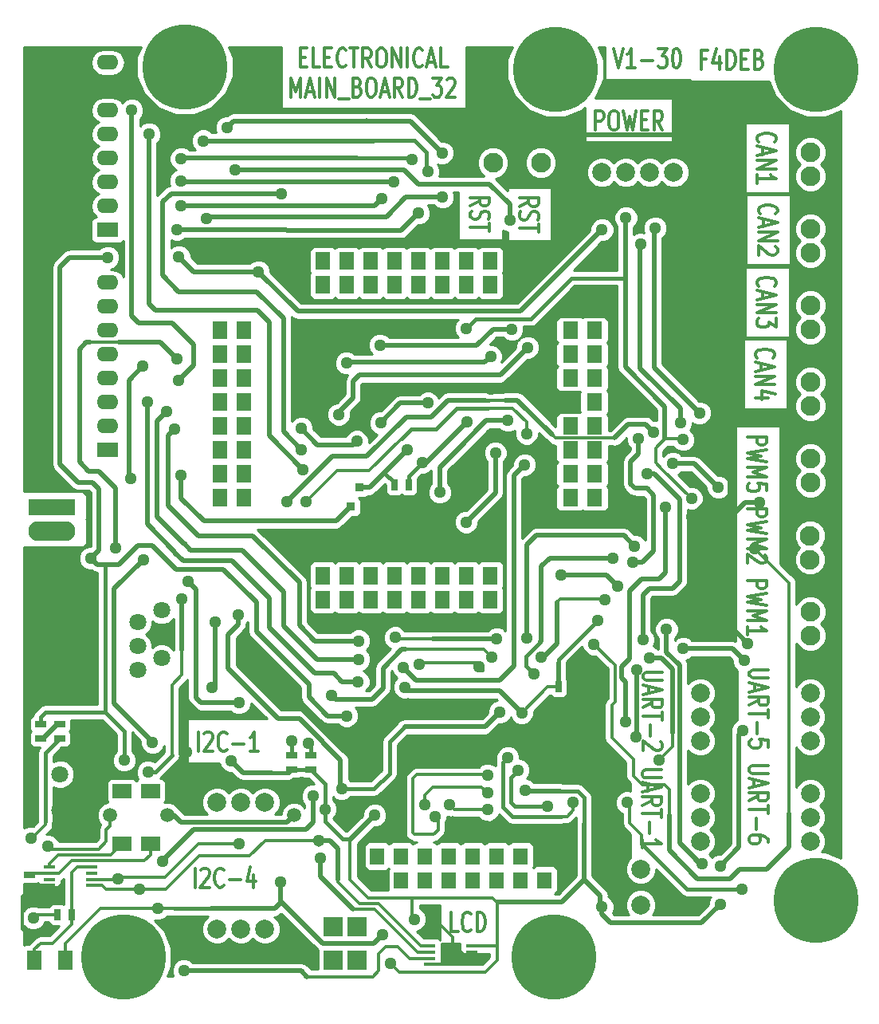
<source format=gtl>
G04 #@! TF.FileFunction,Copper,L1,Top,Signal*
%FSLAX46Y46*%
G04 Gerber Fmt 4.6, Leading zero omitted, Abs format (unit mm)*
G04 Created by KiCad (PCBNEW 4.0.0-rc1-stable) date 06/10/2015 21:31:56*
%MOMM*%
G01*
G04 APERTURE LIST*
%ADD10C,0.150000*%
%ADD11C,0.304800*%
%ADD12R,0.635000X1.143000*%
%ADD13R,1.143000X0.635000*%
%ADD14C,1.800860*%
%ADD15C,2.999740*%
%ADD16O,2.999740X2.999740*%
%ADD17R,2.286000X1.574800*%
%ADD18O,2.286000X1.574800*%
%ADD19R,1.270000X0.406400*%
%ADD20R,1.524000X2.032000*%
%ADD21C,1.500000*%
%ADD22R,2.000000X1.500000*%
%ADD23R,2.000000X1.524000*%
%ADD24R,0.914400X0.914400*%
%ADD25C,1.998980*%
%ADD26R,1.998980X1.998980*%
%ADD27R,2.100580X1.899920*%
%ADD28C,2.100580*%
%ADD29R,1.524000X1.800860*%
%ADD30R,1.600200X1.899920*%
%ADD31R,5.000000X1.800860*%
%ADD32O,5.000000X2.100580*%
%ADD33R,1.800860X2.100580*%
%ADD34C,3.251200*%
%ADD35C,8.999220*%
%ADD36C,1.300480*%
%ADD37C,0.500380*%
%ADD38C,0.398780*%
%ADD39C,0.350520*%
%ADD40C,0.299720*%
%ADD41C,0.254000*%
G04 APERTURE END LIST*
D10*
D11*
X67201144Y-52890057D02*
X67709144Y-52890057D01*
X67926858Y-53954438D02*
X67201144Y-53954438D01*
X67201144Y-51922438D01*
X67926858Y-51922438D01*
X69305715Y-53954438D02*
X68580001Y-53954438D01*
X68580001Y-51922438D01*
X69813715Y-52890057D02*
X70321715Y-52890057D01*
X70539429Y-53954438D02*
X69813715Y-53954438D01*
X69813715Y-51922438D01*
X70539429Y-51922438D01*
X72063429Y-53760914D02*
X71990858Y-53857676D01*
X71773144Y-53954438D01*
X71628001Y-53954438D01*
X71410286Y-53857676D01*
X71265144Y-53664152D01*
X71192572Y-53470629D01*
X71120001Y-53083581D01*
X71120001Y-52793295D01*
X71192572Y-52406248D01*
X71265144Y-52212724D01*
X71410286Y-52019200D01*
X71628001Y-51922438D01*
X71773144Y-51922438D01*
X71990858Y-52019200D01*
X72063429Y-52115962D01*
X72498858Y-51922438D02*
X73369715Y-51922438D01*
X72934286Y-53954438D02*
X72934286Y-51922438D01*
X74748572Y-53954438D02*
X74240572Y-52986819D01*
X73877715Y-53954438D02*
X73877715Y-51922438D01*
X74458287Y-51922438D01*
X74603429Y-52019200D01*
X74676001Y-52115962D01*
X74748572Y-52309486D01*
X74748572Y-52599771D01*
X74676001Y-52793295D01*
X74603429Y-52890057D01*
X74458287Y-52986819D01*
X73877715Y-52986819D01*
X75692001Y-51922438D02*
X75982287Y-51922438D01*
X76127429Y-52019200D01*
X76272572Y-52212724D01*
X76345144Y-52599771D01*
X76345144Y-53277105D01*
X76272572Y-53664152D01*
X76127429Y-53857676D01*
X75982287Y-53954438D01*
X75692001Y-53954438D01*
X75546858Y-53857676D01*
X75401715Y-53664152D01*
X75329144Y-53277105D01*
X75329144Y-52599771D01*
X75401715Y-52212724D01*
X75546858Y-52019200D01*
X75692001Y-51922438D01*
X76998286Y-53954438D02*
X76998286Y-51922438D01*
X77869143Y-53954438D01*
X77869143Y-51922438D01*
X78594857Y-53954438D02*
X78594857Y-51922438D01*
X80191428Y-53760914D02*
X80118857Y-53857676D01*
X79901143Y-53954438D01*
X79756000Y-53954438D01*
X79538285Y-53857676D01*
X79393143Y-53664152D01*
X79320571Y-53470629D01*
X79248000Y-53083581D01*
X79248000Y-52793295D01*
X79320571Y-52406248D01*
X79393143Y-52212724D01*
X79538285Y-52019200D01*
X79756000Y-51922438D01*
X79901143Y-51922438D01*
X80118857Y-52019200D01*
X80191428Y-52115962D01*
X80772000Y-53373867D02*
X81497714Y-53373867D01*
X80626857Y-53954438D02*
X81134857Y-51922438D01*
X81642857Y-53954438D01*
X82876571Y-53954438D02*
X82150857Y-53954438D01*
X82150857Y-51922438D01*
X66257714Y-57104038D02*
X66257714Y-55072038D01*
X66765714Y-56523467D01*
X67273714Y-55072038D01*
X67273714Y-57104038D01*
X67926857Y-56523467D02*
X68652571Y-56523467D01*
X67781714Y-57104038D02*
X68289714Y-55072038D01*
X68797714Y-57104038D01*
X69305714Y-57104038D02*
X69305714Y-55072038D01*
X70031428Y-57104038D02*
X70031428Y-55072038D01*
X70902285Y-57104038D01*
X70902285Y-55072038D01*
X71265142Y-57297562D02*
X72426285Y-57297562D01*
X73297142Y-56039657D02*
X73514856Y-56136419D01*
X73587428Y-56233181D01*
X73659999Y-56426705D01*
X73659999Y-56716990D01*
X73587428Y-56910514D01*
X73514856Y-57007276D01*
X73369714Y-57104038D01*
X72789142Y-57104038D01*
X72789142Y-55072038D01*
X73297142Y-55072038D01*
X73442285Y-55168800D01*
X73514856Y-55265562D01*
X73587428Y-55459086D01*
X73587428Y-55652610D01*
X73514856Y-55846133D01*
X73442285Y-55942895D01*
X73297142Y-56039657D01*
X72789142Y-56039657D01*
X74603428Y-55072038D02*
X74893714Y-55072038D01*
X75038856Y-55168800D01*
X75183999Y-55362324D01*
X75256571Y-55749371D01*
X75256571Y-56426705D01*
X75183999Y-56813752D01*
X75038856Y-57007276D01*
X74893714Y-57104038D01*
X74603428Y-57104038D01*
X74458285Y-57007276D01*
X74313142Y-56813752D01*
X74240571Y-56426705D01*
X74240571Y-55749371D01*
X74313142Y-55362324D01*
X74458285Y-55168800D01*
X74603428Y-55072038D01*
X75837142Y-56523467D02*
X76562856Y-56523467D01*
X75691999Y-57104038D02*
X76199999Y-55072038D01*
X76707999Y-57104038D01*
X78086856Y-57104038D02*
X77578856Y-56136419D01*
X77215999Y-57104038D02*
X77215999Y-55072038D01*
X77796571Y-55072038D01*
X77941713Y-55168800D01*
X78014285Y-55265562D01*
X78086856Y-55459086D01*
X78086856Y-55749371D01*
X78014285Y-55942895D01*
X77941713Y-56039657D01*
X77796571Y-56136419D01*
X77215999Y-56136419D01*
X78739999Y-57104038D02*
X78739999Y-55072038D01*
X79102856Y-55072038D01*
X79320571Y-55168800D01*
X79465713Y-55362324D01*
X79538285Y-55555848D01*
X79610856Y-55942895D01*
X79610856Y-56233181D01*
X79538285Y-56620229D01*
X79465713Y-56813752D01*
X79320571Y-57007276D01*
X79102856Y-57104038D01*
X78739999Y-57104038D01*
X79901142Y-57297562D02*
X81062285Y-57297562D01*
X81279999Y-55072038D02*
X82223428Y-55072038D01*
X81715428Y-55846133D01*
X81933142Y-55846133D01*
X82078285Y-55942895D01*
X82150856Y-56039657D01*
X82223428Y-56233181D01*
X82223428Y-56716990D01*
X82150856Y-56910514D01*
X82078285Y-57007276D01*
X81933142Y-57104038D01*
X81497714Y-57104038D01*
X81352571Y-57007276D01*
X81279999Y-56910514D01*
X82804000Y-55265562D02*
X82876571Y-55168800D01*
X83021714Y-55072038D01*
X83384571Y-55072038D01*
X83529714Y-55168800D01*
X83602285Y-55265562D01*
X83674857Y-55459086D01*
X83674857Y-55652610D01*
X83602285Y-55942895D01*
X82731428Y-57104038D01*
X83674857Y-57104038D01*
X110308571Y-53067857D02*
X109800571Y-53067857D01*
X109800571Y-54132238D02*
X109800571Y-52100238D01*
X110526285Y-52100238D01*
X111760000Y-52777571D02*
X111760000Y-54132238D01*
X111397143Y-52003476D02*
X111034286Y-53454905D01*
X111977714Y-53454905D01*
X112558286Y-54132238D02*
X112558286Y-52100238D01*
X112921143Y-52100238D01*
X113138858Y-52197000D01*
X113284000Y-52390524D01*
X113356572Y-52584048D01*
X113429143Y-52971095D01*
X113429143Y-53261381D01*
X113356572Y-53648429D01*
X113284000Y-53841952D01*
X113138858Y-54035476D01*
X112921143Y-54132238D01*
X112558286Y-54132238D01*
X114082286Y-53067857D02*
X114590286Y-53067857D01*
X114808000Y-54132238D02*
X114082286Y-54132238D01*
X114082286Y-52100238D01*
X114808000Y-52100238D01*
X115969143Y-53067857D02*
X116186857Y-53164619D01*
X116259429Y-53261381D01*
X116332000Y-53454905D01*
X116332000Y-53745190D01*
X116259429Y-53938714D01*
X116186857Y-54035476D01*
X116041715Y-54132238D01*
X115461143Y-54132238D01*
X115461143Y-52100238D01*
X115969143Y-52100238D01*
X116114286Y-52197000D01*
X116186857Y-52293762D01*
X116259429Y-52487286D01*
X116259429Y-52680810D01*
X116186857Y-52874333D01*
X116114286Y-52971095D01*
X115969143Y-53067857D01*
X115461143Y-53067857D01*
X98588286Y-60609238D02*
X98588286Y-58577238D01*
X99168858Y-58577238D01*
X99314000Y-58674000D01*
X99386572Y-58770762D01*
X99459143Y-58964286D01*
X99459143Y-59254571D01*
X99386572Y-59448095D01*
X99314000Y-59544857D01*
X99168858Y-59641619D01*
X98588286Y-59641619D01*
X100402572Y-58577238D02*
X100692858Y-58577238D01*
X100838000Y-58674000D01*
X100983143Y-58867524D01*
X101055715Y-59254571D01*
X101055715Y-59931905D01*
X100983143Y-60318952D01*
X100838000Y-60512476D01*
X100692858Y-60609238D01*
X100402572Y-60609238D01*
X100257429Y-60512476D01*
X100112286Y-60318952D01*
X100039715Y-59931905D01*
X100039715Y-59254571D01*
X100112286Y-58867524D01*
X100257429Y-58674000D01*
X100402572Y-58577238D01*
X101563714Y-58577238D02*
X101926571Y-60609238D01*
X102216857Y-59157810D01*
X102507143Y-60609238D01*
X102870000Y-58577238D01*
X103450571Y-59544857D02*
X103958571Y-59544857D01*
X104176285Y-60609238D02*
X103450571Y-60609238D01*
X103450571Y-58577238D01*
X104176285Y-58577238D01*
X105700285Y-60609238D02*
X105192285Y-59641619D01*
X104829428Y-60609238D02*
X104829428Y-58577238D01*
X105410000Y-58577238D01*
X105555142Y-58674000D01*
X105627714Y-58770762D01*
X105700285Y-58964286D01*
X105700285Y-59254571D01*
X105627714Y-59448095D01*
X105555142Y-59544857D01*
X105410000Y-59641619D01*
X104829428Y-59641619D01*
X85313762Y-68634428D02*
X86281381Y-68126428D01*
X85313762Y-67763571D02*
X87345762Y-67763571D01*
X87345762Y-68344143D01*
X87249000Y-68489285D01*
X87152238Y-68561857D01*
X86958714Y-68634428D01*
X86668429Y-68634428D01*
X86474905Y-68561857D01*
X86378143Y-68489285D01*
X86281381Y-68344143D01*
X86281381Y-67763571D01*
X85410524Y-69215000D02*
X85313762Y-69432714D01*
X85313762Y-69795571D01*
X85410524Y-69940714D01*
X85507286Y-70013285D01*
X85700810Y-70085857D01*
X85894333Y-70085857D01*
X86087857Y-70013285D01*
X86184619Y-69940714D01*
X86281381Y-69795571D01*
X86378143Y-69505285D01*
X86474905Y-69360143D01*
X86571667Y-69287571D01*
X86765190Y-69215000D01*
X86958714Y-69215000D01*
X87152238Y-69287571D01*
X87249000Y-69360143D01*
X87345762Y-69505285D01*
X87345762Y-69868143D01*
X87249000Y-70085857D01*
X87345762Y-70521286D02*
X87345762Y-71392143D01*
X85313762Y-70956714D02*
X87345762Y-70956714D01*
X90520762Y-68697928D02*
X91488381Y-68189928D01*
X90520762Y-67827071D02*
X92552762Y-67827071D01*
X92552762Y-68407643D01*
X92456000Y-68552785D01*
X92359238Y-68625357D01*
X92165714Y-68697928D01*
X91875429Y-68697928D01*
X91681905Y-68625357D01*
X91585143Y-68552785D01*
X91488381Y-68407643D01*
X91488381Y-67827071D01*
X90617524Y-69278500D02*
X90520762Y-69496214D01*
X90520762Y-69859071D01*
X90617524Y-70004214D01*
X90714286Y-70076785D01*
X90907810Y-70149357D01*
X91101333Y-70149357D01*
X91294857Y-70076785D01*
X91391619Y-70004214D01*
X91488381Y-69859071D01*
X91585143Y-69568785D01*
X91681905Y-69423643D01*
X91778667Y-69351071D01*
X91972190Y-69278500D01*
X92165714Y-69278500D01*
X92359238Y-69351071D01*
X92456000Y-69423643D01*
X92552762Y-69568785D01*
X92552762Y-69931643D01*
X92456000Y-70149357D01*
X92552762Y-70584786D02*
X92552762Y-71455643D01*
X90520762Y-71020214D02*
X92552762Y-71020214D01*
X56025143Y-141000238D02*
X56025143Y-138968238D01*
X56678286Y-139161762D02*
X56750857Y-139065000D01*
X56896000Y-138968238D01*
X57258857Y-138968238D01*
X57404000Y-139065000D01*
X57476571Y-139161762D01*
X57549143Y-139355286D01*
X57549143Y-139548810D01*
X57476571Y-139839095D01*
X56605714Y-141000238D01*
X57549143Y-141000238D01*
X59073143Y-140806714D02*
X59000572Y-140903476D01*
X58782858Y-141000238D01*
X58637715Y-141000238D01*
X58420000Y-140903476D01*
X58274858Y-140709952D01*
X58202286Y-140516429D01*
X58129715Y-140129381D01*
X58129715Y-139839095D01*
X58202286Y-139452048D01*
X58274858Y-139258524D01*
X58420000Y-139065000D01*
X58637715Y-138968238D01*
X58782858Y-138968238D01*
X59000572Y-139065000D01*
X59073143Y-139161762D01*
X59726286Y-140226143D02*
X60887429Y-140226143D01*
X62266286Y-139645571D02*
X62266286Y-141000238D01*
X61903429Y-138871476D02*
X61540572Y-140322905D01*
X62484000Y-140322905D01*
X56375663Y-126552718D02*
X56375663Y-124520718D01*
X57028806Y-124714242D02*
X57101377Y-124617480D01*
X57246520Y-124520718D01*
X57609377Y-124520718D01*
X57754520Y-124617480D01*
X57827091Y-124714242D01*
X57899663Y-124907766D01*
X57899663Y-125101290D01*
X57827091Y-125391575D01*
X56956234Y-126552718D01*
X57899663Y-126552718D01*
X59423663Y-126359194D02*
X59351092Y-126455956D01*
X59133378Y-126552718D01*
X58988235Y-126552718D01*
X58770520Y-126455956D01*
X58625378Y-126262432D01*
X58552806Y-126068909D01*
X58480235Y-125681861D01*
X58480235Y-125391575D01*
X58552806Y-125004528D01*
X58625378Y-124811004D01*
X58770520Y-124617480D01*
X58988235Y-124520718D01*
X59133378Y-124520718D01*
X59351092Y-124617480D01*
X59423663Y-124714242D01*
X60076806Y-125778623D02*
X61237949Y-125778623D01*
X62761949Y-126552718D02*
X61891092Y-126552718D01*
X62326520Y-126552718D02*
X62326520Y-124520718D01*
X62181377Y-124811004D01*
X62036235Y-125004528D01*
X61891092Y-125101290D01*
X115956806Y-61888551D02*
X115860044Y-61815980D01*
X115763282Y-61598266D01*
X115763282Y-61453123D01*
X115860044Y-61235408D01*
X116053568Y-61090266D01*
X116247091Y-61017694D01*
X116634139Y-60945123D01*
X116924425Y-60945123D01*
X117311472Y-61017694D01*
X117504996Y-61090266D01*
X117698520Y-61235408D01*
X117795282Y-61453123D01*
X117795282Y-61598266D01*
X117698520Y-61815980D01*
X117601758Y-61888551D01*
X116343853Y-62469123D02*
X116343853Y-63194837D01*
X115763282Y-62323980D02*
X117795282Y-62831980D01*
X115763282Y-63339980D01*
X115763282Y-63847980D02*
X117795282Y-63847980D01*
X115763282Y-64718837D01*
X117795282Y-64718837D01*
X115763282Y-66242837D02*
X115763282Y-65371980D01*
X115763282Y-65807408D02*
X117795282Y-65807408D01*
X117504996Y-65662265D01*
X117311472Y-65517123D01*
X117214710Y-65371980D01*
X116083806Y-69508551D02*
X115987044Y-69435980D01*
X115890282Y-69218266D01*
X115890282Y-69073123D01*
X115987044Y-68855408D01*
X116180568Y-68710266D01*
X116374091Y-68637694D01*
X116761139Y-68565123D01*
X117051425Y-68565123D01*
X117438472Y-68637694D01*
X117631996Y-68710266D01*
X117825520Y-68855408D01*
X117922282Y-69073123D01*
X117922282Y-69218266D01*
X117825520Y-69435980D01*
X117728758Y-69508551D01*
X116470853Y-70089123D02*
X116470853Y-70814837D01*
X115890282Y-69943980D02*
X117922282Y-70451980D01*
X115890282Y-70959980D01*
X115890282Y-71467980D02*
X117922282Y-71467980D01*
X115890282Y-72338837D01*
X117922282Y-72338837D01*
X117728758Y-72991980D02*
X117825520Y-73064551D01*
X117922282Y-73209694D01*
X117922282Y-73572551D01*
X117825520Y-73717694D01*
X117728758Y-73790265D01*
X117535234Y-73862837D01*
X117341710Y-73862837D01*
X117051425Y-73790265D01*
X115890282Y-72919408D01*
X115890282Y-73862837D01*
X115956806Y-77192051D02*
X115860044Y-77119480D01*
X115763282Y-76901766D01*
X115763282Y-76756623D01*
X115860044Y-76538908D01*
X116053568Y-76393766D01*
X116247091Y-76321194D01*
X116634139Y-76248623D01*
X116924425Y-76248623D01*
X117311472Y-76321194D01*
X117504996Y-76393766D01*
X117698520Y-76538908D01*
X117795282Y-76756623D01*
X117795282Y-76901766D01*
X117698520Y-77119480D01*
X117601758Y-77192051D01*
X116343853Y-77772623D02*
X116343853Y-78498337D01*
X115763282Y-77627480D02*
X117795282Y-78135480D01*
X115763282Y-78643480D01*
X115763282Y-79151480D02*
X117795282Y-79151480D01*
X115763282Y-80022337D01*
X117795282Y-80022337D01*
X117795282Y-80602908D02*
X117795282Y-81546337D01*
X117021187Y-81038337D01*
X117021187Y-81256051D01*
X116924425Y-81401194D01*
X116827663Y-81473765D01*
X116634139Y-81546337D01*
X116150330Y-81546337D01*
X115956806Y-81473765D01*
X115860044Y-81401194D01*
X115763282Y-81256051D01*
X115763282Y-80820623D01*
X115860044Y-80675480D01*
X115956806Y-80602908D01*
X115766306Y-84812051D02*
X115669544Y-84739480D01*
X115572782Y-84521766D01*
X115572782Y-84376623D01*
X115669544Y-84158908D01*
X115863068Y-84013766D01*
X116056591Y-83941194D01*
X116443639Y-83868623D01*
X116733925Y-83868623D01*
X117120972Y-83941194D01*
X117314496Y-84013766D01*
X117508020Y-84158908D01*
X117604782Y-84376623D01*
X117604782Y-84521766D01*
X117508020Y-84739480D01*
X117411258Y-84812051D01*
X116153353Y-85392623D02*
X116153353Y-86118337D01*
X115572782Y-85247480D02*
X117604782Y-85755480D01*
X115572782Y-86263480D01*
X115572782Y-86771480D02*
X117604782Y-86771480D01*
X115572782Y-87642337D01*
X117604782Y-87642337D01*
X116927449Y-89021194D02*
X115572782Y-89021194D01*
X117701544Y-88658337D02*
X116250115Y-88295480D01*
X116250115Y-89238908D01*
X114747282Y-93175909D02*
X116779282Y-93175909D01*
X116779282Y-93756481D01*
X116682520Y-93901623D01*
X116585758Y-93974195D01*
X116392234Y-94046766D01*
X116101949Y-94046766D01*
X115908425Y-93974195D01*
X115811663Y-93901623D01*
X115714901Y-93756481D01*
X115714901Y-93175909D01*
X116779282Y-94554766D02*
X114747282Y-94917623D01*
X116198710Y-95207909D01*
X114747282Y-95498195D01*
X116779282Y-95861052D01*
X114747282Y-96441623D02*
X116779282Y-96441623D01*
X115327853Y-96949623D01*
X116779282Y-97457623D01*
X114747282Y-97457623D01*
X116779282Y-98909051D02*
X116779282Y-98183337D01*
X115811663Y-98110766D01*
X115908425Y-98183337D01*
X116005187Y-98328480D01*
X116005187Y-98691337D01*
X115908425Y-98836480D01*
X115811663Y-98909051D01*
X115618139Y-98981623D01*
X115134330Y-98981623D01*
X114940806Y-98909051D01*
X114844044Y-98836480D01*
X114747282Y-98691337D01*
X114747282Y-98328480D01*
X114844044Y-98183337D01*
X114940806Y-98110766D01*
X114747282Y-108415909D02*
X116779282Y-108415909D01*
X116779282Y-108996481D01*
X116682520Y-109141623D01*
X116585758Y-109214195D01*
X116392234Y-109286766D01*
X116101949Y-109286766D01*
X115908425Y-109214195D01*
X115811663Y-109141623D01*
X115714901Y-108996481D01*
X115714901Y-108415909D01*
X116779282Y-109794766D02*
X114747282Y-110157623D01*
X116198710Y-110447909D01*
X114747282Y-110738195D01*
X116779282Y-111101052D01*
X114747282Y-111681623D02*
X116779282Y-111681623D01*
X115327853Y-112189623D01*
X116779282Y-112697623D01*
X114747282Y-112697623D01*
X114747282Y-114221623D02*
X114747282Y-113350766D01*
X114747282Y-113786194D02*
X116779282Y-113786194D01*
X116488996Y-113641051D01*
X116295472Y-113495909D01*
X116198710Y-113350766D01*
X105603282Y-128518194D02*
X103958330Y-128518194D01*
X103764806Y-128590766D01*
X103668044Y-128663337D01*
X103571282Y-128808480D01*
X103571282Y-129098766D01*
X103668044Y-129243908D01*
X103764806Y-129316480D01*
X103958330Y-129389051D01*
X105603282Y-129389051D01*
X104151853Y-130042194D02*
X104151853Y-130767908D01*
X103571282Y-129897051D02*
X105603282Y-130405051D01*
X103571282Y-130913051D01*
X103571282Y-132291908D02*
X104538901Y-131783908D01*
X103571282Y-131421051D02*
X105603282Y-131421051D01*
X105603282Y-132001623D01*
X105506520Y-132146765D01*
X105409758Y-132219337D01*
X105216234Y-132291908D01*
X104925949Y-132291908D01*
X104732425Y-132219337D01*
X104635663Y-132146765D01*
X104538901Y-132001623D01*
X104538901Y-131421051D01*
X105603282Y-132727337D02*
X105603282Y-133598194D01*
X103571282Y-133162765D02*
X105603282Y-133162765D01*
X104345377Y-134106194D02*
X104345377Y-135267337D01*
X103571282Y-136791337D02*
X103571282Y-135920480D01*
X103571282Y-136355908D02*
X105603282Y-136355908D01*
X105312996Y-136210765D01*
X105119472Y-136065623D01*
X105022710Y-135920480D01*
X105666782Y-118167694D02*
X104021830Y-118167694D01*
X103828306Y-118240266D01*
X103731544Y-118312837D01*
X103634782Y-118457980D01*
X103634782Y-118748266D01*
X103731544Y-118893408D01*
X103828306Y-118965980D01*
X104021830Y-119038551D01*
X105666782Y-119038551D01*
X104215353Y-119691694D02*
X104215353Y-120417408D01*
X103634782Y-119546551D02*
X105666782Y-120054551D01*
X103634782Y-120562551D01*
X103634782Y-121941408D02*
X104602401Y-121433408D01*
X103634782Y-121070551D02*
X105666782Y-121070551D01*
X105666782Y-121651123D01*
X105570020Y-121796265D01*
X105473258Y-121868837D01*
X105279734Y-121941408D01*
X104989449Y-121941408D01*
X104795925Y-121868837D01*
X104699163Y-121796265D01*
X104602401Y-121651123D01*
X104602401Y-121070551D01*
X105666782Y-122376837D02*
X105666782Y-123247694D01*
X103634782Y-122812265D02*
X105666782Y-122812265D01*
X104408877Y-123755694D02*
X104408877Y-124916837D01*
X105473258Y-125569980D02*
X105570020Y-125642551D01*
X105666782Y-125787694D01*
X105666782Y-126150551D01*
X105570020Y-126295694D01*
X105473258Y-126368265D01*
X105279734Y-126440837D01*
X105086210Y-126440837D01*
X104795925Y-126368265D01*
X103634782Y-125497408D01*
X103634782Y-126440837D01*
X116969782Y-117913694D02*
X115324830Y-117913694D01*
X115131306Y-117986266D01*
X115034544Y-118058837D01*
X114937782Y-118203980D01*
X114937782Y-118494266D01*
X115034544Y-118639408D01*
X115131306Y-118711980D01*
X115324830Y-118784551D01*
X116969782Y-118784551D01*
X115518353Y-119437694D02*
X115518353Y-120163408D01*
X114937782Y-119292551D02*
X116969782Y-119800551D01*
X114937782Y-120308551D01*
X114937782Y-121687408D02*
X115905401Y-121179408D01*
X114937782Y-120816551D02*
X116969782Y-120816551D01*
X116969782Y-121397123D01*
X116873020Y-121542265D01*
X116776258Y-121614837D01*
X116582734Y-121687408D01*
X116292449Y-121687408D01*
X116098925Y-121614837D01*
X116002163Y-121542265D01*
X115905401Y-121397123D01*
X115905401Y-120816551D01*
X116969782Y-122122837D02*
X116969782Y-122993694D01*
X114937782Y-122558265D02*
X116969782Y-122558265D01*
X115711877Y-123501694D02*
X115711877Y-124662837D01*
X116969782Y-126114265D02*
X116969782Y-125388551D01*
X116002163Y-125315980D01*
X116098925Y-125388551D01*
X116195687Y-125533694D01*
X116195687Y-125896551D01*
X116098925Y-126041694D01*
X116002163Y-126114265D01*
X115808639Y-126186837D01*
X115324830Y-126186837D01*
X115131306Y-126114265D01*
X115034544Y-126041694D01*
X114937782Y-125896551D01*
X114937782Y-125533694D01*
X115034544Y-125388551D01*
X115131306Y-125315980D01*
X116906282Y-128073694D02*
X115261330Y-128073694D01*
X115067806Y-128146266D01*
X114971044Y-128218837D01*
X114874282Y-128363980D01*
X114874282Y-128654266D01*
X114971044Y-128799408D01*
X115067806Y-128871980D01*
X115261330Y-128944551D01*
X116906282Y-128944551D01*
X115454853Y-129597694D02*
X115454853Y-130323408D01*
X114874282Y-129452551D02*
X116906282Y-129960551D01*
X114874282Y-130468551D01*
X114874282Y-131847408D02*
X115841901Y-131339408D01*
X114874282Y-130976551D02*
X116906282Y-130976551D01*
X116906282Y-131557123D01*
X116809520Y-131702265D01*
X116712758Y-131774837D01*
X116519234Y-131847408D01*
X116228949Y-131847408D01*
X116035425Y-131774837D01*
X115938663Y-131702265D01*
X115841901Y-131557123D01*
X115841901Y-130976551D01*
X116906282Y-132282837D02*
X116906282Y-133153694D01*
X114874282Y-132718265D02*
X116906282Y-132718265D01*
X115648377Y-133661694D02*
X115648377Y-134822837D01*
X116906282Y-136201694D02*
X116906282Y-135911408D01*
X116809520Y-135766265D01*
X116712758Y-135693694D01*
X116422472Y-135548551D01*
X116035425Y-135475980D01*
X115261330Y-135475980D01*
X115067806Y-135548551D01*
X114971044Y-135621123D01*
X114874282Y-135766265D01*
X114874282Y-136056551D01*
X114971044Y-136201694D01*
X115067806Y-136274265D01*
X115261330Y-136346837D01*
X115745139Y-136346837D01*
X115938663Y-136274265D01*
X116035425Y-136201694D01*
X116132187Y-136056551D01*
X116132187Y-135766265D01*
X116035425Y-135621123D01*
X115938663Y-135548551D01*
X115745139Y-135475980D01*
X114747282Y-100795909D02*
X116779282Y-100795909D01*
X116779282Y-101376481D01*
X116682520Y-101521623D01*
X116585758Y-101594195D01*
X116392234Y-101666766D01*
X116101949Y-101666766D01*
X115908425Y-101594195D01*
X115811663Y-101521623D01*
X115714901Y-101376481D01*
X115714901Y-100795909D01*
X116779282Y-102174766D02*
X114747282Y-102537623D01*
X116198710Y-102827909D01*
X114747282Y-103118195D01*
X116779282Y-103481052D01*
X114747282Y-104061623D02*
X116779282Y-104061623D01*
X115327853Y-104569623D01*
X116779282Y-105077623D01*
X114747282Y-105077623D01*
X116585758Y-105730766D02*
X116682520Y-105803337D01*
X116779282Y-105948480D01*
X116779282Y-106311337D01*
X116682520Y-106456480D01*
X116585758Y-106529051D01*
X116392234Y-106601623D01*
X116198710Y-106601623D01*
X115908425Y-106529051D01*
X114747282Y-105658194D01*
X114747282Y-106601623D01*
X100511428Y-51973238D02*
X101019428Y-54005238D01*
X101527428Y-51973238D01*
X102833714Y-54005238D02*
X101962857Y-54005238D01*
X102398285Y-54005238D02*
X102398285Y-51973238D01*
X102253142Y-52263524D01*
X102108000Y-52457048D01*
X101962857Y-52553810D01*
X103486857Y-53231143D02*
X104648000Y-53231143D01*
X105228571Y-51973238D02*
X106172000Y-51973238D01*
X105664000Y-52747333D01*
X105881714Y-52747333D01*
X106026857Y-52844095D01*
X106099428Y-52940857D01*
X106172000Y-53134381D01*
X106172000Y-53618190D01*
X106099428Y-53811714D01*
X106026857Y-53908476D01*
X105881714Y-54005238D01*
X105446286Y-54005238D01*
X105301143Y-53908476D01*
X105228571Y-53811714D01*
X107115429Y-51973238D02*
X107260572Y-51973238D01*
X107405715Y-52070000D01*
X107478286Y-52166762D01*
X107550857Y-52360286D01*
X107623429Y-52747333D01*
X107623429Y-53231143D01*
X107550857Y-53618190D01*
X107478286Y-53811714D01*
X107405715Y-53908476D01*
X107260572Y-54005238D01*
X107115429Y-54005238D01*
X106970286Y-53908476D01*
X106897715Y-53811714D01*
X106825143Y-53618190D01*
X106752572Y-53231143D01*
X106752572Y-52747333D01*
X106825143Y-52360286D01*
X106897715Y-52166762D01*
X106970286Y-52070000D01*
X107115429Y-51973238D01*
X83965143Y-145699238D02*
X83239429Y-145699238D01*
X83239429Y-143667238D01*
X85344000Y-145505714D02*
X85271429Y-145602476D01*
X85053715Y-145699238D01*
X84908572Y-145699238D01*
X84690857Y-145602476D01*
X84545715Y-145408952D01*
X84473143Y-145215429D01*
X84400572Y-144828381D01*
X84400572Y-144538095D01*
X84473143Y-144151048D01*
X84545715Y-143957524D01*
X84690857Y-143764000D01*
X84908572Y-143667238D01*
X85053715Y-143667238D01*
X85271429Y-143764000D01*
X85344000Y-143860762D01*
X85997143Y-145699238D02*
X85997143Y-143667238D01*
X86360000Y-143667238D01*
X86577715Y-143764000D01*
X86722857Y-143957524D01*
X86795429Y-144151048D01*
X86868000Y-144538095D01*
X86868000Y-144828381D01*
X86795429Y-145215429D01*
X86722857Y-145408952D01*
X86577715Y-145602476D01*
X86360000Y-145699238D01*
X85997143Y-145699238D01*
D12*
X94648020Y-119727980D03*
X96172020Y-119727980D03*
D13*
X66294000Y-128524000D03*
X66294000Y-127000000D03*
X68326000Y-128524000D03*
X68326000Y-127000000D03*
D14*
X41689020Y-132808980D03*
X41689020Y-128998980D03*
D15*
X44229020Y-134713980D03*
D16*
X44229020Y-127093980D03*
D17*
X46769020Y-94581980D03*
D18*
X46769020Y-92041980D03*
X46769020Y-89501980D03*
X46769020Y-86961980D03*
X46769020Y-84421980D03*
X46769020Y-81881980D03*
X46769020Y-79341980D03*
X46769020Y-76801980D03*
X39149020Y-76801980D03*
X39149020Y-79341980D03*
X39149020Y-81881980D03*
X39149020Y-84421980D03*
X39149020Y-86961980D03*
X39149020Y-89501980D03*
X39149020Y-92041980D03*
X39149020Y-94581980D03*
D17*
X46769020Y-71213980D03*
D18*
X46769020Y-68673980D03*
X46769020Y-66133980D03*
X46769020Y-63593980D03*
X46769020Y-61053980D03*
X46769020Y-58513980D03*
X46769020Y-55973980D03*
X46769020Y-53433980D03*
X39149020Y-53433980D03*
X39149020Y-55973980D03*
X39149020Y-58513980D03*
X39149020Y-61053980D03*
X39149020Y-63593980D03*
X39149020Y-66133980D03*
X39149020Y-68673980D03*
X39149020Y-71213980D03*
D12*
X78740000Y-98298000D03*
X77216000Y-98298000D03*
D19*
X40576500Y-138849100D03*
X40576500Y-139496800D03*
X40576500Y-140157200D03*
X40576500Y-140804900D03*
X45021500Y-140804900D03*
X45021500Y-140157200D03*
X45021500Y-139496800D03*
X45021500Y-138849100D03*
X80962500Y-147231100D03*
X80962500Y-147878800D03*
X80962500Y-148539200D03*
X80962500Y-149186900D03*
X85407500Y-149186900D03*
X85407500Y-148539200D03*
X85407500Y-147878800D03*
X85407500Y-147231100D03*
D20*
X42291000Y-148717000D03*
X38989000Y-148717000D03*
D13*
X41656000Y-123698000D03*
X41656000Y-125222000D03*
D12*
X41402000Y-143891000D03*
X42926000Y-143891000D03*
D13*
X38481000Y-139700000D03*
X38481000Y-141224000D03*
D21*
X66548000Y-133350000D03*
X72390000Y-133350000D03*
D22*
X51308000Y-136398000D03*
X48260000Y-136398000D03*
D23*
X51308000Y-130810000D03*
X48260000Y-130810000D03*
D13*
X39624000Y-123698000D03*
X39624000Y-125222000D03*
D21*
X46990000Y-133350000D03*
X53086000Y-133350000D03*
D24*
X74358500Y-100584000D03*
X72580500Y-100584000D03*
X73469500Y-98552000D03*
D25*
X99568000Y-139065000D03*
X103378000Y-142875000D03*
X103378000Y-139065000D03*
D26*
X121412000Y-117856000D03*
D25*
X121412000Y-120396000D03*
X121412000Y-122936000D03*
X121412000Y-125476000D03*
D26*
X109728000Y-117856000D03*
D25*
X109728000Y-120396000D03*
X109728000Y-122936000D03*
X109728000Y-125476000D03*
D26*
X55849520Y-131983480D03*
D25*
X58389520Y-131983480D03*
X60929520Y-131983480D03*
X63469520Y-131983480D03*
D26*
X55849520Y-145445480D03*
D25*
X58389520Y-145445480D03*
X60929520Y-145445480D03*
X63469520Y-145445480D03*
D26*
X121412000Y-128524000D03*
D25*
X121412000Y-131064000D03*
X121412000Y-133604000D03*
X121412000Y-136144000D03*
D26*
X109728000Y-128524000D03*
D25*
X109728000Y-131064000D03*
X109728000Y-133604000D03*
X109728000Y-136144000D03*
D27*
X121412000Y-92964000D03*
D28*
X121412000Y-95504000D03*
X121412000Y-98044000D03*
D27*
X121381520Y-101122480D03*
D28*
X121381520Y-103662480D03*
X121381520Y-106202480D03*
D27*
X121412000Y-109220000D03*
D28*
X121412000Y-111760000D03*
X121412000Y-114300000D03*
D27*
X121412000Y-60452000D03*
D28*
X121412000Y-62992000D03*
X121412000Y-65532000D03*
D27*
X121412000Y-76708000D03*
D28*
X121412000Y-79248000D03*
X121412000Y-81788000D03*
D27*
X121412000Y-84836000D03*
D28*
X121412000Y-87376000D03*
X121412000Y-89916000D03*
D27*
X121412000Y-68580000D03*
D28*
X121412000Y-71120000D03*
X121412000Y-73660000D03*
D29*
X93187520Y-137698480D03*
X93187520Y-140238480D03*
X90647520Y-137698480D03*
X90647520Y-140238480D03*
X88107520Y-137698480D03*
X88107520Y-140238480D03*
X85567520Y-137698480D03*
X85567520Y-140238480D03*
X83027520Y-137698480D03*
X83027520Y-140238480D03*
X80487520Y-137698480D03*
X80487520Y-140238480D03*
X77947520Y-137698480D03*
X77947520Y-140238480D03*
X75407520Y-137698480D03*
X75407520Y-140238480D03*
D30*
X95915480Y-81881980D03*
X98455480Y-81881980D03*
X95915480Y-84421980D03*
X98455480Y-84421980D03*
X95915480Y-86961980D03*
X98455480Y-86961980D03*
X95915480Y-89501980D03*
X98455480Y-89501980D03*
X95915480Y-92041980D03*
X98455480Y-92041980D03*
X95915480Y-94581980D03*
X98455480Y-94581980D03*
X95915480Y-97121980D03*
X98455480Y-97121980D03*
X95915480Y-99661980D03*
X98455480Y-99661980D03*
X58707020Y-81881980D03*
X61247020Y-81881980D03*
X58707020Y-84421980D03*
X61247020Y-84421980D03*
X58707020Y-86961980D03*
X61247020Y-86961980D03*
X58707020Y-89501980D03*
X61247020Y-89501980D03*
X58707020Y-92041980D03*
X61247020Y-92041980D03*
X58707020Y-94581980D03*
X61247020Y-94581980D03*
X58707020Y-97121980D03*
X61247020Y-97121980D03*
X58707020Y-99661980D03*
X61247020Y-99661980D03*
X69629020Y-77055980D03*
X69629020Y-74515980D03*
X72169020Y-77055980D03*
X72169020Y-74515980D03*
X74709020Y-77055980D03*
X74709020Y-74515980D03*
X77249020Y-77055980D03*
X77249020Y-74515980D03*
X79789020Y-77055980D03*
X79789020Y-74515980D03*
X82329020Y-77055980D03*
X82329020Y-74515980D03*
X84869020Y-77055980D03*
X84869020Y-74515980D03*
X87409020Y-77055980D03*
X87409020Y-74515980D03*
X87409020Y-110456980D03*
X87409020Y-107916980D03*
X84869020Y-110456980D03*
X84869020Y-107916980D03*
X82329020Y-110456980D03*
X82329020Y-107916980D03*
X79789020Y-110456980D03*
X79789020Y-107916980D03*
X77249020Y-110456980D03*
X77249020Y-107916980D03*
X74709020Y-110456980D03*
X74709020Y-107916980D03*
X72169020Y-110456980D03*
X72169020Y-107916980D03*
X69629020Y-110456980D03*
X69629020Y-107916980D03*
D25*
X106903520Y-65117980D03*
D26*
X96743520Y-65117980D03*
D25*
X99283520Y-65117980D03*
X101823520Y-65117980D03*
X104363520Y-65117980D03*
D31*
X40863520Y-100677980D03*
D32*
X40863520Y-103217980D03*
D33*
X90233500Y-64071500D03*
D28*
X92773500Y-64071500D03*
D33*
X85153500Y-64071500D03*
D28*
X87693500Y-64071500D03*
D26*
X70739000Y-145161000D03*
X73279000Y-145161000D03*
X70739000Y-148717000D03*
X73279000Y-148717000D03*
D14*
X49944020Y-115409980D03*
X49944020Y-112869980D03*
X49944020Y-117949980D03*
X52484020Y-111599980D03*
X52484020Y-114139980D03*
X52484020Y-116679980D03*
D34*
X43594020Y-119854980D03*
X43594020Y-109694980D03*
D35*
X48420020Y-148429980D03*
X94203520Y-148366480D03*
X94330520Y-54132480D03*
X122016520Y-54132480D03*
X54960520Y-53878480D03*
X122016520Y-142397480D03*
D36*
X109634020Y-90644980D03*
X104935020Y-71023480D03*
X48514000Y-127508000D03*
X98806000Y-112649000D03*
X46769020Y-74134980D03*
X72136000Y-122809000D03*
X107602020Y-91660980D03*
X54325520Y-74071480D03*
X78295500Y-119761000D03*
X62771020Y-75658980D03*
X103411020Y-72737980D03*
X44991020Y-106075480D03*
X99283520Y-71213980D03*
X90741500Y-122491500D03*
X79375000Y-144399000D03*
X75946000Y-146050000D03*
X65151000Y-140462000D03*
X69850000Y-132715000D03*
X76835000Y-149098000D03*
X52070000Y-143256000D03*
X84963000Y-91567000D03*
X84836000Y-81661000D03*
X80200500Y-95885000D03*
X59850020Y-127538480D03*
X108775500Y-99695000D03*
X106014520Y-100677980D03*
X75120500Y-133350000D03*
X99283520Y-143095980D03*
X101823520Y-69943980D03*
X91092020Y-130713480D03*
X111856520Y-142778480D03*
X114269520Y-124363480D03*
X107886500Y-93472000D03*
X111856520Y-138777980D03*
X101760020Y-123410980D03*
X89281000Y-127254000D03*
X96202500Y-132016500D03*
X93472000Y-132397500D03*
X90360500Y-128587500D03*
X84836000Y-102235000D03*
X87947500Y-94869000D03*
X100457000Y-106045000D03*
X79819500Y-117348000D03*
X86233000Y-117602000D03*
X92075000Y-118364000D03*
X91059000Y-96139000D03*
X78168500Y-117665500D03*
X54546500Y-97282000D03*
X98425000Y-115189000D03*
X80772000Y-89598500D03*
X75755500Y-91694000D03*
X78613000Y-94551500D03*
X115506500Y-105092500D03*
X89281000Y-91440000D03*
X82042000Y-99060000D03*
X106807000Y-96012000D03*
X111633000Y-98552000D03*
X102743000Y-104775000D03*
X91313000Y-114554000D03*
X88074500Y-114617500D03*
X77279500Y-114490500D03*
X71628000Y-130556000D03*
X88392000Y-122428000D03*
X60642500Y-112077500D03*
X51531520Y-125633480D03*
X50579020Y-106202480D03*
X47879000Y-140081000D03*
X69342000Y-137922000D03*
X66294000Y-125476000D03*
X60706000Y-136398000D03*
X60706000Y-121412000D03*
X68580000Y-131318000D03*
X65819020Y-100042980D03*
X104775000Y-92710000D03*
X52578000Y-138239500D03*
X55278020Y-108551980D03*
X73215500Y-93662500D03*
X67343020Y-92295980D03*
X50165000Y-141224000D03*
X69215000Y-136017000D03*
X68072000Y-125730000D03*
X51054000Y-128778000D03*
X67818000Y-100076000D03*
X91249500Y-92837000D03*
X54643020Y-110393480D03*
X99601020Y-110456980D03*
X87533480Y-116552980D03*
X92806520Y-116552980D03*
X70548500Y-120650000D03*
X106141520Y-113631980D03*
X109951520Y-138523980D03*
X100934520Y-109059980D03*
X94965520Y-107853480D03*
X104300020Y-116616480D03*
X105346500Y-127508000D03*
X114396520Y-116933980D03*
X102903020Y-124998480D03*
X107919520Y-115663980D03*
X102966520Y-117886480D03*
X102522020Y-106519980D03*
X103157020Y-93375480D03*
X103632000Y-114744500D03*
X104109520Y-97121980D03*
X101917500Y-132016500D03*
X114142520Y-141190980D03*
X83058000Y-132270500D03*
X87122000Y-132778500D03*
X87122000Y-129095500D03*
X81534000Y-133477000D03*
X80454500Y-132270500D03*
X87122000Y-131000500D03*
X54135020Y-84929980D03*
X47594520Y-104995980D03*
X71310500Y-90805000D03*
X91376500Y-83693000D03*
X75692000Y-83439000D03*
X89695020Y-81754980D03*
X87439500Y-84645500D03*
X72136000Y-85344000D03*
X57881520Y-119791480D03*
X58199020Y-112806480D03*
X73439020Y-114838480D03*
X53848000Y-92329000D03*
X53022500Y-90487500D03*
X73439020Y-116806980D03*
X54516020Y-66006980D03*
X77185520Y-66133980D03*
X79121000Y-63754000D03*
X54579520Y-63657480D03*
X51150520Y-61053980D03*
X67533520Y-96677480D03*
X54325520Y-87152480D03*
X49309020Y-58513980D03*
X73375520Y-119156480D03*
X50990500Y-89471500D03*
X89471500Y-70167500D03*
X60294520Y-64863980D03*
X59469020Y-60355480D03*
X82296000Y-63055500D03*
X82329020Y-67721480D03*
X57246520Y-70007480D03*
X80772000Y-65024000D03*
X56929020Y-61752480D03*
X79789020Y-69435980D03*
X54135020Y-71150480D03*
X54516020Y-68610480D03*
X75852020Y-67911980D03*
X76200000Y-88201500D03*
X40386000Y-145542000D03*
X55118000Y-126619000D03*
X54991000Y-122174000D03*
X81534000Y-144399000D03*
X87503000Y-88138000D03*
X87503000Y-92964000D03*
X91313000Y-86550500D03*
X66484500Y-119888000D03*
X61183520Y-114965480D03*
X114777520Y-115092480D03*
X112872520Y-83977480D03*
X112872520Y-101757480D03*
X108839000Y-101663500D03*
X100807520Y-128363980D03*
X74485500Y-128714500D03*
X99728020Y-134840980D03*
X112872520Y-76357480D03*
X112682020Y-61117480D03*
X96710500Y-70866000D03*
X75692000Y-123380500D03*
X99347020Y-119156480D03*
X112872520Y-68737480D03*
X85661500Y-58420000D03*
X90170000Y-125031500D03*
X115984020Y-100169980D03*
X105189020Y-110837980D03*
X112839500Y-91948000D03*
X38608000Y-135763000D03*
X54864000Y-149860000D03*
X40386000Y-136652000D03*
X38862000Y-144272000D03*
X65184020Y-67403980D03*
X67343020Y-94518480D03*
X50515520Y-85691980D03*
X49182020Y-97629980D03*
D37*
X104808020Y-85818980D02*
X109634020Y-90644980D01*
X104935020Y-71023480D02*
X104808020Y-71150480D01*
X104808020Y-71150480D02*
X104808020Y-85818980D01*
D38*
X39624000Y-123698000D02*
X39624000Y-122936000D01*
X40132000Y-122428000D02*
X46482000Y-122428000D01*
X39624000Y-122936000D02*
X40132000Y-122428000D01*
X48514000Y-127508000D02*
X48514000Y-124460000D01*
X46482000Y-122428000D02*
X46482000Y-106710480D01*
X48514000Y-124460000D02*
X46482000Y-122428000D01*
X46482000Y-106710480D02*
X46482000Y-106934000D01*
X46482000Y-106934000D02*
X46482000Y-106710480D01*
X94648020Y-117187980D02*
X94648020Y-116806980D01*
D37*
X94648020Y-119727980D02*
X94648020Y-117187980D01*
D38*
X94648020Y-116806980D02*
X98806000Y-112649000D01*
D37*
X45816520Y-98709480D02*
X45118020Y-98010980D01*
X103347520Y-72801480D02*
X103347520Y-85882480D01*
X107602020Y-90136980D02*
X107602020Y-91660980D01*
X78295500Y-119761000D02*
X78676500Y-120142000D01*
X57340500Y-107251500D02*
X57340500Y-107218480D01*
X51531520Y-104741980D02*
X49944020Y-104741980D01*
X62547500Y-113855500D02*
X62547500Y-110744000D01*
X47975520Y-106710480D02*
X46482000Y-106710480D01*
X54008020Y-107218480D02*
X51531520Y-104741980D01*
X62547500Y-110744000D02*
X59055000Y-107251500D01*
X68135500Y-119443500D02*
X62547500Y-113855500D01*
X68135500Y-119443500D02*
X68135500Y-120840500D01*
X70104000Y-122809000D02*
X72136000Y-122809000D01*
X59055000Y-107251500D02*
X57340500Y-107251500D01*
X68135500Y-120840500D02*
X70104000Y-122809000D01*
X49944020Y-104741980D02*
X47975520Y-106710480D01*
X57340500Y-107218480D02*
X54008020Y-107218480D01*
X43594020Y-98010980D02*
X45118020Y-98010980D01*
X87947500Y-120142000D02*
X88392000Y-120142000D01*
X66962020Y-79849980D02*
X71089520Y-79849980D01*
D39*
X90741500Y-122491500D02*
X93505020Y-119727980D01*
D37*
X54325520Y-74071480D02*
X55913020Y-75658980D01*
D39*
X93505020Y-119727980D02*
X94648020Y-119727980D01*
D37*
X45626020Y-106710480D02*
X44991020Y-106075480D01*
X46482000Y-106710480D02*
X45626020Y-106710480D01*
X45816520Y-105249980D02*
X45816520Y-98709480D01*
X87947500Y-120142000D02*
X88011000Y-120142000D01*
X46769020Y-74134980D02*
X42705020Y-74134980D01*
X103347520Y-85882480D02*
X107602020Y-90136980D01*
X44991020Y-106075480D02*
X45816520Y-105249980D01*
X42705020Y-74134980D02*
X41689020Y-75150980D01*
X78676500Y-120142000D02*
X87947500Y-120142000D01*
X41689020Y-75150980D02*
X41689020Y-96105980D01*
X90647520Y-79849980D02*
X86487000Y-79849980D01*
X41689020Y-96105980D02*
X43594020Y-98010980D01*
X84455000Y-79849980D02*
X71089520Y-79849980D01*
X55913020Y-75658980D02*
X62771020Y-75658980D01*
X103411020Y-72737980D02*
X103347520Y-72801480D01*
X88392000Y-120142000D02*
X90741500Y-122491500D01*
X62771020Y-75658980D02*
X66962020Y-79849980D01*
X90647520Y-79849980D02*
X99283520Y-71213980D01*
X86487000Y-79849980D02*
X84455000Y-79849980D01*
X62230000Y-143256000D02*
X64516000Y-143256000D01*
X64516000Y-143256000D02*
X65214500Y-142557500D01*
X75946000Y-146050000D02*
X75057000Y-146939000D01*
X75057000Y-146939000D02*
X69596000Y-146939000D01*
X69596000Y-146939000D02*
X65214500Y-142557500D01*
X65214500Y-142557500D02*
X65151000Y-142494000D01*
X65151000Y-142494000D02*
X65151000Y-140462000D01*
X57785000Y-143256000D02*
X62230000Y-143256000D01*
X80200500Y-95885000D02*
X80645000Y-95885000D01*
X80645000Y-95885000D02*
X84963000Y-91567000D01*
X99283520Y-143095980D02*
X99283520Y-143860520D01*
X109855000Y-144780000D02*
X111856520Y-142778480D01*
X100203000Y-144780000D02*
X109855000Y-144780000D01*
X99283520Y-143860520D02*
X100203000Y-144780000D01*
D39*
X42291000Y-148717000D02*
X42291000Y-146939000D01*
X42291000Y-146939000D02*
X44958000Y-144272000D01*
X79121000Y-142113000D02*
X79121000Y-144145000D01*
X79121000Y-144145000D02*
X79375000Y-144399000D01*
X69596000Y-146939000D02*
X75057000Y-146939000D01*
X72517000Y-135890000D02*
X72517000Y-140208000D01*
X87630000Y-142113000D02*
X88138000Y-142621000D01*
X74422000Y-142113000D02*
X79121000Y-142113000D01*
X79121000Y-142113000D02*
X87630000Y-142113000D01*
X72517000Y-140208000D02*
X74422000Y-142113000D01*
X85407500Y-147231100D02*
X88138000Y-147231100D01*
X88138000Y-147231100D02*
X88138000Y-147066000D01*
X76835000Y-149098000D02*
X77724000Y-149987000D01*
X88138000Y-148717000D02*
X88138000Y-147066000D01*
X86868000Y-149987000D02*
X88138000Y-148717000D01*
X77724000Y-149987000D02*
X86868000Y-149987000D01*
X88138000Y-147066000D02*
X88138000Y-142621000D01*
X88138000Y-142621000D02*
X88138000Y-142557500D01*
X44958000Y-144272000D02*
X45974000Y-143256000D01*
X45974000Y-143256000D02*
X52070000Y-143256000D01*
X52070000Y-143256000D02*
X55118000Y-143256000D01*
D38*
X53848000Y-143256000D02*
X55118000Y-143256000D01*
X55118000Y-143256000D02*
X55499000Y-143256000D01*
X96012000Y-76327000D02*
X101760020Y-76327000D01*
X84836000Y-81661000D02*
X85852000Y-80645000D01*
X85852000Y-80645000D02*
X91694000Y-80645000D01*
X91694000Y-80645000D02*
X96012000Y-76327000D01*
X69850000Y-132334000D02*
X69850000Y-132715000D01*
X69850000Y-130048000D02*
X68326000Y-128524000D01*
X69850000Y-132334000D02*
X69850000Y-130048000D01*
X69850000Y-132715000D02*
X69850000Y-133985000D01*
X69850000Y-133985000D02*
X71755000Y-135890000D01*
X71755000Y-135890000D02*
X72517000Y-135890000D01*
X72517000Y-135890000D02*
X72580500Y-135890000D01*
X78740000Y-98298000D02*
X78740000Y-97345500D01*
X78740000Y-97345500D02*
X80200500Y-95885000D01*
X53848000Y-143256000D02*
X55499000Y-143256000D01*
X55499000Y-143256000D02*
X57785000Y-143256000D01*
X68326000Y-128524000D02*
X66294000Y-128524000D01*
X66294000Y-128524000D02*
X65976500Y-128841500D01*
D37*
X64198500Y-128841500D02*
X61153040Y-128841500D01*
X61153040Y-128841500D02*
X59850020Y-127538480D01*
D38*
X65976500Y-128841500D02*
X64198500Y-128841500D01*
D37*
X88138000Y-142557500D02*
X94996000Y-142557500D01*
X94996000Y-142557500D02*
X97378520Y-140174980D01*
X101760020Y-123410980D02*
X101760020Y-119159020D01*
X101760020Y-119159020D02*
X101379020Y-118778020D01*
X91092020Y-130713480D02*
X91155520Y-130776980D01*
D39*
X104965500Y-94394020D02*
X105951020Y-93408500D01*
X108775500Y-99695000D02*
X105633520Y-96553020D01*
D37*
X101379020Y-117568980D02*
X101379020Y-118778020D01*
X106014520Y-105186480D02*
X106014520Y-107599480D01*
X102204520Y-109504480D02*
X102204520Y-111345980D01*
X106014520Y-100677980D02*
X106014520Y-105186480D01*
X102204520Y-111917480D02*
X102204520Y-116743480D01*
X102204520Y-111345980D02*
X102204520Y-111917480D01*
X106014520Y-107599480D02*
X105379520Y-108234480D01*
X102204520Y-116743480D02*
X101379020Y-117568980D01*
X105379520Y-108234480D02*
X103474520Y-108234480D01*
X103474520Y-108234480D02*
X102204520Y-109504480D01*
X101760020Y-85755480D02*
X105951020Y-89946480D01*
X101760020Y-76327000D02*
X101760020Y-85755480D01*
X105951020Y-89946480D02*
X105951020Y-93408500D01*
X113825020Y-136745980D02*
X111856520Y-138714480D01*
D38*
X97378520Y-131478020D02*
X96710500Y-130810000D01*
D37*
X72580500Y-135890000D02*
X75120500Y-133350000D01*
X114269520Y-124363480D02*
X113825020Y-124807980D01*
X99062540Y-141859000D02*
X99062540Y-142875000D01*
X97378520Y-140174980D02*
X99062540Y-141859000D01*
X111856520Y-138777980D02*
X111856520Y-138714480D01*
X101823520Y-69943980D02*
X101760020Y-70007480D01*
X101760020Y-70007480D02*
X101760020Y-76327000D01*
X113825020Y-136745980D02*
X113825020Y-127030480D01*
D38*
X97378520Y-134302500D02*
X97378520Y-131478020D01*
X94869000Y-130810000D02*
X94869000Y-130776980D01*
D39*
X105570020Y-96553020D02*
X104965500Y-95948500D01*
D37*
X113825020Y-124807980D02*
X113825020Y-127030480D01*
X99062540Y-142875000D02*
X99283520Y-143095980D01*
X99062540Y-141859000D02*
X99093020Y-141889480D01*
X97378520Y-134302500D02*
X97378520Y-140174980D01*
D39*
X104965500Y-95948500D02*
X104965500Y-94394020D01*
X106616500Y-93408500D02*
X105951020Y-93408500D01*
D38*
X96710500Y-130810000D02*
X94869000Y-130810000D01*
D39*
X107886500Y-93472000D02*
X107823000Y-93408500D01*
X105633520Y-96553020D02*
X105570020Y-96553020D01*
D37*
X91155520Y-130776980D02*
X94869000Y-130776980D01*
D39*
X107823000Y-93408500D02*
X106616500Y-93408500D01*
X96202500Y-132842000D02*
X95567500Y-133477000D01*
D38*
X94932500Y-133507480D02*
X92456000Y-133507480D01*
D39*
X95567500Y-133477000D02*
X94932500Y-133477000D01*
D38*
X88773000Y-127762000D02*
X89281000Y-127254000D01*
X89755980Y-133507480D02*
X88773000Y-132524500D01*
X88773000Y-132524500D02*
X88773000Y-127762000D01*
D39*
X96202500Y-132016500D02*
X96202500Y-132842000D01*
X94932500Y-133477000D02*
X94932500Y-133507480D01*
D38*
X92456000Y-133507480D02*
X89755980Y-133507480D01*
X89598500Y-132016500D02*
X89598500Y-129349500D01*
X89979500Y-132397500D02*
X89598500Y-132016500D01*
X89598500Y-129349500D02*
X90360500Y-128587500D01*
X93472000Y-132397500D02*
X89979500Y-132397500D01*
D37*
X87947500Y-99123500D02*
X84836000Y-102235000D01*
X87947500Y-94869000D02*
X87947500Y-99123500D01*
X92837000Y-114808000D02*
X92710000Y-114935000D01*
X92837000Y-106934000D02*
X92837000Y-114808000D01*
X93726000Y-106045000D02*
X92837000Y-106934000D01*
X100457000Y-106045000D02*
X93726000Y-106045000D01*
D39*
X80010000Y-117157500D02*
X85852000Y-117157500D01*
X86582250Y-117887750D02*
X85852000Y-117157500D01*
X79819500Y-117348000D02*
X80010000Y-117157500D01*
D38*
X86518750Y-117887750D02*
X86233000Y-117602000D01*
X86582250Y-117887750D02*
X86518750Y-117887750D01*
X91186000Y-117475000D02*
X92075000Y-118364000D01*
X91186000Y-116459000D02*
X91186000Y-117475000D01*
X92710000Y-114935000D02*
X91186000Y-116459000D01*
D37*
X91059000Y-96139000D02*
X89916000Y-97282000D01*
X89916000Y-97282000D02*
X89916000Y-117475000D01*
X79502000Y-118999000D02*
X78168500Y-117665500D01*
X88392000Y-118999000D02*
X79502000Y-118999000D01*
X89916000Y-117475000D02*
X88392000Y-118999000D01*
X71056500Y-102108000D02*
X72580500Y-100584000D01*
X54546500Y-97282000D02*
X54546500Y-99695000D01*
X68072000Y-102108000D02*
X71056500Y-102108000D01*
X56959500Y-102108000D02*
X68072000Y-102108000D01*
X54546500Y-99695000D02*
X56959500Y-102108000D01*
X73469500Y-98552000D02*
X74612500Y-98552000D01*
X74612500Y-98552000D02*
X78613000Y-94551500D01*
X80772000Y-89598500D02*
X77851000Y-89598500D01*
X77851000Y-89598500D02*
X75755500Y-91694000D01*
D38*
X77216000Y-98298000D02*
X77216000Y-98044000D01*
X77216000Y-98044000D02*
X76168250Y-96996250D01*
D37*
X119126000Y-133159500D02*
X119126000Y-136715500D01*
X106426000Y-137096500D02*
X106426000Y-133350000D01*
X109410500Y-140081000D02*
X106426000Y-137096500D01*
X112839500Y-140081000D02*
X109410500Y-140081000D01*
X113855500Y-139065000D02*
X112839500Y-140081000D01*
X116776500Y-139065000D02*
X113855500Y-139065000D01*
X119126000Y-136715500D02*
X116776500Y-139065000D01*
D39*
X106426000Y-130619500D02*
X106426000Y-133350000D01*
X105918000Y-130111500D02*
X106426000Y-130619500D01*
X103568500Y-130111500D02*
X105918000Y-130111500D01*
X98425000Y-115189000D02*
X100693220Y-117457220D01*
X100693220Y-117457220D02*
X100693220Y-121302780D01*
X100693220Y-121302780D02*
X100330000Y-121666000D01*
X100330000Y-121666000D02*
X100330000Y-125158500D01*
X100330000Y-125158500D02*
X102616000Y-127444500D01*
X102616000Y-127444500D02*
X102616000Y-129159000D01*
X102616000Y-129159000D02*
X103568500Y-130111500D01*
X75755500Y-91694000D02*
X77851000Y-89598500D01*
X74612500Y-98552000D02*
X76168250Y-96996250D01*
X76168250Y-96996250D02*
X78613000Y-94551500D01*
X119126000Y-133159500D02*
X119126000Y-108712000D01*
X119126000Y-108712000D02*
X115506500Y-105092500D01*
D37*
X89281000Y-91440000D02*
X86995000Y-91440000D01*
X86995000Y-91440000D02*
X82042000Y-96393000D01*
X82042000Y-96393000D02*
X82042000Y-99060000D01*
D38*
X82042000Y-99060000D02*
X82042000Y-96393000D01*
X82042000Y-96393000D02*
X86995000Y-91440000D01*
D37*
X106807000Y-96012000D02*
X109093000Y-96012000D01*
X109093000Y-96012000D02*
X111633000Y-98552000D01*
X101600000Y-103632000D02*
X99695000Y-103632000D01*
X102743000Y-104775000D02*
X101600000Y-103632000D01*
X91313000Y-114554000D02*
X91313000Y-104648000D01*
X91313000Y-104648000D02*
X92329000Y-103632000D01*
X92329000Y-103632000D02*
X99695000Y-103632000D01*
D38*
X91313000Y-104648000D02*
X92329000Y-103632000D01*
D37*
X88074500Y-114617500D02*
X81280000Y-114617500D01*
D39*
X77406500Y-114617500D02*
X77279500Y-114490500D01*
X81280000Y-114617500D02*
X77406500Y-114617500D01*
D38*
X71628000Y-130556000D02*
X75057000Y-130556000D01*
X76708000Y-125539500D02*
X78295500Y-123952000D01*
X76708000Y-128905000D02*
X76708000Y-125539500D01*
X75057000Y-130556000D02*
X76708000Y-128905000D01*
D37*
X69596000Y-125603000D02*
X69596000Y-125539500D01*
X71501000Y-127508000D02*
X69596000Y-125603000D01*
X71501000Y-130429000D02*
X71501000Y-127508000D01*
X71628000Y-130556000D02*
X71501000Y-130429000D01*
X85090000Y-123952000D02*
X78295500Y-123952000D01*
X88392000Y-122428000D02*
X86868000Y-123952000D01*
X86868000Y-123952000D02*
X85090000Y-123952000D01*
X64833500Y-123063000D02*
X59563000Y-117792500D01*
X59563000Y-114173000D02*
X60642500Y-113093500D01*
X69596000Y-125539500D02*
X67119500Y-123063000D01*
X67119500Y-123063000D02*
X64833500Y-123063000D01*
X59563000Y-117792500D02*
X59563000Y-114173000D01*
X60642500Y-113093500D02*
X60642500Y-112077500D01*
X51531520Y-125633480D02*
X51531520Y-125509020D01*
X47467520Y-121445020D02*
X47467520Y-109313980D01*
X51531520Y-125509020D02*
X47467520Y-121445020D01*
X47467520Y-109313980D02*
X50579020Y-106202480D01*
X50579020Y-106202480D02*
X47467520Y-109313980D01*
X69342000Y-137922000D02*
X69342000Y-139827000D01*
X69342000Y-139827000D02*
X72867522Y-143352522D01*
D39*
X45021500Y-140157200D02*
X47802800Y-140157200D01*
X47802800Y-140157200D02*
X47879000Y-140081000D01*
X47879000Y-140081000D02*
X48006000Y-139954000D01*
X48006000Y-139954000D02*
X51435000Y-139954000D01*
X60706000Y-136398000D02*
X56388000Y-136398000D01*
X52832000Y-139954000D02*
X51435000Y-139954000D01*
X56388000Y-136398000D02*
X52832000Y-139954000D01*
X69659500Y-138112500D02*
X69532500Y-138112500D01*
X69532500Y-138112500D02*
X69342000Y-137922000D01*
X80962500Y-147878800D02*
X79679800Y-147878800D01*
X79679800Y-147878800D02*
X75153522Y-143352522D01*
X75153522Y-143352522D02*
X72867522Y-143352522D01*
X69659500Y-138112500D02*
X69596000Y-138049000D01*
D38*
X66294000Y-127000000D02*
X66294000Y-125476000D01*
D37*
X89027000Y-89281000D02*
X90297000Y-89281000D01*
X90297000Y-89281000D02*
X93980000Y-92964000D01*
X86868000Y-89281000D02*
X82931000Y-89281000D01*
X70612000Y-95250000D02*
X65819020Y-100042980D01*
X74295000Y-95250000D02*
X70612000Y-95250000D01*
X78486000Y-91059000D02*
X74295000Y-95250000D01*
X81153000Y-91059000D02*
X78486000Y-91059000D01*
X82931000Y-89281000D02*
X81153000Y-91059000D01*
D38*
X87249000Y-89281000D02*
X86868000Y-89281000D01*
D39*
X95377000Y-93311980D02*
X94327980Y-93311980D01*
X89027000Y-89281000D02*
X87249000Y-89281000D01*
X94327980Y-93311980D02*
X93980000Y-92964000D01*
X93980000Y-92964000D02*
X90297000Y-89281000D01*
D37*
X52578000Y-138239500D02*
X52578000Y-138176000D01*
X56134000Y-109407960D02*
X55278020Y-108551980D01*
X56134000Y-120904000D02*
X56134000Y-109407960D01*
X56642000Y-121412000D02*
X56134000Y-120904000D01*
X60706000Y-121412000D02*
X56642000Y-121412000D01*
X68580000Y-134112000D02*
X68580000Y-131318000D01*
X67825618Y-134866382D02*
X68580000Y-134112000D01*
X55887618Y-134866382D02*
X67825618Y-134866382D01*
X52578000Y-138176000D02*
X55887618Y-134866382D01*
D39*
X104775000Y-92710000D02*
X104744520Y-92710000D01*
D37*
X103919020Y-91851480D02*
X102077520Y-91851480D01*
X102077520Y-91851480D02*
X100617020Y-93311980D01*
X104744520Y-92676980D02*
X103919020Y-91851480D01*
D39*
X104744520Y-92710000D02*
X104744520Y-92676980D01*
X100617020Y-93311980D02*
X95377000Y-93311980D01*
D37*
X69057520Y-94010480D02*
X71183500Y-94010480D01*
X72867520Y-94010480D02*
X73215500Y-93662500D01*
X71183500Y-94010480D02*
X72867520Y-94010480D01*
X67343020Y-92295980D02*
X69057520Y-94010480D01*
X69215000Y-136017000D02*
X70358000Y-136017000D01*
X70358000Y-136017000D02*
X71247000Y-136906000D01*
X71247000Y-136906000D02*
X71247000Y-140208000D01*
D39*
X45021500Y-140804900D02*
X46189900Y-140804900D01*
X46609000Y-141224000D02*
X50165000Y-141224000D01*
X50165000Y-141224000D02*
X51816000Y-141224000D01*
X46189900Y-140804900D02*
X46609000Y-141224000D01*
X65278000Y-136017000D02*
X63500000Y-136017000D01*
X69215000Y-136017000D02*
X65278000Y-136017000D01*
X63500000Y-136017000D02*
X61849000Y-137668000D01*
X61849000Y-137668000D02*
X56515000Y-137668000D01*
X56515000Y-137668000D02*
X52959000Y-141224000D01*
X52959000Y-141224000D02*
X51816000Y-141224000D01*
X71247000Y-138176000D02*
X71247000Y-136906000D01*
X71247000Y-136906000D02*
X70358000Y-136017000D01*
X69215000Y-136017000D02*
X69215000Y-136398000D01*
X69215000Y-136398000D02*
X69215000Y-136525000D01*
X69215000Y-136525000D02*
X69215000Y-136398000D01*
X75057000Y-142748000D02*
X73533000Y-142748000D01*
X73533000Y-142748000D02*
X71247000Y-140462000D01*
X71247000Y-140462000D02*
X71247000Y-140208000D01*
X71247000Y-140208000D02*
X71247000Y-138176000D01*
X80962500Y-147231100D02*
X80048100Y-147231100D01*
X75565000Y-142748000D02*
X75057000Y-142748000D01*
X80048100Y-147231100D02*
X75565000Y-142748000D01*
D38*
X68326000Y-127000000D02*
X68326000Y-125984000D01*
X68326000Y-125984000D02*
X68072000Y-125730000D01*
X87122000Y-90170000D02*
X83820000Y-90170000D01*
X78994000Y-92329000D02*
X77978000Y-93345000D01*
X81661000Y-92329000D02*
X78994000Y-92329000D01*
X83820000Y-90170000D02*
X81661000Y-92329000D01*
D39*
X91249500Y-92837000D02*
X91249500Y-91630500D01*
X89789000Y-90170000D02*
X87122000Y-90170000D01*
X91249500Y-91630500D02*
X89789000Y-90170000D01*
X54643020Y-115824000D02*
X54643020Y-118457980D01*
X53594000Y-119507000D02*
X53594000Y-127000000D01*
X54643020Y-118457980D02*
X53594000Y-119507000D01*
D38*
X53594000Y-127000000D02*
X51816000Y-128778000D01*
X51816000Y-128778000D02*
X51054000Y-128778000D01*
D39*
X71120000Y-96774000D02*
X73025000Y-96774000D01*
X74549000Y-96774000D02*
X77978000Y-93345000D01*
X67818000Y-100076000D02*
X71120000Y-96774000D01*
X73025000Y-96774000D02*
X74549000Y-96774000D01*
D37*
X54643020Y-115824000D02*
X54643020Y-110393480D01*
D39*
X99507040Y-110363000D02*
X94869000Y-110363000D01*
X78422500Y-115760500D02*
X86741000Y-115760500D01*
D37*
X93060520Y-116552980D02*
X94521020Y-115092480D01*
X94521020Y-115092480D02*
X94521020Y-110710980D01*
D39*
X99601020Y-110456980D02*
X99507040Y-110363000D01*
X86741000Y-115760500D02*
X87533480Y-116552980D01*
D37*
X76009500Y-119888000D02*
X74866500Y-121031000D01*
X70929500Y-121031000D02*
X70548500Y-120650000D01*
X76009500Y-117729000D02*
X76009500Y-119888000D01*
X77978000Y-115760500D02*
X76009500Y-117729000D01*
X78422500Y-115760500D02*
X77978000Y-115760500D01*
X92806520Y-116552980D02*
X93060520Y-116552980D01*
X74866500Y-121031000D02*
X70929500Y-121031000D01*
D39*
X94869000Y-110363000D02*
X94521020Y-110710980D01*
D37*
X109951520Y-138523980D02*
X109694980Y-138523980D01*
X107505500Y-128333500D02*
X107538520Y-128333500D01*
X107505500Y-136334500D02*
X107505500Y-128333500D01*
X109694980Y-138523980D02*
X107505500Y-136334500D01*
X106141520Y-116044980D02*
X107538520Y-117441980D01*
X107538520Y-117441980D02*
X107538520Y-128333500D01*
X106141520Y-113631980D02*
X106141520Y-116044980D01*
X107538520Y-128333500D02*
X107538520Y-130903980D01*
D39*
X109951520Y-138523980D02*
X107538520Y-136110980D01*
D37*
X107538520Y-132875020D02*
X107538520Y-130903980D01*
D39*
X107538520Y-136110980D02*
X107538520Y-132875020D01*
D37*
X94965520Y-107853480D02*
X99728020Y-107853480D01*
X99728020Y-107853480D02*
X100934520Y-109059980D01*
X106776520Y-117822980D02*
X106776520Y-122331480D01*
D39*
X106776520Y-124620020D02*
X106743500Y-124587000D01*
D37*
X104300020Y-116616480D02*
X105570020Y-116616480D01*
D39*
X106743500Y-124587000D02*
X106776520Y-124587000D01*
D37*
X106776520Y-124587000D02*
X106776520Y-122331480D01*
D39*
X105346500Y-127508000D02*
X106776520Y-126077980D01*
X106776520Y-126077980D02*
X106776520Y-124620020D01*
D37*
X105570020Y-116616480D02*
X106776520Y-117822980D01*
X102966520Y-117886480D02*
X102966520Y-124934980D01*
X102966520Y-124934980D02*
X102903020Y-124998480D01*
X114396520Y-116933980D02*
X113126520Y-115663980D01*
X113126520Y-115663980D02*
X107919520Y-115663980D01*
X102331520Y-95788480D02*
X102331520Y-98201480D01*
X102522020Y-106519980D02*
X103538020Y-106519980D01*
X104046020Y-98645980D02*
X102776020Y-98645980D01*
X103538020Y-106519980D02*
X104744520Y-105313480D01*
X104744520Y-99344480D02*
X104046020Y-98645980D01*
X102331520Y-98201480D02*
X102776020Y-98645980D01*
X104744520Y-105313480D02*
X104744520Y-99344480D01*
X103157020Y-94962980D02*
X102331520Y-95788480D01*
X103157020Y-93375480D02*
X103157020Y-94962980D01*
X103632000Y-114744500D02*
X103632000Y-109982000D01*
X103632000Y-109982000D02*
X104330500Y-109283500D01*
X104330500Y-109283500D02*
X106743500Y-109283500D01*
X106743500Y-109283500D02*
X107505500Y-108521500D01*
X107505500Y-108521500D02*
X107505500Y-99822000D01*
X107505500Y-99822000D02*
X104805480Y-97121980D01*
X104805480Y-97121980D02*
X104109520Y-97121980D01*
D39*
X106743500Y-109283500D02*
X107505500Y-108521500D01*
X104330500Y-109283500D02*
X106743500Y-109283500D01*
D38*
X103474520Y-136398000D02*
X108267500Y-141190980D01*
X108267500Y-141190980D02*
X114142520Y-141190980D01*
D39*
X103474520Y-135415020D02*
X102235000Y-134175500D01*
X103474520Y-136398000D02*
X103474520Y-135415020D01*
X101917500Y-132016500D02*
X102235000Y-132334000D01*
X102235000Y-132334000D02*
X102235000Y-134175500D01*
X83566000Y-132778500D02*
X87122000Y-132778500D01*
X83058000Y-132270500D02*
X83566000Y-132778500D01*
X79375000Y-135382000D02*
X81407000Y-135382000D01*
X79184500Y-129476500D02*
X79184500Y-135191500D01*
X79184500Y-135191500D02*
X79375000Y-135382000D01*
X79629000Y-129032000D02*
X79184500Y-129476500D01*
X81851500Y-133794500D02*
X81534000Y-133477000D01*
X81407000Y-135382000D02*
X81851500Y-134937500D01*
X87122000Y-129095500D02*
X87058500Y-129032000D01*
X87058500Y-129032000D02*
X79629000Y-129032000D01*
X81851500Y-134937500D02*
X81851500Y-133794500D01*
X80454500Y-131191000D02*
X80454500Y-132270500D01*
X86487000Y-130365500D02*
X81280000Y-130365500D01*
X81280000Y-130365500D02*
X80454500Y-131191000D01*
X87122000Y-131000500D02*
X86487000Y-130365500D01*
D37*
X44483020Y-83151980D02*
X43784520Y-83850480D01*
X47594520Y-98582480D02*
X47594520Y-104995980D01*
D39*
X44927520Y-83151980D02*
X47975520Y-83151980D01*
D37*
X52357020Y-83151980D02*
X47975520Y-83151980D01*
X54135020Y-84929980D02*
X52357020Y-83151980D01*
X45816520Y-96804480D02*
X47594520Y-98582480D01*
X44737020Y-96804480D02*
X45816520Y-96804480D01*
X44927520Y-83151980D02*
X44483020Y-83151980D01*
X43784520Y-83850480D02*
X43784520Y-95851980D01*
X43784520Y-95851980D02*
X44737020Y-96804480D01*
X72834500Y-87249000D02*
X73469500Y-86614000D01*
X71310500Y-90551000D02*
X72834500Y-89027000D01*
X88455500Y-86614000D02*
X91376500Y-83693000D01*
X72834500Y-89027000D02*
X72834500Y-87249000D01*
X71310500Y-90805000D02*
X71310500Y-90551000D01*
X73469500Y-86614000D02*
X88455500Y-86614000D01*
X81280000Y-83502500D02*
X75755500Y-83502500D01*
X75755500Y-83502500D02*
X75692000Y-83439000D01*
X85979000Y-83502500D02*
X81280000Y-83502500D01*
X87726520Y-81754980D02*
X85979000Y-83502500D01*
X89695020Y-81754980D02*
X87726520Y-81754980D01*
X73533000Y-85280500D02*
X72199500Y-85280500D01*
X73533000Y-85280500D02*
X80518000Y-85280500D01*
X80518000Y-85280500D02*
X86804500Y-85280500D01*
X86804500Y-85280500D02*
X87439500Y-84645500D01*
X72199500Y-85280500D02*
X72136000Y-85344000D01*
X58199020Y-116425980D02*
X58199020Y-119473980D01*
X58199020Y-119473980D02*
X57881520Y-119791480D01*
X58199020Y-116425980D02*
X58199020Y-112806480D01*
X70612000Y-114838480D02*
X68740020Y-114838480D01*
X67119500Y-113217960D02*
X67119500Y-108648500D01*
X73439020Y-114838480D02*
X70612000Y-114838480D01*
X53848000Y-92329000D02*
X53182520Y-92994480D01*
X53213000Y-100520500D02*
X53213000Y-95186500D01*
X62166500Y-103695500D02*
X56388000Y-103695500D01*
X68740020Y-114838480D02*
X67119500Y-113217960D01*
X70612000Y-114838480D02*
X68740020Y-114838480D01*
X53182520Y-92994480D02*
X53182520Y-95186500D01*
X56388000Y-103695500D02*
X53213000Y-100520500D01*
X67119500Y-108648500D02*
X62166500Y-103695500D01*
X53213000Y-95186500D02*
X53182520Y-95186500D01*
X57848500Y-105186480D02*
X55595520Y-105186480D01*
X61053980Y-105186480D02*
X65468500Y-109601000D01*
X57848500Y-105186480D02*
X61053980Y-105186480D01*
X51976020Y-93853000D02*
X51976020Y-94010480D01*
X51976020Y-95343980D02*
X51976020Y-95978980D01*
X51976020Y-101630480D02*
X54897020Y-104551480D01*
X72740520Y-116806980D02*
X68994020Y-116806980D01*
X65468500Y-109601000D02*
X65468500Y-113284000D01*
X68994020Y-116806980D02*
X67566540Y-115379500D01*
X51976020Y-93853000D02*
X51976020Y-91533980D01*
X51976020Y-95978980D02*
X51976020Y-101630480D01*
X67564000Y-115379500D02*
X67566540Y-115379500D01*
X51976020Y-91533980D02*
X53022500Y-90487500D01*
X55595520Y-105186480D02*
X54897020Y-104487980D01*
X51976020Y-94010480D02*
X51976020Y-95343980D01*
X72740520Y-116806980D02*
X73439020Y-116806980D01*
X65468500Y-113284000D02*
X67564000Y-115379500D01*
X54897020Y-104487980D02*
X54897020Y-104551480D01*
X54643020Y-66133980D02*
X54516020Y-66006980D01*
X58008520Y-66133980D02*
X54643020Y-66133980D01*
X77185520Y-66133980D02*
X58008520Y-66133980D01*
D38*
X73279000Y-63593980D02*
X78960980Y-63593980D01*
X78960980Y-63593980D02*
X79121000Y-63754000D01*
D37*
X54643020Y-63593980D02*
X54579520Y-63657480D01*
X73279000Y-63593980D02*
X69057520Y-63593980D01*
X69057520Y-63593980D02*
X56548020Y-63593980D01*
X56548020Y-63593980D02*
X54643020Y-63593980D01*
X51150520Y-79024480D02*
X51150520Y-61053980D01*
X57564020Y-79722980D02*
X55151020Y-79722980D01*
X51849020Y-79722980D02*
X51150520Y-79024480D01*
X62644020Y-79722980D02*
X57564020Y-79722980D01*
X52738020Y-79722980D02*
X55151020Y-79722980D01*
X63914020Y-91343480D02*
X63914020Y-80992980D01*
X67533520Y-96677480D02*
X63914020Y-93057980D01*
X63914020Y-80992980D02*
X62644020Y-79722980D01*
X52738020Y-79722980D02*
X51849020Y-79722980D01*
X63914020Y-93057980D02*
X63914020Y-91343480D01*
X55913020Y-83342480D02*
X55913020Y-84929980D01*
X49309020Y-58513980D02*
X49309020Y-80294480D01*
X55913020Y-84929980D02*
X55913020Y-85564980D01*
X49309020Y-80294480D02*
X50071020Y-81056480D01*
X55913020Y-85564980D02*
X54325520Y-87152480D01*
X53627020Y-81056480D02*
X55913020Y-83342480D01*
X50071020Y-81056480D02*
X53627020Y-81056480D01*
X54770020Y-106329480D02*
X53881020Y-105440480D01*
X68740020Y-118267480D02*
X66106040Y-115633500D01*
X50990500Y-93154500D02*
X50960020Y-93154500D01*
X66103500Y-115633500D02*
X66106040Y-115633500D01*
X63944500Y-110299500D02*
X63944500Y-113474500D01*
X56578500Y-106329480D02*
X54770020Y-106329480D01*
X50960020Y-93124020D02*
X50990500Y-93154500D01*
X70772020Y-118267480D02*
X69438520Y-118267480D01*
X69438520Y-118267480D02*
X68740020Y-118267480D01*
X50960020Y-89501980D02*
X50960020Y-93124020D01*
X50960020Y-102455980D02*
X53881020Y-105376980D01*
X63944500Y-113474500D02*
X66103500Y-115633500D01*
X50990500Y-89471500D02*
X50960020Y-89501980D01*
X71661020Y-119156480D02*
X70772020Y-118267480D01*
X50960020Y-93154500D02*
X50960020Y-101058980D01*
X50960020Y-101058980D02*
X50960020Y-102455980D01*
X59974480Y-106329480D02*
X63944500Y-110299500D01*
X56578500Y-106329480D02*
X59974480Y-106329480D01*
X53881020Y-105440480D02*
X53881020Y-105376980D01*
X73375520Y-119156480D02*
X71661020Y-119156480D01*
X87312500Y-66357500D02*
X79756000Y-66357500D01*
X65247520Y-64863980D02*
X76073000Y-64863980D01*
X89471500Y-70167500D02*
X89471500Y-68516500D01*
X60294520Y-64863980D02*
X65247520Y-64863980D01*
X89471500Y-68516500D02*
X87312500Y-66357500D01*
X76073000Y-64863980D02*
X78262480Y-64863980D01*
X78262480Y-64863980D02*
X78994000Y-65595500D01*
X79756000Y-66357500D02*
X78994000Y-65595500D01*
X74231500Y-59656980D02*
X64104520Y-59656980D01*
X82296000Y-63055500D02*
X78897480Y-59656980D01*
X78897480Y-59656980D02*
X74261980Y-59656980D01*
X74261980Y-59656980D02*
X74231500Y-59626500D01*
X63533020Y-59656980D02*
X60294520Y-59656980D01*
X63533020Y-59656980D02*
X60167520Y-59656980D01*
X64104520Y-59656980D02*
X63533020Y-59656980D01*
X60167520Y-59656980D02*
X59469020Y-60355480D01*
X74231500Y-59626500D02*
X74231500Y-59656980D01*
X76360020Y-69816980D02*
X74963020Y-69816980D01*
X59659520Y-69816980D02*
X57437020Y-69816980D01*
X78455520Y-67721480D02*
X76360020Y-69816980D01*
X82329020Y-67721480D02*
X78455520Y-67721480D01*
X59659520Y-69816980D02*
X74963020Y-69816980D01*
X57437020Y-69816980D02*
X57246520Y-70007480D01*
D38*
X74930000Y-61722000D02*
X74930000Y-61752480D01*
X79375000Y-61722000D02*
X74930000Y-61722000D01*
X80645000Y-62992000D02*
X79375000Y-61722000D01*
X80645000Y-64897000D02*
X80645000Y-62992000D01*
X80772000Y-65024000D02*
X80645000Y-64897000D01*
D37*
X74930000Y-61752480D02*
X60929520Y-61752480D01*
X60929520Y-61752480D02*
X56929020Y-61752480D01*
X59024520Y-71213980D02*
X54198520Y-71213980D01*
X54198520Y-71213980D02*
X54135020Y-71150480D01*
X77947520Y-71277480D02*
X79789020Y-69435980D01*
X65819020Y-71277480D02*
X77947520Y-71277480D01*
X65755520Y-71213980D02*
X65819020Y-71277480D01*
X59024520Y-71213980D02*
X65755520Y-71213980D01*
X57437020Y-68610480D02*
X54516020Y-68610480D01*
X75153520Y-68610480D02*
X69248020Y-68610480D01*
X75852020Y-67911980D02*
X75153520Y-68610480D01*
X57437020Y-68610480D02*
X69248020Y-68610480D01*
X80518000Y-88201500D02*
X76200000Y-88201500D01*
X84328000Y-88201500D02*
X80518000Y-88201500D01*
D39*
X37719000Y-141986000D02*
X38481000Y-141224000D01*
X37719000Y-145415000D02*
X37719000Y-141986000D01*
X37973000Y-145669000D02*
X37719000Y-145415000D01*
X40259000Y-145669000D02*
X37973000Y-145669000D01*
X40386000Y-145542000D02*
X40259000Y-145669000D01*
X55118000Y-122301000D02*
X55118000Y-126619000D01*
X54991000Y-122174000D02*
X55118000Y-122301000D01*
X83439000Y-149186900D02*
X83439000Y-146304000D01*
X83439000Y-146304000D02*
X81534000Y-144399000D01*
X80962500Y-149186900D02*
X83439000Y-149186900D01*
X83439000Y-149186900D02*
X85407500Y-149186900D01*
X85407500Y-147878800D02*
X85407500Y-148539200D01*
X85407500Y-148539200D02*
X85407500Y-149186900D01*
X40576500Y-140804900D02*
X38900100Y-140804900D01*
X38900100Y-140804900D02*
X38481000Y-141224000D01*
D38*
X87503000Y-88138000D02*
X87503000Y-88201500D01*
X87503000Y-88201500D02*
X87503000Y-88138000D01*
X87503000Y-88138000D02*
X87503000Y-88201500D01*
X83312000Y-100584000D02*
X85979000Y-97917000D01*
X85979000Y-97917000D02*
X85979000Y-94488000D01*
X85979000Y-94488000D02*
X87503000Y-92964000D01*
X74358500Y-100584000D02*
X83312000Y-100584000D01*
X84328000Y-88265000D02*
X84328000Y-88201500D01*
X84328000Y-88201500D02*
X84328000Y-88265000D01*
X84328000Y-88265000D02*
X84328000Y-88201500D01*
D37*
X98775520Y-119727980D02*
X99347020Y-119156480D01*
D39*
X108932980Y-101757480D02*
X108839000Y-101663500D01*
D37*
X99347020Y-124904500D02*
X99347020Y-126903480D01*
X99347020Y-126903480D02*
X100807520Y-128363980D01*
X112872520Y-101757480D02*
X112872520Y-111663480D01*
X106014520Y-111663480D02*
X112872520Y-111663480D01*
X105189020Y-110837980D02*
X106014520Y-111663480D01*
X112872520Y-83977480D02*
X112809020Y-83977480D01*
X75692000Y-124396500D02*
X74485500Y-125603000D01*
X71882000Y-126555500D02*
X66484500Y-121158000D01*
X94742000Y-66230500D02*
X94742000Y-66929000D01*
X112809020Y-93629480D02*
X112872520Y-93692980D01*
X99728020Y-134840980D02*
X99728020Y-134396480D01*
X112872520Y-113187480D02*
X114777520Y-115092480D01*
X93726000Y-61117480D02*
X91694000Y-61117480D01*
X112682020Y-61117480D02*
X112809020Y-61244480D01*
X99728020Y-134396480D02*
X98585020Y-133253480D01*
X96647000Y-61117480D02*
X112682020Y-61117480D01*
X94742000Y-61117480D02*
X93726000Y-61117480D01*
X112872520Y-101757480D02*
X114460020Y-100169980D01*
X112809020Y-91948000D02*
X112809020Y-93629480D01*
X112809020Y-61244480D02*
X112809020Y-68737480D01*
X112872520Y-93692980D02*
X112872520Y-101757480D01*
X94742000Y-61117480D02*
X94742000Y-61150500D01*
X114460020Y-100169980D02*
X115984020Y-100169980D01*
X74485500Y-126555500D02*
X74485500Y-128714500D01*
X100807520Y-128808480D02*
X98585020Y-131030980D01*
X98585020Y-131030980D02*
X98585020Y-133253480D01*
X96647000Y-61117480D02*
X94742000Y-61117480D01*
X112809020Y-91343480D02*
X112809020Y-91948000D01*
X112872520Y-68737480D02*
X112809020Y-68737480D01*
D39*
X112872520Y-101757480D02*
X108932980Y-101757480D01*
D37*
X88392000Y-61150500D02*
X85661500Y-58420000D01*
X99347020Y-119156480D02*
X99347020Y-124904500D01*
D38*
X90170000Y-125031500D02*
X90297000Y-124904500D01*
D37*
X112872520Y-76357480D02*
X112809020Y-76357480D01*
X84328000Y-88201500D02*
X87503000Y-88201500D01*
X87503000Y-88201500D02*
X89662000Y-88201500D01*
X112809020Y-68737480D02*
X112809020Y-76357480D01*
X100807520Y-128363980D02*
X100807520Y-128808480D01*
X91694000Y-61117480D02*
X89946480Y-61117480D01*
X89946480Y-61117480D02*
X91694000Y-61117480D01*
X94742000Y-61150500D02*
X88392000Y-61150500D01*
X96710500Y-68897500D02*
X94742000Y-66929000D01*
X96710500Y-70866000D02*
X96710500Y-68897500D01*
X74485500Y-125603000D02*
X74485500Y-126555500D01*
X94742000Y-61150500D02*
X94742000Y-66230500D01*
X112872520Y-111663480D02*
X112872520Y-113187480D01*
X61183520Y-114965480D02*
X61561980Y-114965480D01*
X66484500Y-121158000D02*
X66484500Y-119888000D01*
X96172020Y-119727980D02*
X98775520Y-119727980D01*
X61561980Y-114965480D02*
X66484500Y-119888000D01*
X112839500Y-91948000D02*
X112809020Y-91948000D01*
X112809020Y-83977480D02*
X112809020Y-91343480D01*
X75692000Y-123380500D02*
X75692000Y-124396500D01*
D38*
X90297000Y-124904500D02*
X99347020Y-124904500D01*
D37*
X74485500Y-126555500D02*
X71882000Y-126555500D01*
X89662000Y-88201500D02*
X91313000Y-86550500D01*
X112809020Y-76357480D02*
X112809020Y-83977480D01*
X66548000Y-133350000D02*
X65786000Y-134112000D01*
X53809902Y-133350000D02*
X53086000Y-133350000D01*
X54571902Y-134112000D02*
X53809902Y-133350000D01*
X65786000Y-134112000D02*
X54571902Y-134112000D01*
X54864000Y-149860000D02*
X67310000Y-149860000D01*
X67310000Y-149860000D02*
X67945000Y-150495000D01*
D39*
X40132000Y-134366000D02*
X40132000Y-133985000D01*
X38735000Y-135763000D02*
X38608000Y-135763000D01*
X40132000Y-134366000D02*
X38735000Y-135763000D01*
X74930000Y-150495000D02*
X67945000Y-150495000D01*
X75565000Y-149860000D02*
X74930000Y-150495000D01*
X75565000Y-148082000D02*
X75565000Y-149860000D01*
X76327000Y-147320000D02*
X75565000Y-148082000D01*
X77597000Y-147320000D02*
X76327000Y-147320000D01*
X78816200Y-148539200D02*
X77597000Y-147320000D01*
X80962500Y-148539200D02*
X78816200Y-148539200D01*
X67310000Y-149860000D02*
X67945000Y-150495000D01*
D38*
X40132000Y-133985000D02*
X40132000Y-126746000D01*
X40132000Y-126746000D02*
X41656000Y-125222000D01*
D39*
X40132000Y-126746000D02*
X41656000Y-125222000D01*
X40132000Y-133985000D02*
X40132000Y-126746000D01*
D37*
X39624000Y-125222000D02*
X39878000Y-125222000D01*
X41402000Y-123698000D02*
X41656000Y-123698000D01*
X39878000Y-125222000D02*
X41402000Y-123698000D01*
D40*
X40576500Y-138849100D02*
X40576500Y-138493500D01*
X40576500Y-138493500D02*
X41021000Y-138049000D01*
D39*
X44450000Y-137541000D02*
X41529000Y-137541000D01*
X41529000Y-137541000D02*
X41021000Y-138049000D01*
X41021000Y-138049000D02*
X40576500Y-138493500D01*
X47117000Y-137541000D02*
X48260000Y-136398000D01*
X44450000Y-137541000D02*
X47117000Y-137541000D01*
X41402000Y-143891000D02*
X39243000Y-143891000D01*
X40670478Y-136936478D02*
X44450000Y-136936478D01*
X40386000Y-136652000D02*
X40670478Y-136936478D01*
X39243000Y-143891000D02*
X38862000Y-144272000D01*
X46990000Y-133350000D02*
X46990000Y-134493000D01*
X45816522Y-136936478D02*
X44450000Y-136936478D01*
X44450000Y-136936478D02*
X44069000Y-136936478D01*
X46609000Y-136144000D02*
X45816522Y-136936478D01*
X46609000Y-134874000D02*
X46609000Y-136144000D01*
X46990000Y-134493000D02*
X46609000Y-134874000D01*
X42926000Y-143891000D02*
X42926000Y-144907000D01*
X38989000Y-147574000D02*
X38989000Y-148717000D01*
X39624000Y-146939000D02*
X38989000Y-147574000D01*
X40894000Y-146939000D02*
X39624000Y-146939000D01*
X42926000Y-144907000D02*
X40894000Y-146939000D01*
X42926000Y-139446000D02*
X42926000Y-143891000D01*
X43522900Y-138849100D02*
X42926000Y-139446000D01*
X45021500Y-138849100D02*
X43522900Y-138849100D01*
D40*
X40576500Y-139496800D02*
X41605200Y-139496800D01*
X41605200Y-139496800D02*
X42037000Y-139065000D01*
X40576500Y-139496800D02*
X38684200Y-139496800D01*
X38684200Y-139496800D02*
X38481000Y-139700000D01*
D39*
X51308000Y-137541000D02*
X51308000Y-136398000D01*
X50673000Y-138176000D02*
X51308000Y-137541000D01*
X42926000Y-138176000D02*
X50673000Y-138176000D01*
X41605200Y-139496800D02*
X42037000Y-139065000D01*
X42037000Y-139065000D02*
X42926000Y-138176000D01*
X38684200Y-139496800D02*
X38481000Y-139700000D01*
D37*
X65438020Y-80611980D02*
X65438020Y-91279980D01*
X52611020Y-76039980D02*
X54325520Y-77754480D01*
X65120520Y-67340480D02*
X53500020Y-67340480D01*
X52611020Y-68229480D02*
X52611020Y-76039980D01*
X54325520Y-77754480D02*
X62580520Y-77754480D01*
X62580520Y-77754480D02*
X65438020Y-80611980D01*
X65438020Y-92613480D02*
X65438020Y-91279980D01*
X65184020Y-67403980D02*
X65120520Y-67340480D01*
X67343020Y-94518480D02*
X65438020Y-92613480D01*
X53500020Y-67340480D02*
X52611020Y-68229480D01*
X50515520Y-85691980D02*
X49055020Y-87152480D01*
X49055020Y-87152480D02*
X49055020Y-87596980D01*
X49055020Y-97502980D02*
X49055020Y-87596980D01*
X49182020Y-97629980D02*
X49055020Y-97502980D01*
D41*
G36*
X41607906Y-145089989D02*
X40561535Y-146136360D01*
X39624000Y-146136360D01*
X39316843Y-146197457D01*
X39230438Y-146255191D01*
X39056447Y-146371448D01*
X38421448Y-147006448D01*
X38376637Y-147073511D01*
X38102754Y-147073511D01*
X37872082Y-147168823D01*
X37871400Y-147169503D01*
X37871400Y-145088075D01*
X38137342Y-145354482D01*
X38606751Y-145549398D01*
X39115019Y-145549841D01*
X39584768Y-145355745D01*
X39944482Y-144996658D01*
X40070306Y-144693640D01*
X40501178Y-144693640D01*
X40552323Y-144817418D01*
X40728653Y-144994057D01*
X40959159Y-145089771D01*
X41208746Y-145089989D01*
X41607906Y-145089989D01*
X41607906Y-145089989D01*
G37*
X41607906Y-145089989D02*
X40561535Y-146136360D01*
X39624000Y-146136360D01*
X39316843Y-146197457D01*
X39230438Y-146255191D01*
X39056447Y-146371448D01*
X38421448Y-147006448D01*
X38376637Y-147073511D01*
X38102754Y-147073511D01*
X37872082Y-147168823D01*
X37871400Y-147169503D01*
X37871400Y-145088075D01*
X38137342Y-145354482D01*
X38606751Y-145549398D01*
X39115019Y-145549841D01*
X39584768Y-145355745D01*
X39944482Y-144996658D01*
X40070306Y-144693640D01*
X40501178Y-144693640D01*
X40552323Y-144817418D01*
X40728653Y-144994057D01*
X40959159Y-145089771D01*
X41208746Y-145089989D01*
X41607906Y-145089989D01*
G36*
X42123360Y-142836040D02*
X42075347Y-142787943D01*
X41844841Y-142692229D01*
X41595254Y-142692011D01*
X40960254Y-142692011D01*
X40729582Y-142787323D01*
X40552943Y-142963653D01*
X40501160Y-143088360D01*
X39343042Y-143088360D01*
X39117249Y-142994602D01*
X38608981Y-142994159D01*
X38139232Y-143188255D01*
X37871400Y-143455620D01*
X37871400Y-140644847D01*
X38033746Y-140644989D01*
X39176746Y-140644989D01*
X39350584Y-140573160D01*
X39409323Y-140715318D01*
X39585653Y-140891957D01*
X39816159Y-140987671D01*
X40065746Y-140987889D01*
X41335746Y-140987889D01*
X41566418Y-140892577D01*
X41743057Y-140716247D01*
X41838771Y-140485741D01*
X41838974Y-140252939D01*
X41912357Y-140238343D01*
X42123360Y-140097354D01*
X42123360Y-142836040D01*
X42123360Y-142836040D01*
G37*
X42123360Y-142836040D02*
X42075347Y-142787943D01*
X41844841Y-142692229D01*
X41595254Y-142692011D01*
X40960254Y-142692011D01*
X40729582Y-142787323D01*
X40552943Y-142963653D01*
X40501160Y-143088360D01*
X39343042Y-143088360D01*
X39117249Y-142994602D01*
X38608981Y-142994159D01*
X38139232Y-143188255D01*
X37871400Y-143455620D01*
X37871400Y-140644847D01*
X38033746Y-140644989D01*
X39176746Y-140644989D01*
X39350584Y-140573160D01*
X39409323Y-140715318D01*
X39585653Y-140891957D01*
X39816159Y-140987671D01*
X40065746Y-140987889D01*
X41335746Y-140987889D01*
X41566418Y-140892577D01*
X41743057Y-140716247D01*
X41838771Y-140485741D01*
X41838974Y-140252939D01*
X41912357Y-140238343D01*
X42123360Y-140097354D01*
X42123360Y-142836040D01*
G36*
X52791360Y-126633410D02*
X51743748Y-127681022D01*
X51309249Y-127500602D01*
X50800981Y-127500159D01*
X50331232Y-127694255D01*
X49971518Y-128053342D01*
X49776602Y-128522751D01*
X49776159Y-129031019D01*
X49970255Y-129500768D01*
X49975880Y-129506402D01*
X49953082Y-129515823D01*
X49783859Y-129684749D01*
X49615847Y-129516443D01*
X49385341Y-129420729D01*
X49135754Y-129420511D01*
X47135754Y-129420511D01*
X46905082Y-129515823D01*
X46728443Y-129692153D01*
X46632729Y-129922659D01*
X46632511Y-130172246D01*
X46632511Y-131696246D01*
X46727823Y-131926918D01*
X46773256Y-131972430D01*
X46717224Y-131972382D01*
X46210796Y-132181634D01*
X45822995Y-132568758D01*
X45612860Y-133074820D01*
X45612382Y-133622776D01*
X45821634Y-134129204D01*
X46024254Y-134332179D01*
X45867457Y-134566843D01*
X45806360Y-134874000D01*
X45806360Y-135811536D01*
X45484058Y-136133838D01*
X44450000Y-136133838D01*
X44069000Y-136133838D01*
X41554286Y-136133838D01*
X41469745Y-135929232D01*
X41110658Y-135569518D01*
X40641249Y-135374602D01*
X40258835Y-135374268D01*
X40699552Y-134933552D01*
X40873543Y-134673158D01*
X40873543Y-134673157D01*
X40883679Y-134622197D01*
X40934639Y-134366000D01*
X40934640Y-134366000D01*
X40934640Y-134106309D01*
X40958770Y-133985000D01*
X40958770Y-130350041D01*
X41383787Y-130526524D01*
X41991587Y-130527054D01*
X42553324Y-130294949D01*
X42983479Y-129865544D01*
X43216564Y-129304213D01*
X43217094Y-128696413D01*
X42984989Y-128134676D01*
X42555584Y-127704521D01*
X41994253Y-127471436D01*
X41386453Y-127470906D01*
X40958770Y-127647621D01*
X40958770Y-127088459D01*
X41880240Y-126166989D01*
X42351746Y-126166989D01*
X42582418Y-126071677D01*
X42759057Y-125895347D01*
X42854771Y-125664841D01*
X42854989Y-125415254D01*
X42854989Y-124780254D01*
X42759677Y-124549582D01*
X42670250Y-124459998D01*
X42759057Y-124371347D01*
X42854771Y-124140841D01*
X42854989Y-123891254D01*
X42854989Y-123256254D01*
X42854375Y-123254770D01*
X46139540Y-123254770D01*
X47687230Y-124802459D01*
X47687230Y-126528075D01*
X47431518Y-126783342D01*
X47236602Y-127252751D01*
X47236159Y-127761019D01*
X47430255Y-128230768D01*
X47789342Y-128590482D01*
X48258751Y-128785398D01*
X48767019Y-128785841D01*
X49236768Y-128591745D01*
X49596482Y-128232658D01*
X49791398Y-127763249D01*
X49791841Y-127254981D01*
X49597745Y-126785232D01*
X49340770Y-126527808D01*
X49340770Y-124559341D01*
X50254039Y-125472610D01*
X50253679Y-125886499D01*
X50447775Y-126356248D01*
X50806862Y-126715962D01*
X51276271Y-126910878D01*
X51784539Y-126911321D01*
X52254288Y-126717225D01*
X52614002Y-126358138D01*
X52791360Y-125931013D01*
X52791360Y-126633410D01*
X52791360Y-126633410D01*
G37*
X52791360Y-126633410D02*
X51743748Y-127681022D01*
X51309249Y-127500602D01*
X50800981Y-127500159D01*
X50331232Y-127694255D01*
X49971518Y-128053342D01*
X49776602Y-128522751D01*
X49776159Y-129031019D01*
X49970255Y-129500768D01*
X49975880Y-129506402D01*
X49953082Y-129515823D01*
X49783859Y-129684749D01*
X49615847Y-129516443D01*
X49385341Y-129420729D01*
X49135754Y-129420511D01*
X47135754Y-129420511D01*
X46905082Y-129515823D01*
X46728443Y-129692153D01*
X46632729Y-129922659D01*
X46632511Y-130172246D01*
X46632511Y-131696246D01*
X46727823Y-131926918D01*
X46773256Y-131972430D01*
X46717224Y-131972382D01*
X46210796Y-132181634D01*
X45822995Y-132568758D01*
X45612860Y-133074820D01*
X45612382Y-133622776D01*
X45821634Y-134129204D01*
X46024254Y-134332179D01*
X45867457Y-134566843D01*
X45806360Y-134874000D01*
X45806360Y-135811536D01*
X45484058Y-136133838D01*
X44450000Y-136133838D01*
X44069000Y-136133838D01*
X41554286Y-136133838D01*
X41469745Y-135929232D01*
X41110658Y-135569518D01*
X40641249Y-135374602D01*
X40258835Y-135374268D01*
X40699552Y-134933552D01*
X40873543Y-134673158D01*
X40873543Y-134673157D01*
X40883679Y-134622197D01*
X40934639Y-134366000D01*
X40934640Y-134366000D01*
X40934640Y-134106309D01*
X40958770Y-133985000D01*
X40958770Y-130350041D01*
X41383787Y-130526524D01*
X41991587Y-130527054D01*
X42553324Y-130294949D01*
X42983479Y-129865544D01*
X43216564Y-129304213D01*
X43217094Y-128696413D01*
X42984989Y-128134676D01*
X42555584Y-127704521D01*
X41994253Y-127471436D01*
X41386453Y-127470906D01*
X40958770Y-127647621D01*
X40958770Y-127088459D01*
X41880240Y-126166989D01*
X42351746Y-126166989D01*
X42582418Y-126071677D01*
X42759057Y-125895347D01*
X42854771Y-125664841D01*
X42854989Y-125415254D01*
X42854989Y-124780254D01*
X42759677Y-124549582D01*
X42670250Y-124459998D01*
X42759057Y-124371347D01*
X42854771Y-124140841D01*
X42854989Y-123891254D01*
X42854989Y-123256254D01*
X42854375Y-123254770D01*
X46139540Y-123254770D01*
X47687230Y-124802459D01*
X47687230Y-126528075D01*
X47431518Y-126783342D01*
X47236602Y-127252751D01*
X47236159Y-127761019D01*
X47430255Y-128230768D01*
X47789342Y-128590482D01*
X48258751Y-128785398D01*
X48767019Y-128785841D01*
X49236768Y-128591745D01*
X49596482Y-128232658D01*
X49791398Y-127763249D01*
X49791841Y-127254981D01*
X49597745Y-126785232D01*
X49340770Y-126527808D01*
X49340770Y-124559341D01*
X50254039Y-125472610D01*
X50253679Y-125886499D01*
X50447775Y-126356248D01*
X50806862Y-126715962D01*
X51276271Y-126910878D01*
X51784539Y-126911321D01*
X52254288Y-126717225D01*
X52614002Y-126358138D01*
X52791360Y-125931013D01*
X52791360Y-126633410D01*
G36*
X53765450Y-115801111D02*
X53350584Y-115385521D01*
X52789253Y-115152436D01*
X52181453Y-115151906D01*
X51619716Y-115384011D01*
X51471723Y-115531744D01*
X51472094Y-115107413D01*
X51239989Y-114545676D01*
X50834669Y-114139649D01*
X51238479Y-113736544D01*
X51471564Y-113175213D01*
X51471935Y-112748664D01*
X51617456Y-112894439D01*
X52178787Y-113127524D01*
X52786587Y-113128054D01*
X53348324Y-112895949D01*
X53765450Y-112479550D01*
X53765450Y-115801111D01*
X53765450Y-115801111D01*
G37*
X53765450Y-115801111D02*
X53350584Y-115385521D01*
X52789253Y-115152436D01*
X52181453Y-115151906D01*
X51619716Y-115384011D01*
X51471723Y-115531744D01*
X51472094Y-115107413D01*
X51239989Y-114545676D01*
X50834669Y-114139649D01*
X51238479Y-113736544D01*
X51471564Y-113175213D01*
X51471935Y-112748664D01*
X51617456Y-112894439D01*
X52178787Y-113127524D01*
X52786587Y-113128054D01*
X53348324Y-112895949D01*
X53765450Y-112479550D01*
X53765450Y-115801111D01*
G36*
X68673231Y-130040460D02*
X68326981Y-130040159D01*
X67857232Y-130234255D01*
X67497518Y-130593342D01*
X67302602Y-131062751D01*
X67302159Y-131571019D01*
X67496255Y-132040768D01*
X67702430Y-132247303D01*
X67702430Y-132556835D01*
X67329242Y-132182995D01*
X66823180Y-131972860D01*
X66275224Y-131972382D01*
X65768796Y-132181634D01*
X65380995Y-132568758D01*
X65170860Y-133074820D01*
X65170720Y-133234430D01*
X64519136Y-133234430D01*
X64847909Y-132906231D01*
X65096107Y-132308504D01*
X65096672Y-131661295D01*
X64849517Y-131063136D01*
X64392271Y-130605091D01*
X63794544Y-130356893D01*
X63147335Y-130356328D01*
X62549176Y-130603483D01*
X62199311Y-130952737D01*
X61852271Y-130605091D01*
X61254544Y-130356893D01*
X60607335Y-130356328D01*
X60009176Y-130603483D01*
X59659311Y-130952737D01*
X59312271Y-130605091D01*
X58714544Y-130356893D01*
X58067335Y-130356328D01*
X57469176Y-130603483D01*
X57011131Y-131060729D01*
X56762933Y-131658456D01*
X56762368Y-132305665D01*
X57009523Y-132903824D01*
X57339552Y-133234430D01*
X54935403Y-133234430D01*
X54430438Y-132729464D01*
X54277779Y-132627461D01*
X54277779Y-132627460D01*
X54254366Y-132570796D01*
X53867242Y-132182995D01*
X53361180Y-131972860D01*
X52813224Y-131972382D01*
X52782033Y-131985269D01*
X52839557Y-131927847D01*
X52935271Y-131697341D01*
X52935489Y-131447754D01*
X52935489Y-129923754D01*
X52840177Y-129693082D01*
X52663847Y-129516443D01*
X52433341Y-129420729D01*
X52313797Y-129420624D01*
X52400615Y-129362615D01*
X54178614Y-127584615D01*
X54357835Y-127316392D01*
X54420770Y-127000001D01*
X54396640Y-126878692D01*
X54396640Y-119839464D01*
X55210572Y-119025532D01*
X55256430Y-118956901D01*
X55256430Y-120904000D01*
X55323231Y-121239832D01*
X55513464Y-121524536D01*
X56021461Y-122032532D01*
X56021464Y-122032536D01*
X56306168Y-122222768D01*
X56306169Y-122222769D01*
X56642000Y-122289570D01*
X59776787Y-122289570D01*
X59981342Y-122494482D01*
X60450751Y-122689398D01*
X60959019Y-122689841D01*
X61428768Y-122495745D01*
X61788482Y-122136658D01*
X61983398Y-121667249D01*
X61983583Y-121454155D01*
X63655928Y-123126500D01*
X55233026Y-123126500D01*
X55233026Y-127835660D01*
X58590425Y-127835660D01*
X58766275Y-128261248D01*
X59125362Y-128620962D01*
X59594771Y-128815878D01*
X59886600Y-128816132D01*
X60532501Y-129462032D01*
X60532504Y-129462036D01*
X60817208Y-129652268D01*
X60817209Y-129652269D01*
X61153040Y-129719070D01*
X64198500Y-129719070D01*
X64453888Y-129668270D01*
X65976500Y-129668270D01*
X66292891Y-129605336D01*
X66496949Y-129468989D01*
X66989746Y-129468989D01*
X67220418Y-129373677D01*
X67243365Y-129350770D01*
X67376404Y-129350770D01*
X67398653Y-129373057D01*
X67629159Y-129468771D01*
X67878746Y-129468989D01*
X68101759Y-129468989D01*
X68673231Y-130040460D01*
X68673231Y-130040460D01*
G37*
X68673231Y-130040460D02*
X68326981Y-130040159D01*
X67857232Y-130234255D01*
X67497518Y-130593342D01*
X67302602Y-131062751D01*
X67302159Y-131571019D01*
X67496255Y-132040768D01*
X67702430Y-132247303D01*
X67702430Y-132556835D01*
X67329242Y-132182995D01*
X66823180Y-131972860D01*
X66275224Y-131972382D01*
X65768796Y-132181634D01*
X65380995Y-132568758D01*
X65170860Y-133074820D01*
X65170720Y-133234430D01*
X64519136Y-133234430D01*
X64847909Y-132906231D01*
X65096107Y-132308504D01*
X65096672Y-131661295D01*
X64849517Y-131063136D01*
X64392271Y-130605091D01*
X63794544Y-130356893D01*
X63147335Y-130356328D01*
X62549176Y-130603483D01*
X62199311Y-130952737D01*
X61852271Y-130605091D01*
X61254544Y-130356893D01*
X60607335Y-130356328D01*
X60009176Y-130603483D01*
X59659311Y-130952737D01*
X59312271Y-130605091D01*
X58714544Y-130356893D01*
X58067335Y-130356328D01*
X57469176Y-130603483D01*
X57011131Y-131060729D01*
X56762933Y-131658456D01*
X56762368Y-132305665D01*
X57009523Y-132903824D01*
X57339552Y-133234430D01*
X54935403Y-133234430D01*
X54430438Y-132729464D01*
X54277779Y-132627461D01*
X54277779Y-132627460D01*
X54254366Y-132570796D01*
X53867242Y-132182995D01*
X53361180Y-131972860D01*
X52813224Y-131972382D01*
X52782033Y-131985269D01*
X52839557Y-131927847D01*
X52935271Y-131697341D01*
X52935489Y-131447754D01*
X52935489Y-129923754D01*
X52840177Y-129693082D01*
X52663847Y-129516443D01*
X52433341Y-129420729D01*
X52313797Y-129420624D01*
X52400615Y-129362615D01*
X54178614Y-127584615D01*
X54357835Y-127316392D01*
X54420770Y-127000001D01*
X54396640Y-126878692D01*
X54396640Y-119839464D01*
X55210572Y-119025532D01*
X55256430Y-118956901D01*
X55256430Y-120904000D01*
X55323231Y-121239832D01*
X55513464Y-121524536D01*
X56021461Y-122032532D01*
X56021464Y-122032536D01*
X56306168Y-122222768D01*
X56306169Y-122222769D01*
X56642000Y-122289570D01*
X59776787Y-122289570D01*
X59981342Y-122494482D01*
X60450751Y-122689398D01*
X60959019Y-122689841D01*
X61428768Y-122495745D01*
X61788482Y-122136658D01*
X61983398Y-121667249D01*
X61983583Y-121454155D01*
X63655928Y-123126500D01*
X55233026Y-123126500D01*
X55233026Y-127835660D01*
X58590425Y-127835660D01*
X58766275Y-128261248D01*
X59125362Y-128620962D01*
X59594771Y-128815878D01*
X59886600Y-128816132D01*
X60532501Y-129462032D01*
X60532504Y-129462036D01*
X60817208Y-129652268D01*
X60817209Y-129652269D01*
X61153040Y-129719070D01*
X64198500Y-129719070D01*
X64453888Y-129668270D01*
X65976500Y-129668270D01*
X66292891Y-129605336D01*
X66496949Y-129468989D01*
X66989746Y-129468989D01*
X67220418Y-129373677D01*
X67243365Y-129350770D01*
X67376404Y-129350770D01*
X67398653Y-129373057D01*
X67629159Y-129468771D01*
X67878746Y-129468989D01*
X68101759Y-129468989D01*
X68673231Y-130040460D01*
G36*
X69112187Y-147650891D02*
X69112021Y-147841756D01*
X69112021Y-149692360D01*
X68383431Y-149692360D01*
X67930536Y-149239464D01*
X67645832Y-149049231D01*
X67310000Y-148982430D01*
X55793212Y-148982430D01*
X55588658Y-148777518D01*
X55119249Y-148582602D01*
X54610981Y-148582159D01*
X54141232Y-148776255D01*
X53781518Y-149135342D01*
X53586602Y-149604751D01*
X53586159Y-150113019D01*
X53733495Y-150469600D01*
X53124517Y-150469600D01*
X53546117Y-149454275D01*
X53547897Y-147414633D01*
X52769004Y-145529568D01*
X51746125Y-144504902D01*
X51814751Y-144533398D01*
X52323019Y-144533841D01*
X52792768Y-144339745D01*
X53074363Y-144058640D01*
X53726690Y-144058640D01*
X53848000Y-144082770D01*
X55118000Y-144082770D01*
X55499000Y-144082770D01*
X57451858Y-144082770D01*
X57011131Y-144522729D01*
X56762933Y-145120456D01*
X56762368Y-145767665D01*
X57009523Y-146365824D01*
X57466769Y-146823869D01*
X58064496Y-147072067D01*
X58711705Y-147072632D01*
X59309864Y-146825477D01*
X59659728Y-146476222D01*
X60006769Y-146823869D01*
X60604496Y-147072067D01*
X61251705Y-147072632D01*
X61849864Y-146825477D01*
X62199728Y-146476222D01*
X62546769Y-146823869D01*
X63144496Y-147072067D01*
X63791705Y-147072632D01*
X64389864Y-146825477D01*
X64847909Y-146368231D01*
X65096107Y-145770504D01*
X65096672Y-145123295D01*
X64849517Y-144525136D01*
X64458634Y-144133570D01*
X64516000Y-144133570D01*
X64851831Y-144066769D01*
X64851832Y-144066769D01*
X65136536Y-143876536D01*
X65214500Y-143798571D01*
X68975461Y-147559532D01*
X68975464Y-147559536D01*
X69112187Y-147650891D01*
X69112187Y-147650891D01*
G37*
X69112187Y-147650891D02*
X69112021Y-147841756D01*
X69112021Y-149692360D01*
X68383431Y-149692360D01*
X67930536Y-149239464D01*
X67645832Y-149049231D01*
X67310000Y-148982430D01*
X55793212Y-148982430D01*
X55588658Y-148777518D01*
X55119249Y-148582602D01*
X54610981Y-148582159D01*
X54141232Y-148776255D01*
X53781518Y-149135342D01*
X53586602Y-149604751D01*
X53586159Y-150113019D01*
X53733495Y-150469600D01*
X53124517Y-150469600D01*
X53546117Y-149454275D01*
X53547897Y-147414633D01*
X52769004Y-145529568D01*
X51746125Y-144504902D01*
X51814751Y-144533398D01*
X52323019Y-144533841D01*
X52792768Y-144339745D01*
X53074363Y-144058640D01*
X53726690Y-144058640D01*
X53848000Y-144082770D01*
X55118000Y-144082770D01*
X55499000Y-144082770D01*
X57451858Y-144082770D01*
X57011131Y-144522729D01*
X56762933Y-145120456D01*
X56762368Y-145767665D01*
X57009523Y-146365824D01*
X57466769Y-146823869D01*
X58064496Y-147072067D01*
X58711705Y-147072632D01*
X59309864Y-146825477D01*
X59659728Y-146476222D01*
X60006769Y-146823869D01*
X60604496Y-147072067D01*
X61251705Y-147072632D01*
X61849864Y-146825477D01*
X62199728Y-146476222D01*
X62546769Y-146823869D01*
X63144496Y-147072067D01*
X63791705Y-147072632D01*
X64389864Y-146825477D01*
X64847909Y-146368231D01*
X65096107Y-145770504D01*
X65096672Y-145123295D01*
X64849517Y-144525136D01*
X64458634Y-144133570D01*
X64516000Y-144133570D01*
X64851831Y-144066769D01*
X64851832Y-144066769D01*
X65136536Y-143876536D01*
X65214500Y-143798571D01*
X68975461Y-147559532D01*
X68975464Y-147559536D01*
X69112187Y-147650891D01*
G36*
X82096792Y-146640039D02*
X81953347Y-146496343D01*
X81722841Y-146400629D01*
X81473254Y-146400411D01*
X80352515Y-146400411D01*
X79628674Y-145676570D01*
X80097768Y-145482745D01*
X80457482Y-145123658D01*
X80652398Y-144654249D01*
X80652841Y-144145981D01*
X80458745Y-143676232D01*
X80099658Y-143316518D01*
X79923640Y-143243428D01*
X79923640Y-142915640D01*
X82096792Y-142915640D01*
X82096792Y-146640039D01*
X82096792Y-146640039D01*
G37*
X82096792Y-146640039D02*
X81953347Y-146496343D01*
X81722841Y-146400629D01*
X81473254Y-146400411D01*
X80352515Y-146400411D01*
X79628674Y-145676570D01*
X80097768Y-145482745D01*
X80457482Y-145123658D01*
X80652398Y-144654249D01*
X80652841Y-144145981D01*
X80458745Y-143676232D01*
X80099658Y-143316518D01*
X79923640Y-143243428D01*
X79923640Y-142915640D01*
X82096792Y-142915640D01*
X82096792Y-146640039D01*
G36*
X87335360Y-148384536D02*
X86535536Y-149184360D01*
X82042793Y-149184360D01*
X82129057Y-149098247D01*
X82224771Y-148867741D01*
X82224989Y-148618154D01*
X82224989Y-148211754D01*
X82223966Y-148209278D01*
X82224771Y-148207341D01*
X82224989Y-147957754D01*
X82224989Y-147551354D01*
X82224778Y-147550844D01*
X82224989Y-147310054D01*
X82224989Y-146982180D01*
X84145159Y-146982180D01*
X84145011Y-147152146D01*
X84145011Y-147558546D01*
X84240323Y-147789218D01*
X84416653Y-147965857D01*
X84647159Y-148061571D01*
X84896746Y-148061789D01*
X86166746Y-148061789D01*
X86234629Y-148033740D01*
X87335360Y-148033740D01*
X87335360Y-148384536D01*
X87335360Y-148384536D01*
G37*
X87335360Y-148384536D02*
X86535536Y-149184360D01*
X82042793Y-149184360D01*
X82129057Y-149098247D01*
X82224771Y-148867741D01*
X82224989Y-148618154D01*
X82224989Y-148211754D01*
X82223966Y-148209278D01*
X82224771Y-148207341D01*
X82224989Y-147957754D01*
X82224989Y-147551354D01*
X82224778Y-147550844D01*
X82224989Y-147310054D01*
X82224989Y-146982180D01*
X84145159Y-146982180D01*
X84145011Y-147152146D01*
X84145011Y-147558546D01*
X84240323Y-147789218D01*
X84416653Y-147965857D01*
X84647159Y-148061571D01*
X84896746Y-148061789D01*
X86166746Y-148061789D01*
X86234629Y-148033740D01*
X87335360Y-148033740D01*
X87335360Y-148384536D01*
G36*
X88159104Y-121150176D02*
X88138981Y-121150159D01*
X87669232Y-121344255D01*
X87309518Y-121703342D01*
X87114602Y-122172751D01*
X87114347Y-122464580D01*
X86504498Y-123074430D01*
X85090000Y-123074430D01*
X78295500Y-123074430D01*
X77959669Y-123141231D01*
X77674964Y-123331464D01*
X77530299Y-123547970D01*
X76123385Y-124954885D01*
X75944164Y-125223109D01*
X75881230Y-125539500D01*
X75881230Y-128562540D01*
X74714540Y-129729230D01*
X72607924Y-129729230D01*
X72378570Y-129499475D01*
X72378570Y-127508000D01*
X72378569Y-127507999D01*
X72378570Y-127507999D01*
X72365282Y-127441197D01*
X72311769Y-127172169D01*
X72311768Y-127172168D01*
X72121536Y-126887464D01*
X72121532Y-126887461D01*
X70344402Y-125110330D01*
X70216536Y-124918964D01*
X70216532Y-124918961D01*
X67740036Y-122442464D01*
X67455332Y-122252231D01*
X67119500Y-122185430D01*
X65197001Y-122185430D01*
X60440570Y-117428998D01*
X60440570Y-114536501D01*
X61263032Y-113714038D01*
X61263035Y-113714036D01*
X61263036Y-113714036D01*
X61453268Y-113429332D01*
X61453269Y-113429331D01*
X61520070Y-113093500D01*
X61520070Y-113006712D01*
X61669930Y-112857114D01*
X61669930Y-113855500D01*
X61736731Y-114191332D01*
X61926964Y-114476036D01*
X67257930Y-119807001D01*
X67257930Y-120840500D01*
X67324731Y-121176332D01*
X67514964Y-121461036D01*
X69483461Y-123429532D01*
X69483464Y-123429536D01*
X69768168Y-123619768D01*
X69768169Y-123619769D01*
X70104000Y-123686570D01*
X71206787Y-123686570D01*
X71411342Y-123891482D01*
X71880751Y-124086398D01*
X72389019Y-124086841D01*
X72858768Y-123892745D01*
X73218482Y-123533658D01*
X73413398Y-123064249D01*
X73413841Y-122555981D01*
X73219745Y-122086232D01*
X73042392Y-121908570D01*
X74866500Y-121908570D01*
X75202331Y-121841769D01*
X75202332Y-121841769D01*
X75487036Y-121651536D01*
X76630036Y-120508536D01*
X76820269Y-120223832D01*
X76820269Y-120223831D01*
X76887070Y-119888000D01*
X76887070Y-118092501D01*
X76940479Y-118039092D01*
X77084755Y-118388268D01*
X77443842Y-118747982D01*
X77484831Y-118765002D01*
X77213018Y-119036342D01*
X77018102Y-119505751D01*
X77017659Y-120014019D01*
X77211755Y-120483768D01*
X77570842Y-120843482D01*
X78040251Y-121038398D01*
X78548519Y-121038841D01*
X78621591Y-121008648D01*
X78676500Y-121019570D01*
X87947500Y-121019570D01*
X88011000Y-121019570D01*
X88028498Y-121019570D01*
X88159104Y-121150176D01*
X88159104Y-121150176D01*
G37*
X88159104Y-121150176D02*
X88138981Y-121150159D01*
X87669232Y-121344255D01*
X87309518Y-121703342D01*
X87114602Y-122172751D01*
X87114347Y-122464580D01*
X86504498Y-123074430D01*
X85090000Y-123074430D01*
X78295500Y-123074430D01*
X77959669Y-123141231D01*
X77674964Y-123331464D01*
X77530299Y-123547970D01*
X76123385Y-124954885D01*
X75944164Y-125223109D01*
X75881230Y-125539500D01*
X75881230Y-128562540D01*
X74714540Y-129729230D01*
X72607924Y-129729230D01*
X72378570Y-129499475D01*
X72378570Y-127508000D01*
X72378569Y-127507999D01*
X72378570Y-127507999D01*
X72365282Y-127441197D01*
X72311769Y-127172169D01*
X72311768Y-127172168D01*
X72121536Y-126887464D01*
X72121532Y-126887461D01*
X70344402Y-125110330D01*
X70216536Y-124918964D01*
X70216532Y-124918961D01*
X67740036Y-122442464D01*
X67455332Y-122252231D01*
X67119500Y-122185430D01*
X65197001Y-122185430D01*
X60440570Y-117428998D01*
X60440570Y-114536501D01*
X61263032Y-113714038D01*
X61263035Y-113714036D01*
X61263036Y-113714036D01*
X61453268Y-113429332D01*
X61453269Y-113429331D01*
X61520070Y-113093500D01*
X61520070Y-113006712D01*
X61669930Y-112857114D01*
X61669930Y-113855500D01*
X61736731Y-114191332D01*
X61926964Y-114476036D01*
X67257930Y-119807001D01*
X67257930Y-120840500D01*
X67324731Y-121176332D01*
X67514964Y-121461036D01*
X69483461Y-123429532D01*
X69483464Y-123429536D01*
X69768168Y-123619768D01*
X69768169Y-123619769D01*
X70104000Y-123686570D01*
X71206787Y-123686570D01*
X71411342Y-123891482D01*
X71880751Y-124086398D01*
X72389019Y-124086841D01*
X72858768Y-123892745D01*
X73218482Y-123533658D01*
X73413398Y-123064249D01*
X73413841Y-122555981D01*
X73219745Y-122086232D01*
X73042392Y-121908570D01*
X74866500Y-121908570D01*
X75202331Y-121841769D01*
X75202332Y-121841769D01*
X75487036Y-121651536D01*
X76630036Y-120508536D01*
X76820269Y-120223832D01*
X76820269Y-120223831D01*
X76887070Y-119888000D01*
X76887070Y-118092501D01*
X76940479Y-118039092D01*
X77084755Y-118388268D01*
X77443842Y-118747982D01*
X77484831Y-118765002D01*
X77213018Y-119036342D01*
X77018102Y-119505751D01*
X77017659Y-120014019D01*
X77211755Y-120483768D01*
X77570842Y-120843482D01*
X78040251Y-121038398D01*
X78548519Y-121038841D01*
X78621591Y-121008648D01*
X78676500Y-121019570D01*
X87947500Y-121019570D01*
X88011000Y-121019570D01*
X88028498Y-121019570D01*
X88159104Y-121150176D01*
G36*
X96551750Y-134047111D02*
X96500950Y-134302500D01*
X96500950Y-139811478D01*
X94632498Y-141679930D01*
X94283036Y-141679930D01*
X94304438Y-141671087D01*
X94481077Y-141494757D01*
X94576791Y-141264251D01*
X94577009Y-141014664D01*
X94577009Y-139213804D01*
X94481697Y-138983132D01*
X94305367Y-138806493D01*
X94074861Y-138710779D01*
X93825274Y-138710561D01*
X92301274Y-138710561D01*
X92070602Y-138805873D01*
X91954967Y-138921305D01*
X92036791Y-138724251D01*
X92037009Y-138474664D01*
X92037009Y-136673804D01*
X91941697Y-136443132D01*
X91765367Y-136266493D01*
X91534861Y-136170779D01*
X91285274Y-136170561D01*
X89761274Y-136170561D01*
X89530602Y-136265873D01*
X89377407Y-136418799D01*
X89225367Y-136266493D01*
X88994861Y-136170779D01*
X88745274Y-136170561D01*
X87221274Y-136170561D01*
X86990602Y-136265873D01*
X86837407Y-136418799D01*
X86685367Y-136266493D01*
X86454861Y-136170779D01*
X86205274Y-136170561D01*
X84681274Y-136170561D01*
X84450602Y-136265873D01*
X84297407Y-136418799D01*
X84145367Y-136266493D01*
X83914861Y-136170779D01*
X83665274Y-136170561D01*
X82141274Y-136170561D01*
X81910602Y-136265873D01*
X81757407Y-136418799D01*
X81605367Y-136266493D01*
X81407839Y-136184472D01*
X81714157Y-136123543D01*
X81974552Y-135949552D01*
X82419052Y-135505053D01*
X82419052Y-135505052D01*
X82535308Y-135331062D01*
X82593042Y-135244658D01*
X82593043Y-135244657D01*
X82654139Y-134937501D01*
X82654140Y-134937500D01*
X82654140Y-134110967D01*
X82811398Y-133732249D01*
X82811558Y-133547905D01*
X83311019Y-133548341D01*
X83340294Y-133536244D01*
X83566000Y-133581140D01*
X86117987Y-133581140D01*
X86397342Y-133860982D01*
X86866751Y-134055898D01*
X87375019Y-134056341D01*
X87844768Y-133862245D01*
X88204482Y-133503158D01*
X88315373Y-133236102D01*
X89171362Y-134092091D01*
X89171365Y-134092095D01*
X89439588Y-134271315D01*
X89439589Y-134271316D01*
X89755980Y-134334250D01*
X92456000Y-134334250D01*
X94932500Y-134334250D01*
X95207043Y-134279640D01*
X95567500Y-134279640D01*
X95874657Y-134218543D01*
X96135052Y-134044552D01*
X96551750Y-133627854D01*
X96551750Y-134047111D01*
X96551750Y-134047111D01*
G37*
X96551750Y-134047111D02*
X96500950Y-134302500D01*
X96500950Y-139811478D01*
X94632498Y-141679930D01*
X94283036Y-141679930D01*
X94304438Y-141671087D01*
X94481077Y-141494757D01*
X94576791Y-141264251D01*
X94577009Y-141014664D01*
X94577009Y-139213804D01*
X94481697Y-138983132D01*
X94305367Y-138806493D01*
X94074861Y-138710779D01*
X93825274Y-138710561D01*
X92301274Y-138710561D01*
X92070602Y-138805873D01*
X91954967Y-138921305D01*
X92036791Y-138724251D01*
X92037009Y-138474664D01*
X92037009Y-136673804D01*
X91941697Y-136443132D01*
X91765367Y-136266493D01*
X91534861Y-136170779D01*
X91285274Y-136170561D01*
X89761274Y-136170561D01*
X89530602Y-136265873D01*
X89377407Y-136418799D01*
X89225367Y-136266493D01*
X88994861Y-136170779D01*
X88745274Y-136170561D01*
X87221274Y-136170561D01*
X86990602Y-136265873D01*
X86837407Y-136418799D01*
X86685367Y-136266493D01*
X86454861Y-136170779D01*
X86205274Y-136170561D01*
X84681274Y-136170561D01*
X84450602Y-136265873D01*
X84297407Y-136418799D01*
X84145367Y-136266493D01*
X83914861Y-136170779D01*
X83665274Y-136170561D01*
X82141274Y-136170561D01*
X81910602Y-136265873D01*
X81757407Y-136418799D01*
X81605367Y-136266493D01*
X81407839Y-136184472D01*
X81714157Y-136123543D01*
X81974552Y-135949552D01*
X82419052Y-135505053D01*
X82419052Y-135505052D01*
X82535308Y-135331062D01*
X82593042Y-135244658D01*
X82593043Y-135244657D01*
X82654139Y-134937501D01*
X82654140Y-134937500D01*
X82654140Y-134110967D01*
X82811398Y-133732249D01*
X82811558Y-133547905D01*
X83311019Y-133548341D01*
X83340294Y-133536244D01*
X83566000Y-133581140D01*
X86117987Y-133581140D01*
X86397342Y-133860982D01*
X86866751Y-134055898D01*
X87375019Y-134056341D01*
X87844768Y-133862245D01*
X88204482Y-133503158D01*
X88315373Y-133236102D01*
X89171362Y-134092091D01*
X89171365Y-134092095D01*
X89439588Y-134271315D01*
X89439589Y-134271316D01*
X89755980Y-134334250D01*
X92456000Y-134334250D01*
X94932500Y-134334250D01*
X95207043Y-134279640D01*
X95567500Y-134279640D01*
X95874657Y-134218543D01*
X96135052Y-134044552D01*
X96551750Y-133627854D01*
X96551750Y-134047111D01*
G36*
X103866950Y-104149535D02*
X103826745Y-104052232D01*
X103467658Y-103692518D01*
X102998249Y-103497602D01*
X102706419Y-103497347D01*
X102220536Y-103011464D01*
X101935832Y-102821231D01*
X101600000Y-102754430D01*
X99695000Y-102754430D01*
X92329000Y-102754430D01*
X92328999Y-102754430D01*
X92245610Y-102771017D01*
X91993169Y-102821231D01*
X91993167Y-102821231D01*
X91993167Y-102821232D01*
X91921508Y-102869112D01*
X91708464Y-103011464D01*
X91708461Y-103011467D01*
X90793570Y-103926358D01*
X90793570Y-97645502D01*
X91022483Y-97416588D01*
X91312019Y-97416841D01*
X91781768Y-97222745D01*
X92141482Y-96863658D01*
X92336398Y-96394249D01*
X92336841Y-95885981D01*
X92142745Y-95416232D01*
X91783658Y-95056518D01*
X91314249Y-94861602D01*
X90805981Y-94861159D01*
X90336232Y-95055255D01*
X89976518Y-95414342D01*
X89781602Y-95883751D01*
X89781347Y-96175580D01*
X89295464Y-96661464D01*
X89225341Y-96766410D01*
X89225341Y-94615981D01*
X89031245Y-94146232D01*
X88672158Y-93786518D01*
X88202749Y-93591602D01*
X87694481Y-93591159D01*
X87224732Y-93785255D01*
X86865018Y-94144342D01*
X86670102Y-94613751D01*
X86669659Y-95122019D01*
X86863755Y-95591768D01*
X87069930Y-95798303D01*
X87069930Y-98759998D01*
X84872516Y-100957411D01*
X84582981Y-100957159D01*
X84113232Y-101151255D01*
X83753518Y-101510342D01*
X83558602Y-101979751D01*
X83558159Y-102488019D01*
X83752255Y-102957768D01*
X84111342Y-103317482D01*
X84580751Y-103512398D01*
X85089019Y-103512841D01*
X85558768Y-103318745D01*
X85918482Y-102959658D01*
X86113398Y-102490249D01*
X86113652Y-102198419D01*
X88568032Y-99744038D01*
X88568035Y-99744036D01*
X88568036Y-99744036D01*
X88758268Y-99459332D01*
X88758269Y-99459331D01*
X88825070Y-99123500D01*
X88825070Y-95798212D01*
X89029982Y-95593658D01*
X89224898Y-95124249D01*
X89225341Y-94615981D01*
X89225341Y-96766410D01*
X89105231Y-96946168D01*
X89038430Y-97282000D01*
X89038430Y-113774707D01*
X88836609Y-113572534D01*
X88836609Y-111282694D01*
X88836609Y-109382774D01*
X88755627Y-109186783D01*
X88836391Y-108992281D01*
X88836609Y-108742694D01*
X88836609Y-106842774D01*
X88741297Y-106612102D01*
X88564967Y-106435463D01*
X88334461Y-106339749D01*
X88084874Y-106339531D01*
X86484674Y-106339531D01*
X86254002Y-106434843D01*
X86138973Y-106549669D01*
X86024967Y-106435463D01*
X85794461Y-106339749D01*
X85544874Y-106339531D01*
X83944674Y-106339531D01*
X83714002Y-106434843D01*
X83598973Y-106549669D01*
X83484967Y-106435463D01*
X83254461Y-106339749D01*
X83004874Y-106339531D01*
X81404674Y-106339531D01*
X81174002Y-106434843D01*
X81058973Y-106549669D01*
X80944967Y-106435463D01*
X80714461Y-106339749D01*
X80464874Y-106339531D01*
X78864674Y-106339531D01*
X78634002Y-106434843D01*
X78518973Y-106549669D01*
X78404967Y-106435463D01*
X78174461Y-106339749D01*
X77924874Y-106339531D01*
X76324674Y-106339531D01*
X76094002Y-106434843D01*
X75978973Y-106549669D01*
X75864967Y-106435463D01*
X75634461Y-106339749D01*
X75384874Y-106339531D01*
X73784674Y-106339531D01*
X73554002Y-106434843D01*
X73438973Y-106549669D01*
X73324967Y-106435463D01*
X73094461Y-106339749D01*
X72844874Y-106339531D01*
X71244674Y-106339531D01*
X71014002Y-106434843D01*
X70898973Y-106549669D01*
X70784967Y-106435463D01*
X70554461Y-106339749D01*
X70304874Y-106339531D01*
X68704674Y-106339531D01*
X68474002Y-106434843D01*
X68297363Y-106611173D01*
X68201649Y-106841679D01*
X68201431Y-107091266D01*
X68201431Y-108991186D01*
X68282412Y-109187176D01*
X68201649Y-109381679D01*
X68201431Y-109631266D01*
X68201431Y-111531186D01*
X68296743Y-111761858D01*
X68473073Y-111938497D01*
X68703579Y-112034211D01*
X68953166Y-112034429D01*
X70553366Y-112034429D01*
X70784038Y-111939117D01*
X70899066Y-111824290D01*
X71013073Y-111938497D01*
X71243579Y-112034211D01*
X71493166Y-112034429D01*
X73093366Y-112034429D01*
X73324038Y-111939117D01*
X73439066Y-111824290D01*
X73553073Y-111938497D01*
X73783579Y-112034211D01*
X74033166Y-112034429D01*
X75633366Y-112034429D01*
X75864038Y-111939117D01*
X75979066Y-111824290D01*
X76093073Y-111938497D01*
X76323579Y-112034211D01*
X76573166Y-112034429D01*
X78173366Y-112034429D01*
X78404038Y-111939117D01*
X78519066Y-111824290D01*
X78633073Y-111938497D01*
X78863579Y-112034211D01*
X79113166Y-112034429D01*
X80713366Y-112034429D01*
X80944038Y-111939117D01*
X81059066Y-111824290D01*
X81173073Y-111938497D01*
X81403579Y-112034211D01*
X81653166Y-112034429D01*
X83253366Y-112034429D01*
X83484038Y-111939117D01*
X83599066Y-111824290D01*
X83713073Y-111938497D01*
X83943579Y-112034211D01*
X84193166Y-112034429D01*
X85793366Y-112034429D01*
X86024038Y-111939117D01*
X86139066Y-111824290D01*
X86253073Y-111938497D01*
X86483579Y-112034211D01*
X86733166Y-112034429D01*
X88333366Y-112034429D01*
X88564038Y-111939117D01*
X88740677Y-111762787D01*
X88836391Y-111532281D01*
X88836609Y-111282694D01*
X88836609Y-113572534D01*
X88799158Y-113535018D01*
X88329749Y-113340102D01*
X87821481Y-113339659D01*
X87351732Y-113533755D01*
X87145196Y-113739930D01*
X81280000Y-113739930D01*
X80944169Y-113806731D01*
X80932003Y-113814860D01*
X78382717Y-113814860D01*
X78363245Y-113767732D01*
X78004158Y-113408018D01*
X77534749Y-113213102D01*
X77026481Y-113212659D01*
X76556732Y-113406755D01*
X76197018Y-113765842D01*
X76002102Y-114235251D01*
X76001659Y-114743519D01*
X76195755Y-115213268D01*
X76554842Y-115572982D01*
X76816003Y-115681425D01*
X75388964Y-117108464D01*
X75198731Y-117393168D01*
X75131930Y-117729000D01*
X75131930Y-119524498D01*
X74502998Y-120153430D01*
X74185234Y-120153430D01*
X74458002Y-119881138D01*
X74652918Y-119411729D01*
X74653361Y-118903461D01*
X74459265Y-118433712D01*
X74100178Y-118073998D01*
X73909677Y-117994894D01*
X74161788Y-117890725D01*
X74521502Y-117531638D01*
X74716418Y-117062229D01*
X74716861Y-116553961D01*
X74522765Y-116084212D01*
X74261597Y-115822588D01*
X74521502Y-115563138D01*
X74716418Y-115093729D01*
X74716861Y-114585461D01*
X74522765Y-114115712D01*
X74163678Y-113755998D01*
X73694269Y-113561082D01*
X73186001Y-113560639D01*
X72716252Y-113754735D01*
X72509716Y-113960910D01*
X70612000Y-113960910D01*
X69103521Y-113960910D01*
X67997070Y-112854458D01*
X67997070Y-108648500D01*
X67997069Y-108648499D01*
X67997070Y-108648499D01*
X67983782Y-108581697D01*
X67930269Y-108312669D01*
X67930268Y-108312668D01*
X67740036Y-108027964D01*
X67740032Y-108027961D01*
X62787036Y-103074964D01*
X62653248Y-102985570D01*
X68072000Y-102985570D01*
X71056500Y-102985570D01*
X71392331Y-102918769D01*
X71392332Y-102918769D01*
X71677036Y-102728536D01*
X72736882Y-101668689D01*
X73161946Y-101668689D01*
X73392618Y-101573377D01*
X73569257Y-101397047D01*
X73664971Y-101166541D01*
X73665189Y-100916954D01*
X73665189Y-100002554D01*
X73569877Y-99771882D01*
X73434920Y-99636689D01*
X74050946Y-99636689D01*
X74281618Y-99541377D01*
X74393620Y-99429570D01*
X74612500Y-99429570D01*
X74948331Y-99362769D01*
X74948332Y-99362769D01*
X75233036Y-99172536D01*
X76204171Y-98201400D01*
X76271011Y-98268240D01*
X76271011Y-98993746D01*
X76366323Y-99224418D01*
X76542653Y-99401057D01*
X76773159Y-99496771D01*
X77022746Y-99496989D01*
X77657746Y-99496989D01*
X77888418Y-99401677D01*
X77978001Y-99312250D01*
X78066653Y-99401057D01*
X78297159Y-99496771D01*
X78546746Y-99496989D01*
X79181746Y-99496989D01*
X79412418Y-99401677D01*
X79589057Y-99225347D01*
X79684771Y-98994841D01*
X79684989Y-98745254D01*
X79684989Y-97602254D01*
X79675482Y-97579247D01*
X80092203Y-97162526D01*
X80453519Y-97162841D01*
X80923268Y-96968745D01*
X81164430Y-96728003D01*
X81164430Y-98130787D01*
X80959518Y-98335342D01*
X80764602Y-98804751D01*
X80764159Y-99313019D01*
X80958255Y-99782768D01*
X81317342Y-100142482D01*
X81786751Y-100337398D01*
X82295019Y-100337841D01*
X82764768Y-100143745D01*
X83124482Y-99784658D01*
X83319398Y-99315249D01*
X83319841Y-98806981D01*
X83125745Y-98337232D01*
X82919570Y-98130696D01*
X82919570Y-96756501D01*
X87358501Y-92317570D01*
X88351787Y-92317570D01*
X88556342Y-92522482D01*
X89025751Y-92717398D01*
X89534019Y-92717841D01*
X89994618Y-92527525D01*
X89972102Y-92581751D01*
X89971659Y-93090019D01*
X90165755Y-93559768D01*
X90524842Y-93919482D01*
X90994251Y-94114398D01*
X91502519Y-94114841D01*
X91972268Y-93920745D01*
X92331982Y-93561658D01*
X92526898Y-93092249D01*
X92527194Y-92752265D01*
X93359464Y-93584535D01*
X93644168Y-93774768D01*
X93658518Y-93777622D01*
X93760428Y-93879532D01*
X94020823Y-94053523D01*
X94327980Y-94114620D01*
X94338031Y-94114620D01*
X94338031Y-95506326D01*
X94433343Y-95736998D01*
X94548169Y-95852026D01*
X94433963Y-95966033D01*
X94338249Y-96196539D01*
X94338031Y-96446126D01*
X94338031Y-98046326D01*
X94433343Y-98276998D01*
X94548169Y-98392026D01*
X94433963Y-98506033D01*
X94338249Y-98736539D01*
X94338031Y-98986126D01*
X94338031Y-100586326D01*
X94433343Y-100816998D01*
X94609673Y-100993637D01*
X94840179Y-101089351D01*
X95089766Y-101089569D01*
X96989686Y-101089569D01*
X97185676Y-101008587D01*
X97380179Y-101089351D01*
X97629766Y-101089569D01*
X99529686Y-101089569D01*
X99760358Y-100994257D01*
X99936997Y-100817927D01*
X100032711Y-100587421D01*
X100032929Y-100337834D01*
X100032929Y-98737634D01*
X99937617Y-98506962D01*
X99822790Y-98391933D01*
X99936997Y-98277927D01*
X100032711Y-98047421D01*
X100032929Y-97797834D01*
X100032929Y-96197634D01*
X99937617Y-95966962D01*
X99822790Y-95851933D01*
X99936997Y-95737927D01*
X100032711Y-95507421D01*
X100032929Y-95257834D01*
X100032929Y-94114620D01*
X100269022Y-94114620D01*
X100281188Y-94122749D01*
X100617020Y-94189550D01*
X100952852Y-94122749D01*
X101237556Y-93932516D01*
X101879473Y-93290598D01*
X101879179Y-93628499D01*
X102073275Y-94098248D01*
X102279450Y-94304783D01*
X102279450Y-94599478D01*
X101710984Y-95167944D01*
X101520751Y-95452648D01*
X101453950Y-95788480D01*
X101453950Y-98201480D01*
X101520751Y-98537312D01*
X101710984Y-98822016D01*
X102155481Y-99266512D01*
X102155484Y-99266516D01*
X102368528Y-99408867D01*
X102440187Y-99456748D01*
X102440189Y-99456749D01*
X102692630Y-99506962D01*
X102776019Y-99523550D01*
X102776019Y-99523549D01*
X102776020Y-99523550D01*
X103682518Y-99523550D01*
X103866950Y-99707982D01*
X103866950Y-104149535D01*
X103866950Y-104149535D01*
G37*
X103866950Y-104149535D02*
X103826745Y-104052232D01*
X103467658Y-103692518D01*
X102998249Y-103497602D01*
X102706419Y-103497347D01*
X102220536Y-103011464D01*
X101935832Y-102821231D01*
X101600000Y-102754430D01*
X99695000Y-102754430D01*
X92329000Y-102754430D01*
X92328999Y-102754430D01*
X92245610Y-102771017D01*
X91993169Y-102821231D01*
X91993167Y-102821231D01*
X91993167Y-102821232D01*
X91921508Y-102869112D01*
X91708464Y-103011464D01*
X91708461Y-103011467D01*
X90793570Y-103926358D01*
X90793570Y-97645502D01*
X91022483Y-97416588D01*
X91312019Y-97416841D01*
X91781768Y-97222745D01*
X92141482Y-96863658D01*
X92336398Y-96394249D01*
X92336841Y-95885981D01*
X92142745Y-95416232D01*
X91783658Y-95056518D01*
X91314249Y-94861602D01*
X90805981Y-94861159D01*
X90336232Y-95055255D01*
X89976518Y-95414342D01*
X89781602Y-95883751D01*
X89781347Y-96175580D01*
X89295464Y-96661464D01*
X89225341Y-96766410D01*
X89225341Y-94615981D01*
X89031245Y-94146232D01*
X88672158Y-93786518D01*
X88202749Y-93591602D01*
X87694481Y-93591159D01*
X87224732Y-93785255D01*
X86865018Y-94144342D01*
X86670102Y-94613751D01*
X86669659Y-95122019D01*
X86863755Y-95591768D01*
X87069930Y-95798303D01*
X87069930Y-98759998D01*
X84872516Y-100957411D01*
X84582981Y-100957159D01*
X84113232Y-101151255D01*
X83753518Y-101510342D01*
X83558602Y-101979751D01*
X83558159Y-102488019D01*
X83752255Y-102957768D01*
X84111342Y-103317482D01*
X84580751Y-103512398D01*
X85089019Y-103512841D01*
X85558768Y-103318745D01*
X85918482Y-102959658D01*
X86113398Y-102490249D01*
X86113652Y-102198419D01*
X88568032Y-99744038D01*
X88568035Y-99744036D01*
X88568036Y-99744036D01*
X88758268Y-99459332D01*
X88758269Y-99459331D01*
X88825070Y-99123500D01*
X88825070Y-95798212D01*
X89029982Y-95593658D01*
X89224898Y-95124249D01*
X89225341Y-94615981D01*
X89225341Y-96766410D01*
X89105231Y-96946168D01*
X89038430Y-97282000D01*
X89038430Y-113774707D01*
X88836609Y-113572534D01*
X88836609Y-111282694D01*
X88836609Y-109382774D01*
X88755627Y-109186783D01*
X88836391Y-108992281D01*
X88836609Y-108742694D01*
X88836609Y-106842774D01*
X88741297Y-106612102D01*
X88564967Y-106435463D01*
X88334461Y-106339749D01*
X88084874Y-106339531D01*
X86484674Y-106339531D01*
X86254002Y-106434843D01*
X86138973Y-106549669D01*
X86024967Y-106435463D01*
X85794461Y-106339749D01*
X85544874Y-106339531D01*
X83944674Y-106339531D01*
X83714002Y-106434843D01*
X83598973Y-106549669D01*
X83484967Y-106435463D01*
X83254461Y-106339749D01*
X83004874Y-106339531D01*
X81404674Y-106339531D01*
X81174002Y-106434843D01*
X81058973Y-106549669D01*
X80944967Y-106435463D01*
X80714461Y-106339749D01*
X80464874Y-106339531D01*
X78864674Y-106339531D01*
X78634002Y-106434843D01*
X78518973Y-106549669D01*
X78404967Y-106435463D01*
X78174461Y-106339749D01*
X77924874Y-106339531D01*
X76324674Y-106339531D01*
X76094002Y-106434843D01*
X75978973Y-106549669D01*
X75864967Y-106435463D01*
X75634461Y-106339749D01*
X75384874Y-106339531D01*
X73784674Y-106339531D01*
X73554002Y-106434843D01*
X73438973Y-106549669D01*
X73324967Y-106435463D01*
X73094461Y-106339749D01*
X72844874Y-106339531D01*
X71244674Y-106339531D01*
X71014002Y-106434843D01*
X70898973Y-106549669D01*
X70784967Y-106435463D01*
X70554461Y-106339749D01*
X70304874Y-106339531D01*
X68704674Y-106339531D01*
X68474002Y-106434843D01*
X68297363Y-106611173D01*
X68201649Y-106841679D01*
X68201431Y-107091266D01*
X68201431Y-108991186D01*
X68282412Y-109187176D01*
X68201649Y-109381679D01*
X68201431Y-109631266D01*
X68201431Y-111531186D01*
X68296743Y-111761858D01*
X68473073Y-111938497D01*
X68703579Y-112034211D01*
X68953166Y-112034429D01*
X70553366Y-112034429D01*
X70784038Y-111939117D01*
X70899066Y-111824290D01*
X71013073Y-111938497D01*
X71243579Y-112034211D01*
X71493166Y-112034429D01*
X73093366Y-112034429D01*
X73324038Y-111939117D01*
X73439066Y-111824290D01*
X73553073Y-111938497D01*
X73783579Y-112034211D01*
X74033166Y-112034429D01*
X75633366Y-112034429D01*
X75864038Y-111939117D01*
X75979066Y-111824290D01*
X76093073Y-111938497D01*
X76323579Y-112034211D01*
X76573166Y-112034429D01*
X78173366Y-112034429D01*
X78404038Y-111939117D01*
X78519066Y-111824290D01*
X78633073Y-111938497D01*
X78863579Y-112034211D01*
X79113166Y-112034429D01*
X80713366Y-112034429D01*
X80944038Y-111939117D01*
X81059066Y-111824290D01*
X81173073Y-111938497D01*
X81403579Y-112034211D01*
X81653166Y-112034429D01*
X83253366Y-112034429D01*
X83484038Y-111939117D01*
X83599066Y-111824290D01*
X83713073Y-111938497D01*
X83943579Y-112034211D01*
X84193166Y-112034429D01*
X85793366Y-112034429D01*
X86024038Y-111939117D01*
X86139066Y-111824290D01*
X86253073Y-111938497D01*
X86483579Y-112034211D01*
X86733166Y-112034429D01*
X88333366Y-112034429D01*
X88564038Y-111939117D01*
X88740677Y-111762787D01*
X88836391Y-111532281D01*
X88836609Y-111282694D01*
X88836609Y-113572534D01*
X88799158Y-113535018D01*
X88329749Y-113340102D01*
X87821481Y-113339659D01*
X87351732Y-113533755D01*
X87145196Y-113739930D01*
X81280000Y-113739930D01*
X80944169Y-113806731D01*
X80932003Y-113814860D01*
X78382717Y-113814860D01*
X78363245Y-113767732D01*
X78004158Y-113408018D01*
X77534749Y-113213102D01*
X77026481Y-113212659D01*
X76556732Y-113406755D01*
X76197018Y-113765842D01*
X76002102Y-114235251D01*
X76001659Y-114743519D01*
X76195755Y-115213268D01*
X76554842Y-115572982D01*
X76816003Y-115681425D01*
X75388964Y-117108464D01*
X75198731Y-117393168D01*
X75131930Y-117729000D01*
X75131930Y-119524498D01*
X74502998Y-120153430D01*
X74185234Y-120153430D01*
X74458002Y-119881138D01*
X74652918Y-119411729D01*
X74653361Y-118903461D01*
X74459265Y-118433712D01*
X74100178Y-118073998D01*
X73909677Y-117994894D01*
X74161788Y-117890725D01*
X74521502Y-117531638D01*
X74716418Y-117062229D01*
X74716861Y-116553961D01*
X74522765Y-116084212D01*
X74261597Y-115822588D01*
X74521502Y-115563138D01*
X74716418Y-115093729D01*
X74716861Y-114585461D01*
X74522765Y-114115712D01*
X74163678Y-113755998D01*
X73694269Y-113561082D01*
X73186001Y-113560639D01*
X72716252Y-113754735D01*
X72509716Y-113960910D01*
X70612000Y-113960910D01*
X69103521Y-113960910D01*
X67997070Y-112854458D01*
X67997070Y-108648500D01*
X67997069Y-108648499D01*
X67997070Y-108648499D01*
X67983782Y-108581697D01*
X67930269Y-108312669D01*
X67930268Y-108312668D01*
X67740036Y-108027964D01*
X67740032Y-108027961D01*
X62787036Y-103074964D01*
X62653248Y-102985570D01*
X68072000Y-102985570D01*
X71056500Y-102985570D01*
X71392331Y-102918769D01*
X71392332Y-102918769D01*
X71677036Y-102728536D01*
X72736882Y-101668689D01*
X73161946Y-101668689D01*
X73392618Y-101573377D01*
X73569257Y-101397047D01*
X73664971Y-101166541D01*
X73665189Y-100916954D01*
X73665189Y-100002554D01*
X73569877Y-99771882D01*
X73434920Y-99636689D01*
X74050946Y-99636689D01*
X74281618Y-99541377D01*
X74393620Y-99429570D01*
X74612500Y-99429570D01*
X74948331Y-99362769D01*
X74948332Y-99362769D01*
X75233036Y-99172536D01*
X76204171Y-98201400D01*
X76271011Y-98268240D01*
X76271011Y-98993746D01*
X76366323Y-99224418D01*
X76542653Y-99401057D01*
X76773159Y-99496771D01*
X77022746Y-99496989D01*
X77657746Y-99496989D01*
X77888418Y-99401677D01*
X77978001Y-99312250D01*
X78066653Y-99401057D01*
X78297159Y-99496771D01*
X78546746Y-99496989D01*
X79181746Y-99496989D01*
X79412418Y-99401677D01*
X79589057Y-99225347D01*
X79684771Y-98994841D01*
X79684989Y-98745254D01*
X79684989Y-97602254D01*
X79675482Y-97579247D01*
X80092203Y-97162526D01*
X80453519Y-97162841D01*
X80923268Y-96968745D01*
X81164430Y-96728003D01*
X81164430Y-98130787D01*
X80959518Y-98335342D01*
X80764602Y-98804751D01*
X80764159Y-99313019D01*
X80958255Y-99782768D01*
X81317342Y-100142482D01*
X81786751Y-100337398D01*
X82295019Y-100337841D01*
X82764768Y-100143745D01*
X83124482Y-99784658D01*
X83319398Y-99315249D01*
X83319841Y-98806981D01*
X83125745Y-98337232D01*
X82919570Y-98130696D01*
X82919570Y-96756501D01*
X87358501Y-92317570D01*
X88351787Y-92317570D01*
X88556342Y-92522482D01*
X89025751Y-92717398D01*
X89534019Y-92717841D01*
X89994618Y-92527525D01*
X89972102Y-92581751D01*
X89971659Y-93090019D01*
X90165755Y-93559768D01*
X90524842Y-93919482D01*
X90994251Y-94114398D01*
X91502519Y-94114841D01*
X91972268Y-93920745D01*
X92331982Y-93561658D01*
X92526898Y-93092249D01*
X92527194Y-92752265D01*
X93359464Y-93584535D01*
X93644168Y-93774768D01*
X93658518Y-93777622D01*
X93760428Y-93879532D01*
X94020823Y-94053523D01*
X94327980Y-94114620D01*
X94338031Y-94114620D01*
X94338031Y-95506326D01*
X94433343Y-95736998D01*
X94548169Y-95852026D01*
X94433963Y-95966033D01*
X94338249Y-96196539D01*
X94338031Y-96446126D01*
X94338031Y-98046326D01*
X94433343Y-98276998D01*
X94548169Y-98392026D01*
X94433963Y-98506033D01*
X94338249Y-98736539D01*
X94338031Y-98986126D01*
X94338031Y-100586326D01*
X94433343Y-100816998D01*
X94609673Y-100993637D01*
X94840179Y-101089351D01*
X95089766Y-101089569D01*
X96989686Y-101089569D01*
X97185676Y-101008587D01*
X97380179Y-101089351D01*
X97629766Y-101089569D01*
X99529686Y-101089569D01*
X99760358Y-100994257D01*
X99936997Y-100817927D01*
X100032711Y-100587421D01*
X100032929Y-100337834D01*
X100032929Y-98737634D01*
X99937617Y-98506962D01*
X99822790Y-98391933D01*
X99936997Y-98277927D01*
X100032711Y-98047421D01*
X100032929Y-97797834D01*
X100032929Y-96197634D01*
X99937617Y-95966962D01*
X99822790Y-95851933D01*
X99936997Y-95737927D01*
X100032711Y-95507421D01*
X100032929Y-95257834D01*
X100032929Y-94114620D01*
X100269022Y-94114620D01*
X100281188Y-94122749D01*
X100617020Y-94189550D01*
X100952852Y-94122749D01*
X101237556Y-93932516D01*
X101879473Y-93290598D01*
X101879179Y-93628499D01*
X102073275Y-94098248D01*
X102279450Y-94304783D01*
X102279450Y-94599478D01*
X101710984Y-95167944D01*
X101520751Y-95452648D01*
X101453950Y-95788480D01*
X101453950Y-98201480D01*
X101520751Y-98537312D01*
X101710984Y-98822016D01*
X102155481Y-99266512D01*
X102155484Y-99266516D01*
X102368528Y-99408867D01*
X102440187Y-99456748D01*
X102440189Y-99456749D01*
X102692630Y-99506962D01*
X102776019Y-99523550D01*
X102776019Y-99523549D01*
X102776020Y-99523550D01*
X103682518Y-99523550D01*
X103866950Y-99707982D01*
X103866950Y-104149535D01*
G36*
X105073450Y-91450540D02*
X105030249Y-91432602D01*
X104740961Y-91432349D01*
X104539556Y-91230944D01*
X104254852Y-91040711D01*
X103919020Y-90973910D01*
X102077520Y-90973910D01*
X102077519Y-90973910D01*
X101994130Y-90990497D01*
X101741689Y-91040711D01*
X101741687Y-91040711D01*
X101741687Y-91040712D01*
X101670028Y-91088592D01*
X101456984Y-91230944D01*
X101456981Y-91230947D01*
X100178588Y-92509340D01*
X100032929Y-92509340D01*
X100032929Y-91117634D01*
X99937617Y-90886962D01*
X99822790Y-90771933D01*
X99936997Y-90657927D01*
X100032711Y-90427421D01*
X100032929Y-90177834D01*
X100032929Y-88577634D01*
X99937617Y-88346962D01*
X99822790Y-88231933D01*
X99936997Y-88117927D01*
X100032711Y-87887421D01*
X100032929Y-87637834D01*
X100032929Y-86037634D01*
X99937617Y-85806962D01*
X99822790Y-85691933D01*
X99936997Y-85577927D01*
X100032711Y-85347421D01*
X100032929Y-85097834D01*
X100032929Y-83497634D01*
X99937617Y-83266962D01*
X99822790Y-83151933D01*
X99936997Y-83037927D01*
X100032711Y-82807421D01*
X100032929Y-82557834D01*
X100032929Y-80957634D01*
X99937617Y-80726962D01*
X99761287Y-80550323D01*
X99530781Y-80454609D01*
X99281194Y-80454391D01*
X97381274Y-80454391D01*
X97185283Y-80535372D01*
X96990781Y-80454609D01*
X96741194Y-80454391D01*
X94841274Y-80454391D01*
X94610602Y-80549703D01*
X94433963Y-80726033D01*
X94338249Y-80956539D01*
X94338031Y-81206126D01*
X94338031Y-82806326D01*
X94433343Y-83036998D01*
X94548169Y-83152026D01*
X94433963Y-83266033D01*
X94338249Y-83496539D01*
X94338031Y-83746126D01*
X94338031Y-85346326D01*
X94433343Y-85576998D01*
X94548169Y-85692026D01*
X94433963Y-85806033D01*
X94338249Y-86036539D01*
X94338031Y-86286126D01*
X94338031Y-87886326D01*
X94433343Y-88116998D01*
X94609673Y-88293637D01*
X94840179Y-88389351D01*
X95089766Y-88389569D01*
X96955885Y-88389569D01*
X96878249Y-88576539D01*
X96878031Y-88826126D01*
X96878031Y-90426326D01*
X96955815Y-90614578D01*
X96741194Y-90614391D01*
X94841274Y-90614391D01*
X94610602Y-90709703D01*
X94433963Y-90886033D01*
X94338249Y-91116539D01*
X94338031Y-91366126D01*
X94338031Y-92080959D01*
X90917536Y-88660464D01*
X90632832Y-88470231D01*
X90297000Y-88403430D01*
X89027000Y-88403430D01*
X88691169Y-88470231D01*
X88679003Y-88478360D01*
X87370309Y-88478360D01*
X87249000Y-88454230D01*
X87123388Y-88454230D01*
X86868000Y-88403430D01*
X82931000Y-88403430D01*
X82930999Y-88403430D01*
X82864198Y-88416717D01*
X82595169Y-88470231D01*
X82310464Y-88660464D01*
X82310461Y-88660467D01*
X81925756Y-89045172D01*
X81855745Y-88875732D01*
X81496658Y-88516018D01*
X81027249Y-88321102D01*
X80518981Y-88320659D01*
X80049232Y-88514755D01*
X79842696Y-88720930D01*
X77851000Y-88720930D01*
X77515169Y-88787731D01*
X77230464Y-88977964D01*
X77230461Y-88977967D01*
X75792016Y-90416411D01*
X75502481Y-90416159D01*
X75032732Y-90610255D01*
X74673018Y-90969342D01*
X74478102Y-91438751D01*
X74477659Y-91947019D01*
X74671755Y-92416768D01*
X75030842Y-92776482D01*
X75381740Y-92922187D01*
X74492991Y-93810936D01*
X74493341Y-93409481D01*
X74299245Y-92939732D01*
X73940158Y-92580018D01*
X73470749Y-92385102D01*
X72962481Y-92384659D01*
X72492732Y-92578755D01*
X72133018Y-92937842D01*
X72052018Y-93132910D01*
X71183500Y-93132910D01*
X69421022Y-93132910D01*
X68620608Y-92332496D01*
X68620861Y-92042961D01*
X68426765Y-91573212D01*
X68067678Y-91213498D01*
X67598269Y-91018582D01*
X67090001Y-91018139D01*
X66620252Y-91212235D01*
X66315590Y-91516365D01*
X66315590Y-91279980D01*
X66315590Y-80611980D01*
X66274034Y-80403066D01*
X66341484Y-80470516D01*
X66626188Y-80660749D01*
X66626189Y-80660749D01*
X66962020Y-80727550D01*
X71089520Y-80727550D01*
X83962674Y-80727550D01*
X83753518Y-80936342D01*
X83558602Y-81405751D01*
X83558159Y-81914019D01*
X83752255Y-82383768D01*
X83992996Y-82624930D01*
X81280000Y-82624930D01*
X76684602Y-82624930D01*
X76416658Y-82356518D01*
X75947249Y-82161602D01*
X75438981Y-82161159D01*
X74969232Y-82355255D01*
X74609518Y-82714342D01*
X74414602Y-83183751D01*
X74414159Y-83692019D01*
X74608255Y-84161768D01*
X74848996Y-84402930D01*
X73533000Y-84402930D01*
X73001823Y-84402930D01*
X72860658Y-84261518D01*
X72391249Y-84066602D01*
X71882981Y-84066159D01*
X71413232Y-84260255D01*
X71053518Y-84619342D01*
X70858602Y-85088751D01*
X70858159Y-85597019D01*
X71052255Y-86066768D01*
X71411342Y-86426482D01*
X71880751Y-86621398D01*
X72220733Y-86621694D01*
X72213964Y-86628464D01*
X72023731Y-86913168D01*
X71956930Y-87249000D01*
X71956930Y-88663498D01*
X71093238Y-89527190D01*
X71057481Y-89527159D01*
X70587732Y-89721255D01*
X70228018Y-90080342D01*
X70033102Y-90549751D01*
X70032659Y-91058019D01*
X70226755Y-91527768D01*
X70585842Y-91887482D01*
X71055251Y-92082398D01*
X71563519Y-92082841D01*
X72033268Y-91888745D01*
X72392982Y-91529658D01*
X72587898Y-91060249D01*
X72588341Y-90551981D01*
X72577303Y-90525268D01*
X73455032Y-89647538D01*
X73455035Y-89647536D01*
X73455036Y-89647536D01*
X73645268Y-89362832D01*
X73645269Y-89362831D01*
X73712070Y-89027000D01*
X73712070Y-87612501D01*
X73833001Y-87491570D01*
X88455500Y-87491570D01*
X88791331Y-87424769D01*
X88791332Y-87424769D01*
X89076036Y-87234536D01*
X91339982Y-84970588D01*
X91629519Y-84970841D01*
X92099268Y-84776745D01*
X92458982Y-84417658D01*
X92653898Y-83948249D01*
X92654341Y-83439981D01*
X92460245Y-82970232D01*
X92101158Y-82610518D01*
X91631749Y-82415602D01*
X91123481Y-82415159D01*
X90653732Y-82609255D01*
X90294018Y-82968342D01*
X90099102Y-83437751D01*
X90098847Y-83729581D01*
X88567223Y-85261204D01*
X88716898Y-84900749D01*
X88717341Y-84392481D01*
X88523245Y-83922732D01*
X88164158Y-83563018D01*
X87694749Y-83368102D01*
X87354765Y-83367805D01*
X88090021Y-82632550D01*
X88765807Y-82632550D01*
X88970362Y-82837462D01*
X89439771Y-83032378D01*
X89948039Y-83032821D01*
X90417788Y-82838725D01*
X90777502Y-82479638D01*
X90972418Y-82010229D01*
X90972861Y-81501961D01*
X90960386Y-81471770D01*
X91694000Y-81471770D01*
X92010391Y-81408836D01*
X92278615Y-81229615D01*
X96354459Y-77153770D01*
X100882450Y-77153770D01*
X100882450Y-85755480D01*
X100949251Y-86091312D01*
X101139484Y-86376016D01*
X105073450Y-90309982D01*
X105073450Y-91450540D01*
X105073450Y-91450540D01*
G37*
X105073450Y-91450540D02*
X105030249Y-91432602D01*
X104740961Y-91432349D01*
X104539556Y-91230944D01*
X104254852Y-91040711D01*
X103919020Y-90973910D01*
X102077520Y-90973910D01*
X102077519Y-90973910D01*
X101994130Y-90990497D01*
X101741689Y-91040711D01*
X101741687Y-91040711D01*
X101741687Y-91040712D01*
X101670028Y-91088592D01*
X101456984Y-91230944D01*
X101456981Y-91230947D01*
X100178588Y-92509340D01*
X100032929Y-92509340D01*
X100032929Y-91117634D01*
X99937617Y-90886962D01*
X99822790Y-90771933D01*
X99936997Y-90657927D01*
X100032711Y-90427421D01*
X100032929Y-90177834D01*
X100032929Y-88577634D01*
X99937617Y-88346962D01*
X99822790Y-88231933D01*
X99936997Y-88117927D01*
X100032711Y-87887421D01*
X100032929Y-87637834D01*
X100032929Y-86037634D01*
X99937617Y-85806962D01*
X99822790Y-85691933D01*
X99936997Y-85577927D01*
X100032711Y-85347421D01*
X100032929Y-85097834D01*
X100032929Y-83497634D01*
X99937617Y-83266962D01*
X99822790Y-83151933D01*
X99936997Y-83037927D01*
X100032711Y-82807421D01*
X100032929Y-82557834D01*
X100032929Y-80957634D01*
X99937617Y-80726962D01*
X99761287Y-80550323D01*
X99530781Y-80454609D01*
X99281194Y-80454391D01*
X97381274Y-80454391D01*
X97185283Y-80535372D01*
X96990781Y-80454609D01*
X96741194Y-80454391D01*
X94841274Y-80454391D01*
X94610602Y-80549703D01*
X94433963Y-80726033D01*
X94338249Y-80956539D01*
X94338031Y-81206126D01*
X94338031Y-82806326D01*
X94433343Y-83036998D01*
X94548169Y-83152026D01*
X94433963Y-83266033D01*
X94338249Y-83496539D01*
X94338031Y-83746126D01*
X94338031Y-85346326D01*
X94433343Y-85576998D01*
X94548169Y-85692026D01*
X94433963Y-85806033D01*
X94338249Y-86036539D01*
X94338031Y-86286126D01*
X94338031Y-87886326D01*
X94433343Y-88116998D01*
X94609673Y-88293637D01*
X94840179Y-88389351D01*
X95089766Y-88389569D01*
X96955885Y-88389569D01*
X96878249Y-88576539D01*
X96878031Y-88826126D01*
X96878031Y-90426326D01*
X96955815Y-90614578D01*
X96741194Y-90614391D01*
X94841274Y-90614391D01*
X94610602Y-90709703D01*
X94433963Y-90886033D01*
X94338249Y-91116539D01*
X94338031Y-91366126D01*
X94338031Y-92080959D01*
X90917536Y-88660464D01*
X90632832Y-88470231D01*
X90297000Y-88403430D01*
X89027000Y-88403430D01*
X88691169Y-88470231D01*
X88679003Y-88478360D01*
X87370309Y-88478360D01*
X87249000Y-88454230D01*
X87123388Y-88454230D01*
X86868000Y-88403430D01*
X82931000Y-88403430D01*
X82930999Y-88403430D01*
X82864198Y-88416717D01*
X82595169Y-88470231D01*
X82310464Y-88660464D01*
X82310461Y-88660467D01*
X81925756Y-89045172D01*
X81855745Y-88875732D01*
X81496658Y-88516018D01*
X81027249Y-88321102D01*
X80518981Y-88320659D01*
X80049232Y-88514755D01*
X79842696Y-88720930D01*
X77851000Y-88720930D01*
X77515169Y-88787731D01*
X77230464Y-88977964D01*
X77230461Y-88977967D01*
X75792016Y-90416411D01*
X75502481Y-90416159D01*
X75032732Y-90610255D01*
X74673018Y-90969342D01*
X74478102Y-91438751D01*
X74477659Y-91947019D01*
X74671755Y-92416768D01*
X75030842Y-92776482D01*
X75381740Y-92922187D01*
X74492991Y-93810936D01*
X74493341Y-93409481D01*
X74299245Y-92939732D01*
X73940158Y-92580018D01*
X73470749Y-92385102D01*
X72962481Y-92384659D01*
X72492732Y-92578755D01*
X72133018Y-92937842D01*
X72052018Y-93132910D01*
X71183500Y-93132910D01*
X69421022Y-93132910D01*
X68620608Y-92332496D01*
X68620861Y-92042961D01*
X68426765Y-91573212D01*
X68067678Y-91213498D01*
X67598269Y-91018582D01*
X67090001Y-91018139D01*
X66620252Y-91212235D01*
X66315590Y-91516365D01*
X66315590Y-91279980D01*
X66315590Y-80611980D01*
X66274034Y-80403066D01*
X66341484Y-80470516D01*
X66626188Y-80660749D01*
X66626189Y-80660749D01*
X66962020Y-80727550D01*
X71089520Y-80727550D01*
X83962674Y-80727550D01*
X83753518Y-80936342D01*
X83558602Y-81405751D01*
X83558159Y-81914019D01*
X83752255Y-82383768D01*
X83992996Y-82624930D01*
X81280000Y-82624930D01*
X76684602Y-82624930D01*
X76416658Y-82356518D01*
X75947249Y-82161602D01*
X75438981Y-82161159D01*
X74969232Y-82355255D01*
X74609518Y-82714342D01*
X74414602Y-83183751D01*
X74414159Y-83692019D01*
X74608255Y-84161768D01*
X74848996Y-84402930D01*
X73533000Y-84402930D01*
X73001823Y-84402930D01*
X72860658Y-84261518D01*
X72391249Y-84066602D01*
X71882981Y-84066159D01*
X71413232Y-84260255D01*
X71053518Y-84619342D01*
X70858602Y-85088751D01*
X70858159Y-85597019D01*
X71052255Y-86066768D01*
X71411342Y-86426482D01*
X71880751Y-86621398D01*
X72220733Y-86621694D01*
X72213964Y-86628464D01*
X72023731Y-86913168D01*
X71956930Y-87249000D01*
X71956930Y-88663498D01*
X71093238Y-89527190D01*
X71057481Y-89527159D01*
X70587732Y-89721255D01*
X70228018Y-90080342D01*
X70033102Y-90549751D01*
X70032659Y-91058019D01*
X70226755Y-91527768D01*
X70585842Y-91887482D01*
X71055251Y-92082398D01*
X71563519Y-92082841D01*
X72033268Y-91888745D01*
X72392982Y-91529658D01*
X72587898Y-91060249D01*
X72588341Y-90551981D01*
X72577303Y-90525268D01*
X73455032Y-89647538D01*
X73455035Y-89647536D01*
X73455036Y-89647536D01*
X73645268Y-89362832D01*
X73645269Y-89362831D01*
X73712070Y-89027000D01*
X73712070Y-87612501D01*
X73833001Y-87491570D01*
X88455500Y-87491570D01*
X88791331Y-87424769D01*
X88791332Y-87424769D01*
X89076036Y-87234536D01*
X91339982Y-84970588D01*
X91629519Y-84970841D01*
X92099268Y-84776745D01*
X92458982Y-84417658D01*
X92653898Y-83948249D01*
X92654341Y-83439981D01*
X92460245Y-82970232D01*
X92101158Y-82610518D01*
X91631749Y-82415602D01*
X91123481Y-82415159D01*
X90653732Y-82609255D01*
X90294018Y-82968342D01*
X90099102Y-83437751D01*
X90098847Y-83729581D01*
X88567223Y-85261204D01*
X88716898Y-84900749D01*
X88717341Y-84392481D01*
X88523245Y-83922732D01*
X88164158Y-83563018D01*
X87694749Y-83368102D01*
X87354765Y-83367805D01*
X88090021Y-82632550D01*
X88765807Y-82632550D01*
X88970362Y-82837462D01*
X89439771Y-83032378D01*
X89948039Y-83032821D01*
X90417788Y-82838725D01*
X90777502Y-82479638D01*
X90972418Y-82010229D01*
X90972861Y-81501961D01*
X90960386Y-81471770D01*
X91694000Y-81471770D01*
X92010391Y-81408836D01*
X92278615Y-81229615D01*
X96354459Y-77153770D01*
X100882450Y-77153770D01*
X100882450Y-85755480D01*
X100949251Y-86091312D01*
X101139484Y-86376016D01*
X105073450Y-90309982D01*
X105073450Y-91450540D01*
G36*
X110810172Y-142017750D02*
X110774038Y-142053822D01*
X110579122Y-142523231D01*
X110578867Y-142815061D01*
X109491498Y-143902430D01*
X104651527Y-143902430D01*
X104756389Y-143797751D01*
X105004587Y-143200024D01*
X105005152Y-142552815D01*
X104757997Y-141954656D01*
X104300751Y-141496611D01*
X103703024Y-141248413D01*
X103055815Y-141247848D01*
X102457656Y-141495003D01*
X101999611Y-141952249D01*
X101751413Y-142549976D01*
X101750848Y-143197185D01*
X101998003Y-143795344D01*
X102104902Y-143902430D01*
X100566502Y-143902430D01*
X100400831Y-143736759D01*
X100560918Y-143351229D01*
X100561361Y-142842961D01*
X100367265Y-142373212D01*
X100008178Y-142013498D01*
X99950670Y-141989618D01*
X99970590Y-141889480D01*
X99903788Y-141553648D01*
X99713556Y-141268944D01*
X99683076Y-141238464D01*
X99683072Y-141238461D01*
X98256090Y-139811478D01*
X98256090Y-134302500D01*
X98205290Y-134047111D01*
X98205290Y-131478020D01*
X98205289Y-131478019D01*
X98205290Y-131478019D01*
X98192771Y-131415084D01*
X98142356Y-131161629D01*
X98142355Y-131161628D01*
X97963135Y-130893405D01*
X97963131Y-130893402D01*
X97295115Y-130225385D01*
X97026891Y-130046164D01*
X96710500Y-129983230D01*
X95230301Y-129983230D01*
X95204831Y-129966211D01*
X94869000Y-129899410D01*
X92084622Y-129899410D01*
X91816678Y-129630998D01*
X91347269Y-129436082D01*
X91318866Y-129436057D01*
X91442982Y-129312158D01*
X91637898Y-128842749D01*
X91638341Y-128334481D01*
X91444245Y-127864732D01*
X91085158Y-127505018D01*
X90615749Y-127310102D01*
X90558571Y-127310052D01*
X90558841Y-127000981D01*
X90364745Y-126531232D01*
X90005658Y-126171518D01*
X89536249Y-125976602D01*
X89027981Y-125976159D01*
X88558232Y-126170255D01*
X88198518Y-126529342D01*
X88003602Y-126998751D01*
X88003186Y-127475660D01*
X87946230Y-127762000D01*
X87946230Y-128112763D01*
X87846658Y-128013018D01*
X87377249Y-127818102D01*
X86868981Y-127817659D01*
X86399232Y-128011755D01*
X86181247Y-128229360D01*
X79629000Y-128229360D01*
X79321843Y-128290457D01*
X79235438Y-128348191D01*
X79061447Y-128464448D01*
X78616948Y-128908948D01*
X78442957Y-129169343D01*
X78381860Y-129476500D01*
X78381860Y-135191500D01*
X78442957Y-135498657D01*
X78616948Y-135759052D01*
X78807447Y-135949552D01*
X78807448Y-135949552D01*
X78981438Y-136065808D01*
X79067842Y-136123542D01*
X79067843Y-136123543D01*
X79375000Y-136184640D01*
X79567200Y-136184640D01*
X79370602Y-136265873D01*
X79217407Y-136418799D01*
X79065367Y-136266493D01*
X78834861Y-136170779D01*
X78585274Y-136170561D01*
X77061274Y-136170561D01*
X76830602Y-136265873D01*
X76677407Y-136418799D01*
X76525367Y-136266493D01*
X76294861Y-136170779D01*
X76045274Y-136170561D01*
X74521274Y-136170561D01*
X74290602Y-136265873D01*
X74113963Y-136442203D01*
X74018249Y-136672709D01*
X74018031Y-136922296D01*
X74018031Y-138723156D01*
X74113343Y-138953828D01*
X74289673Y-139130467D01*
X74520179Y-139226181D01*
X74769766Y-139226399D01*
X76293766Y-139226399D01*
X76524438Y-139131087D01*
X76640072Y-139015654D01*
X76558249Y-139212709D01*
X76558031Y-139462296D01*
X76558031Y-141263156D01*
X76577535Y-141310360D01*
X74754464Y-141310360D01*
X73319640Y-139875535D01*
X73319640Y-136391931D01*
X75083982Y-134627588D01*
X75373519Y-134627841D01*
X75843268Y-134433745D01*
X76202982Y-134074658D01*
X76397898Y-133605249D01*
X76398341Y-133096981D01*
X76204245Y-132627232D01*
X75845158Y-132267518D01*
X75375749Y-132072602D01*
X74867481Y-132072159D01*
X74397732Y-132266255D01*
X74038018Y-132625342D01*
X73843102Y-133094751D01*
X73842847Y-133386581D01*
X72166198Y-135063230D01*
X72097459Y-135063230D01*
X70702984Y-133668755D01*
X70932482Y-133439658D01*
X71127398Y-132970249D01*
X71127841Y-132461981D01*
X70933745Y-131992232D01*
X70676770Y-131734808D01*
X70676770Y-131411514D01*
X70903342Y-131638482D01*
X71372751Y-131833398D01*
X71881019Y-131833841D01*
X72350768Y-131639745D01*
X72608191Y-131382770D01*
X75057000Y-131382770D01*
X75373391Y-131319836D01*
X75641615Y-131140615D01*
X77292611Y-129489617D01*
X77292614Y-129489615D01*
X77292615Y-129489615D01*
X77471835Y-129221392D01*
X77471836Y-129221391D01*
X77534770Y-128905000D01*
X77534770Y-125881960D01*
X78587160Y-124829570D01*
X85090000Y-124829570D01*
X86868000Y-124829570D01*
X87203831Y-124762769D01*
X87203832Y-124762769D01*
X87488536Y-124572536D01*
X88355482Y-123705588D01*
X88645019Y-123705841D01*
X89114768Y-123511745D01*
X89474482Y-123152658D01*
X89553585Y-122962157D01*
X89657755Y-123214268D01*
X90016842Y-123573982D01*
X90486251Y-123768898D01*
X90994519Y-123769341D01*
X91464268Y-123575245D01*
X91823982Y-123216158D01*
X92018898Y-122746749D01*
X92019244Y-122348859D01*
X93773596Y-120594508D01*
X93798343Y-120654398D01*
X93974673Y-120831037D01*
X94205179Y-120926751D01*
X94454766Y-120926969D01*
X95089766Y-120926969D01*
X95320438Y-120831657D01*
X95497077Y-120655327D01*
X95592791Y-120424821D01*
X95593009Y-120175234D01*
X95593009Y-119032234D01*
X95525590Y-118869068D01*
X95525590Y-117187980D01*
X95510767Y-117113462D01*
X97157407Y-115466822D01*
X97341255Y-115911768D01*
X97700342Y-116271482D01*
X98169751Y-116466398D01*
X98567640Y-116466744D01*
X99890580Y-117789684D01*
X99890580Y-120970315D01*
X99762448Y-121098448D01*
X99588457Y-121358843D01*
X99527360Y-121666000D01*
X99527360Y-125158500D01*
X99588457Y-125465657D01*
X99762448Y-125726052D01*
X101813360Y-127776964D01*
X101813360Y-129159000D01*
X101874457Y-129466157D01*
X102048448Y-129726552D01*
X102288340Y-129966444D01*
X102288340Y-130787099D01*
X102172749Y-130739102D01*
X101664481Y-130738659D01*
X101194732Y-130932755D01*
X100835018Y-131291842D01*
X100640102Y-131761251D01*
X100639659Y-132269519D01*
X100833755Y-132739268D01*
X101192842Y-133098982D01*
X101432360Y-133198438D01*
X101432360Y-134175500D01*
X101493457Y-134482657D01*
X101667448Y-134743052D01*
X102288340Y-135363944D01*
X102288340Y-137854023D01*
X101999611Y-138142249D01*
X101751413Y-138739976D01*
X101750848Y-139387185D01*
X101998003Y-139985344D01*
X102455249Y-140443389D01*
X103052976Y-140691587D01*
X103700185Y-140692152D01*
X104298344Y-140444997D01*
X104756389Y-139987751D01*
X105004587Y-139390024D01*
X105004842Y-139097551D01*
X107682882Y-141775591D01*
X107682885Y-141775595D01*
X107843673Y-141883029D01*
X107951108Y-141954816D01*
X107951109Y-141954816D01*
X108267500Y-142017750D01*
X110810172Y-142017750D01*
X110810172Y-142017750D01*
G37*
X110810172Y-142017750D02*
X110774038Y-142053822D01*
X110579122Y-142523231D01*
X110578867Y-142815061D01*
X109491498Y-143902430D01*
X104651527Y-143902430D01*
X104756389Y-143797751D01*
X105004587Y-143200024D01*
X105005152Y-142552815D01*
X104757997Y-141954656D01*
X104300751Y-141496611D01*
X103703024Y-141248413D01*
X103055815Y-141247848D01*
X102457656Y-141495003D01*
X101999611Y-141952249D01*
X101751413Y-142549976D01*
X101750848Y-143197185D01*
X101998003Y-143795344D01*
X102104902Y-143902430D01*
X100566502Y-143902430D01*
X100400831Y-143736759D01*
X100560918Y-143351229D01*
X100561361Y-142842961D01*
X100367265Y-142373212D01*
X100008178Y-142013498D01*
X99950670Y-141989618D01*
X99970590Y-141889480D01*
X99903788Y-141553648D01*
X99713556Y-141268944D01*
X99683076Y-141238464D01*
X99683072Y-141238461D01*
X98256090Y-139811478D01*
X98256090Y-134302500D01*
X98205290Y-134047111D01*
X98205290Y-131478020D01*
X98205289Y-131478019D01*
X98205290Y-131478019D01*
X98192771Y-131415084D01*
X98142356Y-131161629D01*
X98142355Y-131161628D01*
X97963135Y-130893405D01*
X97963131Y-130893402D01*
X97295115Y-130225385D01*
X97026891Y-130046164D01*
X96710500Y-129983230D01*
X95230301Y-129983230D01*
X95204831Y-129966211D01*
X94869000Y-129899410D01*
X92084622Y-129899410D01*
X91816678Y-129630998D01*
X91347269Y-129436082D01*
X91318866Y-129436057D01*
X91442982Y-129312158D01*
X91637898Y-128842749D01*
X91638341Y-128334481D01*
X91444245Y-127864732D01*
X91085158Y-127505018D01*
X90615749Y-127310102D01*
X90558571Y-127310052D01*
X90558841Y-127000981D01*
X90364745Y-126531232D01*
X90005658Y-126171518D01*
X89536249Y-125976602D01*
X89027981Y-125976159D01*
X88558232Y-126170255D01*
X88198518Y-126529342D01*
X88003602Y-126998751D01*
X88003186Y-127475660D01*
X87946230Y-127762000D01*
X87946230Y-128112763D01*
X87846658Y-128013018D01*
X87377249Y-127818102D01*
X86868981Y-127817659D01*
X86399232Y-128011755D01*
X86181247Y-128229360D01*
X79629000Y-128229360D01*
X79321843Y-128290457D01*
X79235438Y-128348191D01*
X79061447Y-128464448D01*
X78616948Y-128908948D01*
X78442957Y-129169343D01*
X78381860Y-129476500D01*
X78381860Y-135191500D01*
X78442957Y-135498657D01*
X78616948Y-135759052D01*
X78807447Y-135949552D01*
X78807448Y-135949552D01*
X78981438Y-136065808D01*
X79067842Y-136123542D01*
X79067843Y-136123543D01*
X79375000Y-136184640D01*
X79567200Y-136184640D01*
X79370602Y-136265873D01*
X79217407Y-136418799D01*
X79065367Y-136266493D01*
X78834861Y-136170779D01*
X78585274Y-136170561D01*
X77061274Y-136170561D01*
X76830602Y-136265873D01*
X76677407Y-136418799D01*
X76525367Y-136266493D01*
X76294861Y-136170779D01*
X76045274Y-136170561D01*
X74521274Y-136170561D01*
X74290602Y-136265873D01*
X74113963Y-136442203D01*
X74018249Y-136672709D01*
X74018031Y-136922296D01*
X74018031Y-138723156D01*
X74113343Y-138953828D01*
X74289673Y-139130467D01*
X74520179Y-139226181D01*
X74769766Y-139226399D01*
X76293766Y-139226399D01*
X76524438Y-139131087D01*
X76640072Y-139015654D01*
X76558249Y-139212709D01*
X76558031Y-139462296D01*
X76558031Y-141263156D01*
X76577535Y-141310360D01*
X74754464Y-141310360D01*
X73319640Y-139875535D01*
X73319640Y-136391931D01*
X75083982Y-134627588D01*
X75373519Y-134627841D01*
X75843268Y-134433745D01*
X76202982Y-134074658D01*
X76397898Y-133605249D01*
X76398341Y-133096981D01*
X76204245Y-132627232D01*
X75845158Y-132267518D01*
X75375749Y-132072602D01*
X74867481Y-132072159D01*
X74397732Y-132266255D01*
X74038018Y-132625342D01*
X73843102Y-133094751D01*
X73842847Y-133386581D01*
X72166198Y-135063230D01*
X72097459Y-135063230D01*
X70702984Y-133668755D01*
X70932482Y-133439658D01*
X71127398Y-132970249D01*
X71127841Y-132461981D01*
X70933745Y-131992232D01*
X70676770Y-131734808D01*
X70676770Y-131411514D01*
X70903342Y-131638482D01*
X71372751Y-131833398D01*
X71881019Y-131833841D01*
X72350768Y-131639745D01*
X72608191Y-131382770D01*
X75057000Y-131382770D01*
X75373391Y-131319836D01*
X75641615Y-131140615D01*
X77292611Y-129489617D01*
X77292614Y-129489615D01*
X77292615Y-129489615D01*
X77471835Y-129221392D01*
X77471836Y-129221391D01*
X77534770Y-128905000D01*
X77534770Y-125881960D01*
X78587160Y-124829570D01*
X85090000Y-124829570D01*
X86868000Y-124829570D01*
X87203831Y-124762769D01*
X87203832Y-124762769D01*
X87488536Y-124572536D01*
X88355482Y-123705588D01*
X88645019Y-123705841D01*
X89114768Y-123511745D01*
X89474482Y-123152658D01*
X89553585Y-122962157D01*
X89657755Y-123214268D01*
X90016842Y-123573982D01*
X90486251Y-123768898D01*
X90994519Y-123769341D01*
X91464268Y-123575245D01*
X91823982Y-123216158D01*
X92018898Y-122746749D01*
X92019244Y-122348859D01*
X93773596Y-120594508D01*
X93798343Y-120654398D01*
X93974673Y-120831037D01*
X94205179Y-120926751D01*
X94454766Y-120926969D01*
X95089766Y-120926969D01*
X95320438Y-120831657D01*
X95497077Y-120655327D01*
X95592791Y-120424821D01*
X95593009Y-120175234D01*
X95593009Y-119032234D01*
X95525590Y-118869068D01*
X95525590Y-117187980D01*
X95510767Y-117113462D01*
X97157407Y-115466822D01*
X97341255Y-115911768D01*
X97700342Y-116271482D01*
X98169751Y-116466398D01*
X98567640Y-116466744D01*
X99890580Y-117789684D01*
X99890580Y-120970315D01*
X99762448Y-121098448D01*
X99588457Y-121358843D01*
X99527360Y-121666000D01*
X99527360Y-125158500D01*
X99588457Y-125465657D01*
X99762448Y-125726052D01*
X101813360Y-127776964D01*
X101813360Y-129159000D01*
X101874457Y-129466157D01*
X102048448Y-129726552D01*
X102288340Y-129966444D01*
X102288340Y-130787099D01*
X102172749Y-130739102D01*
X101664481Y-130738659D01*
X101194732Y-130932755D01*
X100835018Y-131291842D01*
X100640102Y-131761251D01*
X100639659Y-132269519D01*
X100833755Y-132739268D01*
X101192842Y-133098982D01*
X101432360Y-133198438D01*
X101432360Y-134175500D01*
X101493457Y-134482657D01*
X101667448Y-134743052D01*
X102288340Y-135363944D01*
X102288340Y-137854023D01*
X101999611Y-138142249D01*
X101751413Y-138739976D01*
X101750848Y-139387185D01*
X101998003Y-139985344D01*
X102455249Y-140443389D01*
X103052976Y-140691587D01*
X103700185Y-140692152D01*
X104298344Y-140444997D01*
X104756389Y-139987751D01*
X105004587Y-139390024D01*
X105004842Y-139097551D01*
X107682882Y-141775591D01*
X107682885Y-141775595D01*
X107843673Y-141883029D01*
X107951108Y-141954816D01*
X107951109Y-141954816D01*
X108267500Y-142017750D01*
X110810172Y-142017750D01*
G36*
X113654840Y-123235074D02*
X113546752Y-123279735D01*
X113187038Y-123638822D01*
X112992122Y-124108231D01*
X112991706Y-124585489D01*
X112947450Y-124807980D01*
X112947450Y-127030480D01*
X112947450Y-136382478D01*
X111829592Y-137500336D01*
X111603501Y-137500139D01*
X111133752Y-137694235D01*
X111030934Y-137796873D01*
X110703534Y-137468902D01*
X111106389Y-137066751D01*
X111354587Y-136469024D01*
X111355152Y-135821815D01*
X111107997Y-135223656D01*
X110758742Y-134873791D01*
X111106389Y-134526751D01*
X111354587Y-133929024D01*
X111355152Y-133281815D01*
X111107997Y-132683656D01*
X110758742Y-132333791D01*
X111106389Y-131986751D01*
X111354587Y-131389024D01*
X111355152Y-130741815D01*
X111107997Y-130143656D01*
X110650751Y-129685611D01*
X110053024Y-129437413D01*
X109405815Y-129436848D01*
X108807656Y-129684003D01*
X108416090Y-130074885D01*
X108416090Y-128333500D01*
X108416090Y-126464549D01*
X108805249Y-126854389D01*
X109402976Y-127102587D01*
X110050185Y-127103152D01*
X110648344Y-126855997D01*
X111106389Y-126398751D01*
X111354587Y-125801024D01*
X111355152Y-125153815D01*
X111107997Y-124555656D01*
X110758742Y-124205791D01*
X111106389Y-123858751D01*
X111354587Y-123261024D01*
X111355152Y-122613815D01*
X111107997Y-122015656D01*
X110758742Y-121665791D01*
X111106389Y-121318751D01*
X111354587Y-120721024D01*
X111355152Y-120073815D01*
X111107997Y-119475656D01*
X110650751Y-119017611D01*
X110053024Y-118769413D01*
X109405815Y-118768848D01*
X108807656Y-119016003D01*
X108416090Y-119406885D01*
X108416090Y-117441980D01*
X108349289Y-117106149D01*
X108349288Y-117106148D01*
X108225004Y-116920142D01*
X108642288Y-116747725D01*
X108848823Y-116541550D01*
X112763018Y-116541550D01*
X113118931Y-116897463D01*
X113118679Y-117186999D01*
X113312775Y-117656748D01*
X113654840Y-117999410D01*
X113654840Y-123235074D01*
X113654840Y-123235074D01*
G37*
X113654840Y-123235074D02*
X113546752Y-123279735D01*
X113187038Y-123638822D01*
X112992122Y-124108231D01*
X112991706Y-124585489D01*
X112947450Y-124807980D01*
X112947450Y-127030480D01*
X112947450Y-136382478D01*
X111829592Y-137500336D01*
X111603501Y-137500139D01*
X111133752Y-137694235D01*
X111030934Y-137796873D01*
X110703534Y-137468902D01*
X111106389Y-137066751D01*
X111354587Y-136469024D01*
X111355152Y-135821815D01*
X111107997Y-135223656D01*
X110758742Y-134873791D01*
X111106389Y-134526751D01*
X111354587Y-133929024D01*
X111355152Y-133281815D01*
X111107997Y-132683656D01*
X110758742Y-132333791D01*
X111106389Y-131986751D01*
X111354587Y-131389024D01*
X111355152Y-130741815D01*
X111107997Y-130143656D01*
X110650751Y-129685611D01*
X110053024Y-129437413D01*
X109405815Y-129436848D01*
X108807656Y-129684003D01*
X108416090Y-130074885D01*
X108416090Y-128333500D01*
X108416090Y-126464549D01*
X108805249Y-126854389D01*
X109402976Y-127102587D01*
X110050185Y-127103152D01*
X110648344Y-126855997D01*
X111106389Y-126398751D01*
X111354587Y-125801024D01*
X111355152Y-125153815D01*
X111107997Y-124555656D01*
X110758742Y-124205791D01*
X111106389Y-123858751D01*
X111354587Y-123261024D01*
X111355152Y-122613815D01*
X111107997Y-122015656D01*
X110758742Y-121665791D01*
X111106389Y-121318751D01*
X111354587Y-120721024D01*
X111355152Y-120073815D01*
X111107997Y-119475656D01*
X110650751Y-119017611D01*
X110053024Y-118769413D01*
X109405815Y-118768848D01*
X108807656Y-119016003D01*
X108416090Y-119406885D01*
X108416090Y-117441980D01*
X108349289Y-117106149D01*
X108349288Y-117106148D01*
X108225004Y-116920142D01*
X108642288Y-116747725D01*
X108848823Y-116541550D01*
X112763018Y-116541550D01*
X113118931Y-116897463D01*
X113118679Y-117186999D01*
X113312775Y-117656748D01*
X113654840Y-117999410D01*
X113654840Y-123235074D01*
G36*
X124627640Y-137930289D02*
X123040815Y-137271383D01*
X122585797Y-137270985D01*
X122790389Y-137066751D01*
X123038587Y-136469024D01*
X123039152Y-135821815D01*
X122791997Y-135223656D01*
X122442742Y-134873791D01*
X122790389Y-134526751D01*
X123038587Y-133929024D01*
X123039152Y-133281815D01*
X122791997Y-132683656D01*
X122442742Y-132333791D01*
X122790389Y-131986751D01*
X123038587Y-131389024D01*
X123039152Y-130741815D01*
X122791997Y-130143656D01*
X122334751Y-129685611D01*
X121737024Y-129437413D01*
X121089815Y-129436848D01*
X120491656Y-129684003D01*
X120033611Y-130141249D01*
X119928640Y-130394047D01*
X119928640Y-126146187D01*
X120032003Y-126396344D01*
X120489249Y-126854389D01*
X121086976Y-127102587D01*
X121734185Y-127103152D01*
X122332344Y-126855997D01*
X122790389Y-126398751D01*
X123038587Y-125801024D01*
X123039152Y-125153815D01*
X122791997Y-124555656D01*
X122442742Y-124205791D01*
X122790389Y-123858751D01*
X123038587Y-123261024D01*
X123039152Y-122613815D01*
X122791997Y-122015656D01*
X122442742Y-121665791D01*
X122790389Y-121318751D01*
X123038587Y-120721024D01*
X123039152Y-120073815D01*
X122791997Y-119475656D01*
X122334751Y-119017611D01*
X121737024Y-118769413D01*
X121089815Y-118768848D01*
X120491656Y-119016003D01*
X120033611Y-119473249D01*
X119928640Y-119726047D01*
X119928640Y-115103212D01*
X119988912Y-115249082D01*
X120460436Y-115721430D01*
X121076827Y-115977378D01*
X121744245Y-115977960D01*
X122361082Y-115723088D01*
X122833430Y-115251564D01*
X123089378Y-114635173D01*
X123089960Y-113967755D01*
X122835088Y-113350918D01*
X122514583Y-113029853D01*
X122833430Y-112711564D01*
X123089378Y-112095173D01*
X123089960Y-111427755D01*
X123089960Y-97711755D01*
X122835088Y-97094918D01*
X122514583Y-96773853D01*
X122833430Y-96455564D01*
X123089378Y-95839173D01*
X123089960Y-95171755D01*
X123089960Y-89583755D01*
X122835088Y-88966918D01*
X122514583Y-88645853D01*
X122833430Y-88327564D01*
X123089378Y-87711173D01*
X123089960Y-87043755D01*
X123089960Y-81455755D01*
X122835088Y-80838918D01*
X122514583Y-80517853D01*
X122833430Y-80199564D01*
X123089378Y-79583173D01*
X123089960Y-78915755D01*
X123089960Y-73327755D01*
X122835088Y-72710918D01*
X122514583Y-72389853D01*
X122833430Y-72071564D01*
X123089378Y-71455173D01*
X123089960Y-70787755D01*
X123089960Y-65199755D01*
X122835088Y-64582918D01*
X122514583Y-64261853D01*
X122833430Y-63943564D01*
X123089378Y-63327173D01*
X123089960Y-62659755D01*
X122835088Y-62042918D01*
X122363564Y-61570570D01*
X121747173Y-61314622D01*
X121079755Y-61314040D01*
X120462918Y-61568912D01*
X119990570Y-62040436D01*
X119734622Y-62656827D01*
X119734040Y-63324245D01*
X119988912Y-63941082D01*
X120309416Y-64262146D01*
X119990570Y-64580436D01*
X119734622Y-65196827D01*
X119734040Y-65864245D01*
X119988912Y-66481082D01*
X120460436Y-66953430D01*
X121076827Y-67209378D01*
X121744245Y-67209960D01*
X122361082Y-66955088D01*
X122833430Y-66483564D01*
X123089378Y-65867173D01*
X123089960Y-65199755D01*
X123089960Y-70787755D01*
X122835088Y-70170918D01*
X122363564Y-69698570D01*
X121747173Y-69442622D01*
X121079755Y-69442040D01*
X120462918Y-69696912D01*
X119990570Y-70168436D01*
X119734622Y-70784827D01*
X119734040Y-71452245D01*
X119988912Y-72069082D01*
X120309416Y-72390146D01*
X119990570Y-72708436D01*
X119734622Y-73324827D01*
X119734040Y-73992245D01*
X119988912Y-74609082D01*
X120460436Y-75081430D01*
X121076827Y-75337378D01*
X121744245Y-75337960D01*
X122361082Y-75083088D01*
X122833430Y-74611564D01*
X123089378Y-73995173D01*
X123089960Y-73327755D01*
X123089960Y-78915755D01*
X122835088Y-78298918D01*
X122363564Y-77826570D01*
X121747173Y-77570622D01*
X121079755Y-77570040D01*
X120462918Y-77824912D01*
X119990570Y-78296436D01*
X119734622Y-78912827D01*
X119734040Y-79580245D01*
X119988912Y-80197082D01*
X120309416Y-80518146D01*
X119990570Y-80836436D01*
X119734622Y-81452827D01*
X119734040Y-82120245D01*
X119988912Y-82737082D01*
X120460436Y-83209430D01*
X121076827Y-83465378D01*
X121744245Y-83465960D01*
X122361082Y-83211088D01*
X122833430Y-82739564D01*
X123089378Y-82123173D01*
X123089960Y-81455755D01*
X123089960Y-87043755D01*
X122835088Y-86426918D01*
X122363564Y-85954570D01*
X121747173Y-85698622D01*
X121079755Y-85698040D01*
X120462918Y-85952912D01*
X119990570Y-86424436D01*
X119734622Y-87040827D01*
X119734040Y-87708245D01*
X119988912Y-88325082D01*
X120309416Y-88646146D01*
X119990570Y-88964436D01*
X119734622Y-89580827D01*
X119734040Y-90248245D01*
X119988912Y-90865082D01*
X120460436Y-91337430D01*
X121076827Y-91593378D01*
X121744245Y-91593960D01*
X122361082Y-91339088D01*
X122833430Y-90867564D01*
X123089378Y-90251173D01*
X123089960Y-89583755D01*
X123089960Y-95171755D01*
X122835088Y-94554918D01*
X122363564Y-94082570D01*
X121747173Y-93826622D01*
X121079755Y-93826040D01*
X120462918Y-94080912D01*
X119990570Y-94552436D01*
X119734622Y-95168827D01*
X119734040Y-95836245D01*
X119988912Y-96453082D01*
X120309416Y-96774146D01*
X119990570Y-97092436D01*
X119734622Y-97708827D01*
X119734040Y-98376245D01*
X119988912Y-98993082D01*
X120460436Y-99465430D01*
X121076827Y-99721378D01*
X121744245Y-99721960D01*
X122361082Y-99467088D01*
X122833430Y-98995564D01*
X123089378Y-98379173D01*
X123089960Y-97711755D01*
X123089960Y-111427755D01*
X123059480Y-111353987D01*
X123059480Y-105870235D01*
X122804608Y-105253398D01*
X122484103Y-104932333D01*
X122802950Y-104614044D01*
X123058898Y-103997653D01*
X123059480Y-103330235D01*
X122804608Y-102713398D01*
X122333084Y-102241050D01*
X121716693Y-101985102D01*
X121049275Y-101984520D01*
X120432438Y-102239392D01*
X119960090Y-102710916D01*
X119704142Y-103327307D01*
X119703560Y-103994725D01*
X119958432Y-104611562D01*
X120278936Y-104932626D01*
X119960090Y-105250916D01*
X119704142Y-105867307D01*
X119703560Y-106534725D01*
X119958432Y-107151562D01*
X120429956Y-107623910D01*
X121046347Y-107879858D01*
X121713765Y-107880440D01*
X122330602Y-107625568D01*
X122802950Y-107154044D01*
X123058898Y-106537653D01*
X123059480Y-105870235D01*
X123059480Y-111353987D01*
X122835088Y-110810918D01*
X122363564Y-110338570D01*
X121747173Y-110082622D01*
X121079755Y-110082040D01*
X120462918Y-110336912D01*
X119990570Y-110808436D01*
X119928640Y-110957579D01*
X119928640Y-108712000D01*
X119928639Y-108711999D01*
X119867543Y-108404843D01*
X119867542Y-108404842D01*
X119693552Y-108144448D01*
X119693551Y-108144447D01*
X119316500Y-107767396D01*
X119316500Y-74932903D01*
X119316500Y-67495057D01*
X119189500Y-67495057D01*
X119189500Y-67312903D01*
X119189500Y-59875057D01*
X114480340Y-59875057D01*
X114480340Y-67312903D01*
X119189500Y-67312903D01*
X119189500Y-67495057D01*
X114607340Y-67495057D01*
X114607340Y-74932903D01*
X119316500Y-74932903D01*
X119316500Y-107767396D01*
X119189500Y-107640396D01*
X119189500Y-82616403D01*
X119189500Y-75178557D01*
X114480340Y-75178557D01*
X114480340Y-82616403D01*
X119189500Y-82616403D01*
X119189500Y-107640396D01*
X118999000Y-107449896D01*
X118999000Y-90236403D01*
X118999000Y-82798557D01*
X114289840Y-82798557D01*
X114289840Y-90236403D01*
X118999000Y-90236403D01*
X118999000Y-107449896D01*
X118173500Y-106624396D01*
X118173500Y-100051689D01*
X118173500Y-99653272D01*
X118173500Y-92033272D01*
X113464340Y-92033272D01*
X113464340Y-99653272D01*
X113464340Y-100051689D01*
X113464340Y-107273272D01*
X113464340Y-107671689D01*
X113464340Y-114854539D01*
X113462352Y-114853211D01*
X113126520Y-114786410D01*
X108848732Y-114786410D01*
X108644178Y-114581498D01*
X108174769Y-114386582D01*
X107666501Y-114386139D01*
X107196752Y-114580235D01*
X107019090Y-114757587D01*
X107019090Y-114561192D01*
X107224002Y-114356638D01*
X107418918Y-113887229D01*
X107419361Y-113378961D01*
X107225265Y-112909212D01*
X106866178Y-112549498D01*
X106396769Y-112354582D01*
X105888501Y-112354139D01*
X105418752Y-112548235D01*
X105059038Y-112907322D01*
X104864122Y-113376731D01*
X104863679Y-113884999D01*
X105057775Y-114354748D01*
X105263950Y-114561283D01*
X105263950Y-115738910D01*
X105229232Y-115738910D01*
X105024678Y-115533998D01*
X104737136Y-115414600D01*
X104909398Y-114999749D01*
X104909841Y-114491481D01*
X104715745Y-114021732D01*
X104509570Y-113815196D01*
X104509570Y-110345502D01*
X104694002Y-110161070D01*
X106743500Y-110161070D01*
X107079331Y-110094269D01*
X107079332Y-110094269D01*
X107364036Y-109904036D01*
X108126032Y-109142038D01*
X108126035Y-109142036D01*
X108126036Y-109142036D01*
X108316268Y-108857332D01*
X108316269Y-108857331D01*
X108369782Y-108588302D01*
X108383070Y-108521501D01*
X108383069Y-108521500D01*
X108383070Y-108521500D01*
X108383070Y-100915435D01*
X108520251Y-100972398D01*
X109028519Y-100972841D01*
X109498268Y-100778745D01*
X109857982Y-100419658D01*
X110052898Y-99950249D01*
X110053341Y-99441981D01*
X109859245Y-98972232D01*
X109500158Y-98612518D01*
X109030749Y-98417602D01*
X108632859Y-98417255D01*
X107375210Y-97159606D01*
X107529768Y-97095745D01*
X107736303Y-96889570D01*
X108729498Y-96889570D01*
X110355411Y-98515482D01*
X110355159Y-98805019D01*
X110549255Y-99274768D01*
X110908342Y-99634482D01*
X111377751Y-99829398D01*
X111886019Y-99829841D01*
X112355768Y-99635745D01*
X112715482Y-99276658D01*
X112910398Y-98807249D01*
X112910841Y-98298981D01*
X112716745Y-97829232D01*
X112357658Y-97469518D01*
X111888249Y-97274602D01*
X111596418Y-97274347D01*
X109713536Y-95391464D01*
X109428832Y-95201231D01*
X109093000Y-95134430D01*
X107736212Y-95134430D01*
X107531658Y-94929518D01*
X107062249Y-94734602D01*
X106553981Y-94734159D01*
X106084232Y-94928255D01*
X105768140Y-95243796D01*
X105768140Y-94726484D01*
X106272501Y-94222123D01*
X106286851Y-94219269D01*
X106299016Y-94211140D01*
X106616500Y-94211140D01*
X106819098Y-94211140D01*
X107161842Y-94554482D01*
X107631251Y-94749398D01*
X108139519Y-94749841D01*
X108609268Y-94555745D01*
X108968982Y-94196658D01*
X109163898Y-93727249D01*
X109164341Y-93218981D01*
X108970245Y-92749232D01*
X108645826Y-92424246D01*
X108684502Y-92385638D01*
X108879418Y-91916229D01*
X108879608Y-91697656D01*
X108909362Y-91727462D01*
X109378771Y-91922378D01*
X109887039Y-91922821D01*
X110356788Y-91728725D01*
X110716502Y-91369638D01*
X110911418Y-90900229D01*
X110911861Y-90391961D01*
X110717765Y-89922212D01*
X110358678Y-89562498D01*
X109889269Y-89367582D01*
X109597438Y-89367327D01*
X108530672Y-88300560D01*
X108530672Y-64795795D01*
X108283517Y-64197636D01*
X107826271Y-63739591D01*
X107228544Y-63491393D01*
X106581335Y-63490828D01*
X105983176Y-63737983D01*
X105633311Y-64087237D01*
X105286271Y-63739591D01*
X104688544Y-63491393D01*
X104041335Y-63490828D01*
X103443176Y-63737983D01*
X103093311Y-64087237D01*
X102746271Y-63739591D01*
X102148544Y-63491393D01*
X101501335Y-63490828D01*
X100903176Y-63737983D01*
X100553311Y-64087237D01*
X100206271Y-63739591D01*
X99608544Y-63491393D01*
X98961335Y-63490828D01*
X98363176Y-63737983D01*
X97905131Y-64195229D01*
X97656933Y-64792956D01*
X97656368Y-65440165D01*
X97903523Y-66038324D01*
X98360769Y-66496369D01*
X98958496Y-66744567D01*
X99605705Y-66745132D01*
X100203864Y-66497977D01*
X100553728Y-66148722D01*
X100900769Y-66496369D01*
X101498496Y-66744567D01*
X102145705Y-66745132D01*
X102743864Y-66497977D01*
X103093728Y-66148722D01*
X103440769Y-66496369D01*
X104038496Y-66744567D01*
X104685705Y-66745132D01*
X105283864Y-66497977D01*
X105633728Y-66148722D01*
X105980769Y-66496369D01*
X106578496Y-66744567D01*
X107225705Y-66745132D01*
X107823864Y-66497977D01*
X108281909Y-66040731D01*
X108530107Y-65443004D01*
X108530672Y-64795795D01*
X108530672Y-88300560D01*
X105685590Y-85455478D01*
X105685590Y-72079471D01*
X106017502Y-71748138D01*
X106212418Y-71278729D01*
X106212861Y-70770461D01*
X106018765Y-70300712D01*
X105659678Y-69940998D01*
X105190269Y-69746082D01*
X104682001Y-69745639D01*
X104212252Y-69939735D01*
X103852538Y-70298822D01*
X103657622Y-70768231D01*
X103657179Y-71276499D01*
X103747110Y-71494150D01*
X103666269Y-71460582D01*
X103158001Y-71460139D01*
X102688252Y-71654235D01*
X102637590Y-71704808D01*
X102637590Y-70936582D01*
X102906002Y-70668638D01*
X103100918Y-70199229D01*
X103101361Y-69690961D01*
X102907265Y-69221212D01*
X102548178Y-68861498D01*
X102078769Y-68666582D01*
X101570501Y-68666139D01*
X101100752Y-68860235D01*
X100741038Y-69219322D01*
X100546122Y-69688731D01*
X100545679Y-70196999D01*
X100739775Y-70666748D01*
X100882450Y-70809672D01*
X100882450Y-75500230D01*
X96238341Y-75500230D01*
X99247002Y-72491568D01*
X99536539Y-72491821D01*
X100006288Y-72297725D01*
X100366002Y-71938638D01*
X100560918Y-71469229D01*
X100561361Y-70960961D01*
X100367265Y-70491212D01*
X100008178Y-70131498D01*
X99538769Y-69936582D01*
X99030501Y-69936139D01*
X98560752Y-70130235D01*
X98201038Y-70489322D01*
X98006122Y-70958731D01*
X98005867Y-71250561D01*
X94451460Y-74804968D01*
X94451460Y-63739255D01*
X94196588Y-63122418D01*
X93725064Y-62650070D01*
X93108673Y-62394122D01*
X92441255Y-62393540D01*
X91824418Y-62648412D01*
X91352070Y-63119936D01*
X91096122Y-63736327D01*
X91095540Y-64403745D01*
X91350412Y-65020582D01*
X91821936Y-65492930D01*
X92438327Y-65748878D01*
X93105745Y-65749460D01*
X93722582Y-65494588D01*
X94194930Y-65023064D01*
X94450878Y-64406673D01*
X94451460Y-63739255D01*
X94451460Y-74804968D01*
X90284018Y-78972410D01*
X88836609Y-78972410D01*
X88836609Y-77881694D01*
X88836609Y-75981774D01*
X88755627Y-75785783D01*
X88836391Y-75591281D01*
X88836609Y-75341694D01*
X88836609Y-73441774D01*
X88741297Y-73211102D01*
X88564967Y-73034463D01*
X88334461Y-72938749D01*
X88084874Y-72938531D01*
X86484674Y-72938531D01*
X86254002Y-73033843D01*
X86138973Y-73148669D01*
X86024967Y-73034463D01*
X85794461Y-72938749D01*
X85544874Y-72938531D01*
X83944674Y-72938531D01*
X83714002Y-73033843D01*
X83598973Y-73148669D01*
X83484967Y-73034463D01*
X83254461Y-72938749D01*
X83004874Y-72938531D01*
X81404674Y-72938531D01*
X81174002Y-73033843D01*
X81058973Y-73148669D01*
X80944967Y-73034463D01*
X80714461Y-72938749D01*
X80464874Y-72938531D01*
X78864674Y-72938531D01*
X78634002Y-73033843D01*
X78518973Y-73148669D01*
X78404967Y-73034463D01*
X78174461Y-72938749D01*
X77924874Y-72938531D01*
X76324674Y-72938531D01*
X76094002Y-73033843D01*
X75978973Y-73148669D01*
X75864967Y-73034463D01*
X75634461Y-72938749D01*
X75384874Y-72938531D01*
X73784674Y-72938531D01*
X73554002Y-73033843D01*
X73438973Y-73148669D01*
X73324967Y-73034463D01*
X73094461Y-72938749D01*
X72844874Y-72938531D01*
X71244674Y-72938531D01*
X71014002Y-73033843D01*
X70898973Y-73148669D01*
X70784967Y-73034463D01*
X70554461Y-72938749D01*
X70304874Y-72938531D01*
X68704674Y-72938531D01*
X68474002Y-73033843D01*
X68297363Y-73210173D01*
X68201649Y-73440679D01*
X68201431Y-73690266D01*
X68201431Y-75590186D01*
X68282412Y-75786176D01*
X68201649Y-75980679D01*
X68201431Y-76230266D01*
X68201431Y-78130186D01*
X68296743Y-78360858D01*
X68473073Y-78537497D01*
X68703579Y-78633211D01*
X68953166Y-78633429D01*
X70553366Y-78633429D01*
X70784038Y-78538117D01*
X70899066Y-78423290D01*
X71013073Y-78537497D01*
X71243579Y-78633211D01*
X71493166Y-78633429D01*
X73093366Y-78633429D01*
X73324038Y-78538117D01*
X73439066Y-78423290D01*
X73553073Y-78537497D01*
X73783579Y-78633211D01*
X74033166Y-78633429D01*
X75633366Y-78633429D01*
X75864038Y-78538117D01*
X75979066Y-78423290D01*
X76093073Y-78537497D01*
X76323579Y-78633211D01*
X76573166Y-78633429D01*
X78173366Y-78633429D01*
X78404038Y-78538117D01*
X78519066Y-78423290D01*
X78633073Y-78537497D01*
X78863579Y-78633211D01*
X79113166Y-78633429D01*
X80713366Y-78633429D01*
X80944038Y-78538117D01*
X81059066Y-78423290D01*
X81173073Y-78537497D01*
X81403579Y-78633211D01*
X81653166Y-78633429D01*
X83253366Y-78633429D01*
X83484038Y-78538117D01*
X83599066Y-78423290D01*
X83713073Y-78537497D01*
X83943579Y-78633211D01*
X84193166Y-78633429D01*
X85793366Y-78633429D01*
X86024038Y-78538117D01*
X86139066Y-78423290D01*
X86253073Y-78537497D01*
X86483579Y-78633211D01*
X86733166Y-78633429D01*
X88333366Y-78633429D01*
X88564038Y-78538117D01*
X88740677Y-78361787D01*
X88836391Y-78131281D01*
X88836609Y-77881694D01*
X88836609Y-78972410D01*
X86487000Y-78972410D01*
X84455000Y-78972410D01*
X71089520Y-78972410D01*
X67325522Y-78972410D01*
X64048608Y-75695496D01*
X64048861Y-75405961D01*
X63854765Y-74936212D01*
X63495678Y-74576498D01*
X63026269Y-74381582D01*
X62518001Y-74381139D01*
X62048252Y-74575235D01*
X61841716Y-74781410D01*
X56276522Y-74781410D01*
X55603108Y-74107996D01*
X55603361Y-73818461D01*
X55409265Y-73348712D01*
X55050178Y-72988998D01*
X54580769Y-72794082D01*
X54072501Y-72793639D01*
X53602752Y-72987735D01*
X53488590Y-73101698D01*
X53488590Y-72265445D01*
X53879771Y-72427878D01*
X54388039Y-72428321D01*
X54857788Y-72234225D01*
X55000712Y-72091550D01*
X59024520Y-72091550D01*
X65499784Y-72091550D01*
X65499788Y-72091550D01*
X65819020Y-72155050D01*
X77947520Y-72155050D01*
X78283351Y-72088249D01*
X78283352Y-72088249D01*
X78568056Y-71898016D01*
X79752503Y-70713568D01*
X80042039Y-70713821D01*
X80511788Y-70519725D01*
X80871502Y-70160638D01*
X81066418Y-69691229D01*
X81066861Y-69182961D01*
X80872765Y-68713212D01*
X80758801Y-68599050D01*
X81399807Y-68599050D01*
X81604362Y-68803962D01*
X82073771Y-68998878D01*
X82582039Y-68999321D01*
X83051788Y-68805225D01*
X83411502Y-68446138D01*
X83606418Y-67976729D01*
X83606861Y-67468461D01*
X83510425Y-67235070D01*
X84030820Y-67235070D01*
X84030820Y-72317066D01*
X88739980Y-72317066D01*
X88739980Y-71243108D01*
X88746842Y-71249982D01*
X89216251Y-71444898D01*
X89237820Y-71444916D01*
X89237820Y-72380566D01*
X93946980Y-72380566D01*
X93946980Y-66684434D01*
X89237820Y-66684434D01*
X89237820Y-67041748D01*
X87945461Y-65749389D01*
X88025745Y-65749460D01*
X88642582Y-65494588D01*
X89114930Y-65023064D01*
X89370878Y-64406673D01*
X89371460Y-63739255D01*
X89116588Y-63122418D01*
X88645064Y-62650070D01*
X88028673Y-62394122D01*
X87361255Y-62393540D01*
X86744418Y-62648412D01*
X86272070Y-63119936D01*
X86016122Y-63736327D01*
X86015540Y-64403745D01*
X86270412Y-65020582D01*
X86728958Y-65479930D01*
X81966067Y-65479930D01*
X82049398Y-65279249D01*
X82049841Y-64770981D01*
X81855745Y-64301232D01*
X81778754Y-64224107D01*
X82040751Y-64332898D01*
X82549019Y-64333341D01*
X83018768Y-64139245D01*
X83378482Y-63780158D01*
X83573398Y-63310749D01*
X83573841Y-62802481D01*
X83379745Y-62332732D01*
X83020658Y-61973018D01*
X82551249Y-61778102D01*
X82259419Y-61777847D01*
X79518016Y-59036444D01*
X79233312Y-58846211D01*
X78897480Y-58779410D01*
X74384733Y-58779410D01*
X74231500Y-58748930D01*
X74078266Y-58779410D01*
X64104520Y-58779410D01*
X63533020Y-58779410D01*
X60294520Y-58779410D01*
X60167520Y-58779410D01*
X59831688Y-58846211D01*
X59546984Y-59036444D01*
X59505536Y-59077891D01*
X59216001Y-59077639D01*
X58746252Y-59271735D01*
X58386538Y-59630822D01*
X58191622Y-60100231D01*
X58191179Y-60608499D01*
X58301257Y-60874910D01*
X57858232Y-60874910D01*
X57653678Y-60669998D01*
X57184269Y-60475082D01*
X56676001Y-60474639D01*
X56206252Y-60668735D01*
X55846538Y-61027822D01*
X55651622Y-61497231D01*
X55651179Y-62005499D01*
X55845275Y-62475248D01*
X56086016Y-62716410D01*
X55445343Y-62716410D01*
X55304178Y-62574998D01*
X54834769Y-62380082D01*
X54326501Y-62379639D01*
X53856752Y-62573735D01*
X53497038Y-62932822D01*
X53302122Y-63402231D01*
X53301679Y-63910499D01*
X53495775Y-64380248D01*
X53854862Y-64739962D01*
X54045362Y-64819065D01*
X53793252Y-64923235D01*
X53433538Y-65282322D01*
X53238622Y-65751731D01*
X53238179Y-66259999D01*
X53335538Y-66495627D01*
X53164189Y-66529711D01*
X52879484Y-66719944D01*
X52879481Y-66719947D01*
X52028090Y-67571338D01*
X52028090Y-61983192D01*
X52233002Y-61778638D01*
X52427918Y-61309229D01*
X52428361Y-60800961D01*
X52234265Y-60331212D01*
X51875178Y-59971498D01*
X51405769Y-59776582D01*
X50897501Y-59776139D01*
X50427752Y-59970235D01*
X50186590Y-60210976D01*
X50186590Y-59443192D01*
X50391502Y-59238638D01*
X50586418Y-58769229D01*
X50586861Y-58260961D01*
X50392765Y-57791212D01*
X50033678Y-57431498D01*
X49564269Y-57236582D01*
X49056001Y-57236139D01*
X48586252Y-57430235D01*
X48574083Y-57442382D01*
X48574083Y-53433980D01*
X48466389Y-52892567D01*
X48159704Y-52433579D01*
X47700716Y-52126894D01*
X47159303Y-52019200D01*
X46378737Y-52019200D01*
X45837324Y-52126894D01*
X45378336Y-52433579D01*
X45071651Y-52892567D01*
X44963957Y-53433980D01*
X45071651Y-53975393D01*
X45378336Y-54434381D01*
X45837324Y-54741066D01*
X46378737Y-54848760D01*
X47159303Y-54848760D01*
X47700716Y-54741066D01*
X48159704Y-54434381D01*
X48466389Y-53975393D01*
X48574083Y-53433980D01*
X48574083Y-57442382D01*
X48296970Y-57719012D01*
X48159704Y-57513579D01*
X47700716Y-57206894D01*
X47159303Y-57099200D01*
X46378737Y-57099200D01*
X45837324Y-57206894D01*
X45378336Y-57513579D01*
X45071651Y-57972567D01*
X44963957Y-58513980D01*
X45071651Y-59055393D01*
X45378336Y-59514381D01*
X45781820Y-59783980D01*
X45378336Y-60053579D01*
X45071651Y-60512567D01*
X44963957Y-61053980D01*
X45071651Y-61595393D01*
X45378336Y-62054381D01*
X45781820Y-62323980D01*
X45378336Y-62593579D01*
X45071651Y-63052567D01*
X44963957Y-63593980D01*
X45071651Y-64135393D01*
X45378336Y-64594381D01*
X45781820Y-64863980D01*
X45378336Y-65133579D01*
X45071651Y-65592567D01*
X44963957Y-66133980D01*
X45071651Y-66675393D01*
X45378336Y-67134381D01*
X45781820Y-67403980D01*
X45378336Y-67673579D01*
X45071651Y-68132567D01*
X44963957Y-68673980D01*
X45071651Y-69215393D01*
X45378336Y-69674381D01*
X45564978Y-69799091D01*
X45501774Y-69799091D01*
X45271102Y-69894403D01*
X45094463Y-70070733D01*
X44998749Y-70301239D01*
X44998531Y-70550826D01*
X44998531Y-72125626D01*
X45093843Y-72356298D01*
X45270173Y-72532937D01*
X45500679Y-72628651D01*
X45750266Y-72628869D01*
X48036266Y-72628869D01*
X48266938Y-72533557D01*
X48431450Y-72369332D01*
X48431450Y-76208276D01*
X48159704Y-75801579D01*
X47700716Y-75494894D01*
X47159303Y-75387200D01*
X47084046Y-75387200D01*
X47491788Y-75218725D01*
X47851502Y-74859638D01*
X48046418Y-74390229D01*
X48046861Y-73881961D01*
X47852765Y-73412212D01*
X47493678Y-73052498D01*
X47024269Y-72857582D01*
X46516001Y-72857139D01*
X46046252Y-73051235D01*
X45839716Y-73257410D01*
X42705020Y-73257410D01*
X42705019Y-73257410D01*
X42621630Y-73273997D01*
X42369189Y-73324211D01*
X42369187Y-73324211D01*
X42369187Y-73324212D01*
X42297528Y-73372092D01*
X42084484Y-73514444D01*
X42084481Y-73514447D01*
X41068484Y-74530444D01*
X40878251Y-74815148D01*
X40811450Y-75150980D01*
X40811450Y-96105980D01*
X40878251Y-96441812D01*
X41068484Y-96726516D01*
X42973481Y-98631512D01*
X42973484Y-98631516D01*
X43258188Y-98821748D01*
X43258189Y-98821749D01*
X43527218Y-98875262D01*
X43594019Y-98888550D01*
X43594019Y-98888549D01*
X43594020Y-98888550D01*
X44754518Y-98888550D01*
X44938950Y-99072982D01*
X44938950Y-104797814D01*
X44738001Y-104797639D01*
X44268252Y-104991735D01*
X43908538Y-105350822D01*
X43713622Y-105820231D01*
X43713179Y-106328499D01*
X43907275Y-106798248D01*
X44266362Y-107157962D01*
X44735771Y-107352878D01*
X45038597Y-107353141D01*
X45290188Y-107521248D01*
X45290189Y-107521249D01*
X45626020Y-107588050D01*
X45655230Y-107588050D01*
X45655230Y-121601230D01*
X40132000Y-121601230D01*
X39815609Y-121664164D01*
X39547385Y-121843385D01*
X39547382Y-121843388D01*
X39039385Y-122351385D01*
X38860164Y-122619609D01*
X38825155Y-122795610D01*
X38697582Y-122848323D01*
X38520943Y-123024653D01*
X38425229Y-123255159D01*
X38425011Y-123504746D01*
X38425011Y-124139746D01*
X38520323Y-124370418D01*
X38609749Y-124460001D01*
X38520943Y-124548653D01*
X38425229Y-124779159D01*
X38425011Y-125028746D01*
X38425011Y-125663746D01*
X38520323Y-125894418D01*
X38696653Y-126071057D01*
X38927159Y-126166771D01*
X39176746Y-126166989D01*
X39543640Y-126166989D01*
X39368164Y-126429609D01*
X39305230Y-126746000D01*
X39305230Y-133985000D01*
X39317286Y-134045609D01*
X38873173Y-134489722D01*
X38863249Y-134485602D01*
X38354981Y-134485159D01*
X37885232Y-134679255D01*
X37871400Y-134693062D01*
X37871400Y-104895701D01*
X37937226Y-104895759D01*
X44038306Y-104895759D01*
X44268978Y-104800447D01*
X44445617Y-104624117D01*
X44541331Y-104393611D01*
X44541549Y-104144024D01*
X44541549Y-102043444D01*
X44502124Y-101948030D01*
X44541331Y-101853611D01*
X44541549Y-101604024D01*
X44541549Y-99503444D01*
X44446237Y-99272772D01*
X44269907Y-99096133D01*
X44039401Y-99000419D01*
X43789814Y-99000201D01*
X37871400Y-99000201D01*
X37871400Y-51775360D01*
X50282389Y-51775360D01*
X49834423Y-52854185D01*
X49832643Y-54893827D01*
X50611536Y-56778892D01*
X52052522Y-58222396D01*
X53936225Y-59004577D01*
X55975867Y-59006357D01*
X57860932Y-58227464D01*
X59304436Y-56786478D01*
X60086617Y-54902775D01*
X60088397Y-52863133D01*
X59638938Y-51775360D01*
X65242077Y-51775360D01*
X65242077Y-58310780D01*
X84871923Y-58310780D01*
X84871923Y-51775360D01*
X89757859Y-51775360D01*
X89204423Y-53108185D01*
X89202643Y-55147827D01*
X89981536Y-57032892D01*
X91422522Y-58476396D01*
X93306225Y-59258577D01*
X95345867Y-59260357D01*
X97230932Y-58481464D01*
X97445649Y-58267121D01*
X97445649Y-61892180D01*
X106770351Y-61892180D01*
X106770351Y-57183020D01*
X98531644Y-57183020D01*
X98674436Y-57040478D01*
X99456617Y-55156775D01*
X99458397Y-53117133D01*
X98903987Y-51775360D01*
X99586505Y-51775360D01*
X99586505Y-55288180D01*
X108657934Y-55288180D01*
X108657934Y-55415180D01*
X116999111Y-55415180D01*
X117667536Y-57032892D01*
X119108522Y-58476396D01*
X120992225Y-59258577D01*
X123031867Y-59260357D01*
X124627640Y-58600997D01*
X124627640Y-137930289D01*
X124627640Y-137930289D01*
G37*
X124627640Y-137930289D02*
X123040815Y-137271383D01*
X122585797Y-137270985D01*
X122790389Y-137066751D01*
X123038587Y-136469024D01*
X123039152Y-135821815D01*
X122791997Y-135223656D01*
X122442742Y-134873791D01*
X122790389Y-134526751D01*
X123038587Y-133929024D01*
X123039152Y-133281815D01*
X122791997Y-132683656D01*
X122442742Y-132333791D01*
X122790389Y-131986751D01*
X123038587Y-131389024D01*
X123039152Y-130741815D01*
X122791997Y-130143656D01*
X122334751Y-129685611D01*
X121737024Y-129437413D01*
X121089815Y-129436848D01*
X120491656Y-129684003D01*
X120033611Y-130141249D01*
X119928640Y-130394047D01*
X119928640Y-126146187D01*
X120032003Y-126396344D01*
X120489249Y-126854389D01*
X121086976Y-127102587D01*
X121734185Y-127103152D01*
X122332344Y-126855997D01*
X122790389Y-126398751D01*
X123038587Y-125801024D01*
X123039152Y-125153815D01*
X122791997Y-124555656D01*
X122442742Y-124205791D01*
X122790389Y-123858751D01*
X123038587Y-123261024D01*
X123039152Y-122613815D01*
X122791997Y-122015656D01*
X122442742Y-121665791D01*
X122790389Y-121318751D01*
X123038587Y-120721024D01*
X123039152Y-120073815D01*
X122791997Y-119475656D01*
X122334751Y-119017611D01*
X121737024Y-118769413D01*
X121089815Y-118768848D01*
X120491656Y-119016003D01*
X120033611Y-119473249D01*
X119928640Y-119726047D01*
X119928640Y-115103212D01*
X119988912Y-115249082D01*
X120460436Y-115721430D01*
X121076827Y-115977378D01*
X121744245Y-115977960D01*
X122361082Y-115723088D01*
X122833430Y-115251564D01*
X123089378Y-114635173D01*
X123089960Y-113967755D01*
X122835088Y-113350918D01*
X122514583Y-113029853D01*
X122833430Y-112711564D01*
X123089378Y-112095173D01*
X123089960Y-111427755D01*
X123089960Y-97711755D01*
X122835088Y-97094918D01*
X122514583Y-96773853D01*
X122833430Y-96455564D01*
X123089378Y-95839173D01*
X123089960Y-95171755D01*
X123089960Y-89583755D01*
X122835088Y-88966918D01*
X122514583Y-88645853D01*
X122833430Y-88327564D01*
X123089378Y-87711173D01*
X123089960Y-87043755D01*
X123089960Y-81455755D01*
X122835088Y-80838918D01*
X122514583Y-80517853D01*
X122833430Y-80199564D01*
X123089378Y-79583173D01*
X123089960Y-78915755D01*
X123089960Y-73327755D01*
X122835088Y-72710918D01*
X122514583Y-72389853D01*
X122833430Y-72071564D01*
X123089378Y-71455173D01*
X123089960Y-70787755D01*
X123089960Y-65199755D01*
X122835088Y-64582918D01*
X122514583Y-64261853D01*
X122833430Y-63943564D01*
X123089378Y-63327173D01*
X123089960Y-62659755D01*
X122835088Y-62042918D01*
X122363564Y-61570570D01*
X121747173Y-61314622D01*
X121079755Y-61314040D01*
X120462918Y-61568912D01*
X119990570Y-62040436D01*
X119734622Y-62656827D01*
X119734040Y-63324245D01*
X119988912Y-63941082D01*
X120309416Y-64262146D01*
X119990570Y-64580436D01*
X119734622Y-65196827D01*
X119734040Y-65864245D01*
X119988912Y-66481082D01*
X120460436Y-66953430D01*
X121076827Y-67209378D01*
X121744245Y-67209960D01*
X122361082Y-66955088D01*
X122833430Y-66483564D01*
X123089378Y-65867173D01*
X123089960Y-65199755D01*
X123089960Y-70787755D01*
X122835088Y-70170918D01*
X122363564Y-69698570D01*
X121747173Y-69442622D01*
X121079755Y-69442040D01*
X120462918Y-69696912D01*
X119990570Y-70168436D01*
X119734622Y-70784827D01*
X119734040Y-71452245D01*
X119988912Y-72069082D01*
X120309416Y-72390146D01*
X119990570Y-72708436D01*
X119734622Y-73324827D01*
X119734040Y-73992245D01*
X119988912Y-74609082D01*
X120460436Y-75081430D01*
X121076827Y-75337378D01*
X121744245Y-75337960D01*
X122361082Y-75083088D01*
X122833430Y-74611564D01*
X123089378Y-73995173D01*
X123089960Y-73327755D01*
X123089960Y-78915755D01*
X122835088Y-78298918D01*
X122363564Y-77826570D01*
X121747173Y-77570622D01*
X121079755Y-77570040D01*
X120462918Y-77824912D01*
X119990570Y-78296436D01*
X119734622Y-78912827D01*
X119734040Y-79580245D01*
X119988912Y-80197082D01*
X120309416Y-80518146D01*
X119990570Y-80836436D01*
X119734622Y-81452827D01*
X119734040Y-82120245D01*
X119988912Y-82737082D01*
X120460436Y-83209430D01*
X121076827Y-83465378D01*
X121744245Y-83465960D01*
X122361082Y-83211088D01*
X122833430Y-82739564D01*
X123089378Y-82123173D01*
X123089960Y-81455755D01*
X123089960Y-87043755D01*
X122835088Y-86426918D01*
X122363564Y-85954570D01*
X121747173Y-85698622D01*
X121079755Y-85698040D01*
X120462918Y-85952912D01*
X119990570Y-86424436D01*
X119734622Y-87040827D01*
X119734040Y-87708245D01*
X119988912Y-88325082D01*
X120309416Y-88646146D01*
X119990570Y-88964436D01*
X119734622Y-89580827D01*
X119734040Y-90248245D01*
X119988912Y-90865082D01*
X120460436Y-91337430D01*
X121076827Y-91593378D01*
X121744245Y-91593960D01*
X122361082Y-91339088D01*
X122833430Y-90867564D01*
X123089378Y-90251173D01*
X123089960Y-89583755D01*
X123089960Y-95171755D01*
X122835088Y-94554918D01*
X122363564Y-94082570D01*
X121747173Y-93826622D01*
X121079755Y-93826040D01*
X120462918Y-94080912D01*
X119990570Y-94552436D01*
X119734622Y-95168827D01*
X119734040Y-95836245D01*
X119988912Y-96453082D01*
X120309416Y-96774146D01*
X119990570Y-97092436D01*
X119734622Y-97708827D01*
X119734040Y-98376245D01*
X119988912Y-98993082D01*
X120460436Y-99465430D01*
X121076827Y-99721378D01*
X121744245Y-99721960D01*
X122361082Y-99467088D01*
X122833430Y-98995564D01*
X123089378Y-98379173D01*
X123089960Y-97711755D01*
X123089960Y-111427755D01*
X123059480Y-111353987D01*
X123059480Y-105870235D01*
X122804608Y-105253398D01*
X122484103Y-104932333D01*
X122802950Y-104614044D01*
X123058898Y-103997653D01*
X123059480Y-103330235D01*
X122804608Y-102713398D01*
X122333084Y-102241050D01*
X121716693Y-101985102D01*
X121049275Y-101984520D01*
X120432438Y-102239392D01*
X119960090Y-102710916D01*
X119704142Y-103327307D01*
X119703560Y-103994725D01*
X119958432Y-104611562D01*
X120278936Y-104932626D01*
X119960090Y-105250916D01*
X119704142Y-105867307D01*
X119703560Y-106534725D01*
X119958432Y-107151562D01*
X120429956Y-107623910D01*
X121046347Y-107879858D01*
X121713765Y-107880440D01*
X122330602Y-107625568D01*
X122802950Y-107154044D01*
X123058898Y-106537653D01*
X123059480Y-105870235D01*
X123059480Y-111353987D01*
X122835088Y-110810918D01*
X122363564Y-110338570D01*
X121747173Y-110082622D01*
X121079755Y-110082040D01*
X120462918Y-110336912D01*
X119990570Y-110808436D01*
X119928640Y-110957579D01*
X119928640Y-108712000D01*
X119928639Y-108711999D01*
X119867543Y-108404843D01*
X119867542Y-108404842D01*
X119693552Y-108144448D01*
X119693551Y-108144447D01*
X119316500Y-107767396D01*
X119316500Y-74932903D01*
X119316500Y-67495057D01*
X119189500Y-67495057D01*
X119189500Y-67312903D01*
X119189500Y-59875057D01*
X114480340Y-59875057D01*
X114480340Y-67312903D01*
X119189500Y-67312903D01*
X119189500Y-67495057D01*
X114607340Y-67495057D01*
X114607340Y-74932903D01*
X119316500Y-74932903D01*
X119316500Y-107767396D01*
X119189500Y-107640396D01*
X119189500Y-82616403D01*
X119189500Y-75178557D01*
X114480340Y-75178557D01*
X114480340Y-82616403D01*
X119189500Y-82616403D01*
X119189500Y-107640396D01*
X118999000Y-107449896D01*
X118999000Y-90236403D01*
X118999000Y-82798557D01*
X114289840Y-82798557D01*
X114289840Y-90236403D01*
X118999000Y-90236403D01*
X118999000Y-107449896D01*
X118173500Y-106624396D01*
X118173500Y-100051689D01*
X118173500Y-99653272D01*
X118173500Y-92033272D01*
X113464340Y-92033272D01*
X113464340Y-99653272D01*
X113464340Y-100051689D01*
X113464340Y-107273272D01*
X113464340Y-107671689D01*
X113464340Y-114854539D01*
X113462352Y-114853211D01*
X113126520Y-114786410D01*
X108848732Y-114786410D01*
X108644178Y-114581498D01*
X108174769Y-114386582D01*
X107666501Y-114386139D01*
X107196752Y-114580235D01*
X107019090Y-114757587D01*
X107019090Y-114561192D01*
X107224002Y-114356638D01*
X107418918Y-113887229D01*
X107419361Y-113378961D01*
X107225265Y-112909212D01*
X106866178Y-112549498D01*
X106396769Y-112354582D01*
X105888501Y-112354139D01*
X105418752Y-112548235D01*
X105059038Y-112907322D01*
X104864122Y-113376731D01*
X104863679Y-113884999D01*
X105057775Y-114354748D01*
X105263950Y-114561283D01*
X105263950Y-115738910D01*
X105229232Y-115738910D01*
X105024678Y-115533998D01*
X104737136Y-115414600D01*
X104909398Y-114999749D01*
X104909841Y-114491481D01*
X104715745Y-114021732D01*
X104509570Y-113815196D01*
X104509570Y-110345502D01*
X104694002Y-110161070D01*
X106743500Y-110161070D01*
X107079331Y-110094269D01*
X107079332Y-110094269D01*
X107364036Y-109904036D01*
X108126032Y-109142038D01*
X108126035Y-109142036D01*
X108126036Y-109142036D01*
X108316268Y-108857332D01*
X108316269Y-108857331D01*
X108369782Y-108588302D01*
X108383070Y-108521501D01*
X108383069Y-108521500D01*
X108383070Y-108521500D01*
X108383070Y-100915435D01*
X108520251Y-100972398D01*
X109028519Y-100972841D01*
X109498268Y-100778745D01*
X109857982Y-100419658D01*
X110052898Y-99950249D01*
X110053341Y-99441981D01*
X109859245Y-98972232D01*
X109500158Y-98612518D01*
X109030749Y-98417602D01*
X108632859Y-98417255D01*
X107375210Y-97159606D01*
X107529768Y-97095745D01*
X107736303Y-96889570D01*
X108729498Y-96889570D01*
X110355411Y-98515482D01*
X110355159Y-98805019D01*
X110549255Y-99274768D01*
X110908342Y-99634482D01*
X111377751Y-99829398D01*
X111886019Y-99829841D01*
X112355768Y-99635745D01*
X112715482Y-99276658D01*
X112910398Y-98807249D01*
X112910841Y-98298981D01*
X112716745Y-97829232D01*
X112357658Y-97469518D01*
X111888249Y-97274602D01*
X111596418Y-97274347D01*
X109713536Y-95391464D01*
X109428832Y-95201231D01*
X109093000Y-95134430D01*
X107736212Y-95134430D01*
X107531658Y-94929518D01*
X107062249Y-94734602D01*
X106553981Y-94734159D01*
X106084232Y-94928255D01*
X105768140Y-95243796D01*
X105768140Y-94726484D01*
X106272501Y-94222123D01*
X106286851Y-94219269D01*
X106299016Y-94211140D01*
X106616500Y-94211140D01*
X106819098Y-94211140D01*
X107161842Y-94554482D01*
X107631251Y-94749398D01*
X108139519Y-94749841D01*
X108609268Y-94555745D01*
X108968982Y-94196658D01*
X109163898Y-93727249D01*
X109164341Y-93218981D01*
X108970245Y-92749232D01*
X108645826Y-92424246D01*
X108684502Y-92385638D01*
X108879418Y-91916229D01*
X108879608Y-91697656D01*
X108909362Y-91727462D01*
X109378771Y-91922378D01*
X109887039Y-91922821D01*
X110356788Y-91728725D01*
X110716502Y-91369638D01*
X110911418Y-90900229D01*
X110911861Y-90391961D01*
X110717765Y-89922212D01*
X110358678Y-89562498D01*
X109889269Y-89367582D01*
X109597438Y-89367327D01*
X108530672Y-88300560D01*
X108530672Y-64795795D01*
X108283517Y-64197636D01*
X107826271Y-63739591D01*
X107228544Y-63491393D01*
X106581335Y-63490828D01*
X105983176Y-63737983D01*
X105633311Y-64087237D01*
X105286271Y-63739591D01*
X104688544Y-63491393D01*
X104041335Y-63490828D01*
X103443176Y-63737983D01*
X103093311Y-64087237D01*
X102746271Y-63739591D01*
X102148544Y-63491393D01*
X101501335Y-63490828D01*
X100903176Y-63737983D01*
X100553311Y-64087237D01*
X100206271Y-63739591D01*
X99608544Y-63491393D01*
X98961335Y-63490828D01*
X98363176Y-63737983D01*
X97905131Y-64195229D01*
X97656933Y-64792956D01*
X97656368Y-65440165D01*
X97903523Y-66038324D01*
X98360769Y-66496369D01*
X98958496Y-66744567D01*
X99605705Y-66745132D01*
X100203864Y-66497977D01*
X100553728Y-66148722D01*
X100900769Y-66496369D01*
X101498496Y-66744567D01*
X102145705Y-66745132D01*
X102743864Y-66497977D01*
X103093728Y-66148722D01*
X103440769Y-66496369D01*
X104038496Y-66744567D01*
X104685705Y-66745132D01*
X105283864Y-66497977D01*
X105633728Y-66148722D01*
X105980769Y-66496369D01*
X106578496Y-66744567D01*
X107225705Y-66745132D01*
X107823864Y-66497977D01*
X108281909Y-66040731D01*
X108530107Y-65443004D01*
X108530672Y-64795795D01*
X108530672Y-88300560D01*
X105685590Y-85455478D01*
X105685590Y-72079471D01*
X106017502Y-71748138D01*
X106212418Y-71278729D01*
X106212861Y-70770461D01*
X106018765Y-70300712D01*
X105659678Y-69940998D01*
X105190269Y-69746082D01*
X104682001Y-69745639D01*
X104212252Y-69939735D01*
X103852538Y-70298822D01*
X103657622Y-70768231D01*
X103657179Y-71276499D01*
X103747110Y-71494150D01*
X103666269Y-71460582D01*
X103158001Y-71460139D01*
X102688252Y-71654235D01*
X102637590Y-71704808D01*
X102637590Y-70936582D01*
X102906002Y-70668638D01*
X103100918Y-70199229D01*
X103101361Y-69690961D01*
X102907265Y-69221212D01*
X102548178Y-68861498D01*
X102078769Y-68666582D01*
X101570501Y-68666139D01*
X101100752Y-68860235D01*
X100741038Y-69219322D01*
X100546122Y-69688731D01*
X100545679Y-70196999D01*
X100739775Y-70666748D01*
X100882450Y-70809672D01*
X100882450Y-75500230D01*
X96238341Y-75500230D01*
X99247002Y-72491568D01*
X99536539Y-72491821D01*
X100006288Y-72297725D01*
X100366002Y-71938638D01*
X100560918Y-71469229D01*
X100561361Y-70960961D01*
X100367265Y-70491212D01*
X100008178Y-70131498D01*
X99538769Y-69936582D01*
X99030501Y-69936139D01*
X98560752Y-70130235D01*
X98201038Y-70489322D01*
X98006122Y-70958731D01*
X98005867Y-71250561D01*
X94451460Y-74804968D01*
X94451460Y-63739255D01*
X94196588Y-63122418D01*
X93725064Y-62650070D01*
X93108673Y-62394122D01*
X92441255Y-62393540D01*
X91824418Y-62648412D01*
X91352070Y-63119936D01*
X91096122Y-63736327D01*
X91095540Y-64403745D01*
X91350412Y-65020582D01*
X91821936Y-65492930D01*
X92438327Y-65748878D01*
X93105745Y-65749460D01*
X93722582Y-65494588D01*
X94194930Y-65023064D01*
X94450878Y-64406673D01*
X94451460Y-63739255D01*
X94451460Y-74804968D01*
X90284018Y-78972410D01*
X88836609Y-78972410D01*
X88836609Y-77881694D01*
X88836609Y-75981774D01*
X88755627Y-75785783D01*
X88836391Y-75591281D01*
X88836609Y-75341694D01*
X88836609Y-73441774D01*
X88741297Y-73211102D01*
X88564967Y-73034463D01*
X88334461Y-72938749D01*
X88084874Y-72938531D01*
X86484674Y-72938531D01*
X86254002Y-73033843D01*
X86138973Y-73148669D01*
X86024967Y-73034463D01*
X85794461Y-72938749D01*
X85544874Y-72938531D01*
X83944674Y-72938531D01*
X83714002Y-73033843D01*
X83598973Y-73148669D01*
X83484967Y-73034463D01*
X83254461Y-72938749D01*
X83004874Y-72938531D01*
X81404674Y-72938531D01*
X81174002Y-73033843D01*
X81058973Y-73148669D01*
X80944967Y-73034463D01*
X80714461Y-72938749D01*
X80464874Y-72938531D01*
X78864674Y-72938531D01*
X78634002Y-73033843D01*
X78518973Y-73148669D01*
X78404967Y-73034463D01*
X78174461Y-72938749D01*
X77924874Y-72938531D01*
X76324674Y-72938531D01*
X76094002Y-73033843D01*
X75978973Y-73148669D01*
X75864967Y-73034463D01*
X75634461Y-72938749D01*
X75384874Y-72938531D01*
X73784674Y-72938531D01*
X73554002Y-73033843D01*
X73438973Y-73148669D01*
X73324967Y-73034463D01*
X73094461Y-72938749D01*
X72844874Y-72938531D01*
X71244674Y-72938531D01*
X71014002Y-73033843D01*
X70898973Y-73148669D01*
X70784967Y-73034463D01*
X70554461Y-72938749D01*
X70304874Y-72938531D01*
X68704674Y-72938531D01*
X68474002Y-73033843D01*
X68297363Y-73210173D01*
X68201649Y-73440679D01*
X68201431Y-73690266D01*
X68201431Y-75590186D01*
X68282412Y-75786176D01*
X68201649Y-75980679D01*
X68201431Y-76230266D01*
X68201431Y-78130186D01*
X68296743Y-78360858D01*
X68473073Y-78537497D01*
X68703579Y-78633211D01*
X68953166Y-78633429D01*
X70553366Y-78633429D01*
X70784038Y-78538117D01*
X70899066Y-78423290D01*
X71013073Y-78537497D01*
X71243579Y-78633211D01*
X71493166Y-78633429D01*
X73093366Y-78633429D01*
X73324038Y-78538117D01*
X73439066Y-78423290D01*
X73553073Y-78537497D01*
X73783579Y-78633211D01*
X74033166Y-78633429D01*
X75633366Y-78633429D01*
X75864038Y-78538117D01*
X75979066Y-78423290D01*
X76093073Y-78537497D01*
X76323579Y-78633211D01*
X76573166Y-78633429D01*
X78173366Y-78633429D01*
X78404038Y-78538117D01*
X78519066Y-78423290D01*
X78633073Y-78537497D01*
X78863579Y-78633211D01*
X79113166Y-78633429D01*
X80713366Y-78633429D01*
X80944038Y-78538117D01*
X81059066Y-78423290D01*
X81173073Y-78537497D01*
X81403579Y-78633211D01*
X81653166Y-78633429D01*
X83253366Y-78633429D01*
X83484038Y-78538117D01*
X83599066Y-78423290D01*
X83713073Y-78537497D01*
X83943579Y-78633211D01*
X84193166Y-78633429D01*
X85793366Y-78633429D01*
X86024038Y-78538117D01*
X86139066Y-78423290D01*
X86253073Y-78537497D01*
X86483579Y-78633211D01*
X86733166Y-78633429D01*
X88333366Y-78633429D01*
X88564038Y-78538117D01*
X88740677Y-78361787D01*
X88836391Y-78131281D01*
X88836609Y-77881694D01*
X88836609Y-78972410D01*
X86487000Y-78972410D01*
X84455000Y-78972410D01*
X71089520Y-78972410D01*
X67325522Y-78972410D01*
X64048608Y-75695496D01*
X64048861Y-75405961D01*
X63854765Y-74936212D01*
X63495678Y-74576498D01*
X63026269Y-74381582D01*
X62518001Y-74381139D01*
X62048252Y-74575235D01*
X61841716Y-74781410D01*
X56276522Y-74781410D01*
X55603108Y-74107996D01*
X55603361Y-73818461D01*
X55409265Y-73348712D01*
X55050178Y-72988998D01*
X54580769Y-72794082D01*
X54072501Y-72793639D01*
X53602752Y-72987735D01*
X53488590Y-73101698D01*
X53488590Y-72265445D01*
X53879771Y-72427878D01*
X54388039Y-72428321D01*
X54857788Y-72234225D01*
X55000712Y-72091550D01*
X59024520Y-72091550D01*
X65499784Y-72091550D01*
X65499788Y-72091550D01*
X65819020Y-72155050D01*
X77947520Y-72155050D01*
X78283351Y-72088249D01*
X78283352Y-72088249D01*
X78568056Y-71898016D01*
X79752503Y-70713568D01*
X80042039Y-70713821D01*
X80511788Y-70519725D01*
X80871502Y-70160638D01*
X81066418Y-69691229D01*
X81066861Y-69182961D01*
X80872765Y-68713212D01*
X80758801Y-68599050D01*
X81399807Y-68599050D01*
X81604362Y-68803962D01*
X82073771Y-68998878D01*
X82582039Y-68999321D01*
X83051788Y-68805225D01*
X83411502Y-68446138D01*
X83606418Y-67976729D01*
X83606861Y-67468461D01*
X83510425Y-67235070D01*
X84030820Y-67235070D01*
X84030820Y-72317066D01*
X88739980Y-72317066D01*
X88739980Y-71243108D01*
X88746842Y-71249982D01*
X89216251Y-71444898D01*
X89237820Y-71444916D01*
X89237820Y-72380566D01*
X93946980Y-72380566D01*
X93946980Y-66684434D01*
X89237820Y-66684434D01*
X89237820Y-67041748D01*
X87945461Y-65749389D01*
X88025745Y-65749460D01*
X88642582Y-65494588D01*
X89114930Y-65023064D01*
X89370878Y-64406673D01*
X89371460Y-63739255D01*
X89116588Y-63122418D01*
X88645064Y-62650070D01*
X88028673Y-62394122D01*
X87361255Y-62393540D01*
X86744418Y-62648412D01*
X86272070Y-63119936D01*
X86016122Y-63736327D01*
X86015540Y-64403745D01*
X86270412Y-65020582D01*
X86728958Y-65479930D01*
X81966067Y-65479930D01*
X82049398Y-65279249D01*
X82049841Y-64770981D01*
X81855745Y-64301232D01*
X81778754Y-64224107D01*
X82040751Y-64332898D01*
X82549019Y-64333341D01*
X83018768Y-64139245D01*
X83378482Y-63780158D01*
X83573398Y-63310749D01*
X83573841Y-62802481D01*
X83379745Y-62332732D01*
X83020658Y-61973018D01*
X82551249Y-61778102D01*
X82259419Y-61777847D01*
X79518016Y-59036444D01*
X79233312Y-58846211D01*
X78897480Y-58779410D01*
X74384733Y-58779410D01*
X74231500Y-58748930D01*
X74078266Y-58779410D01*
X64104520Y-58779410D01*
X63533020Y-58779410D01*
X60294520Y-58779410D01*
X60167520Y-58779410D01*
X59831688Y-58846211D01*
X59546984Y-59036444D01*
X5950
... [6946 chars truncated]
</source>
